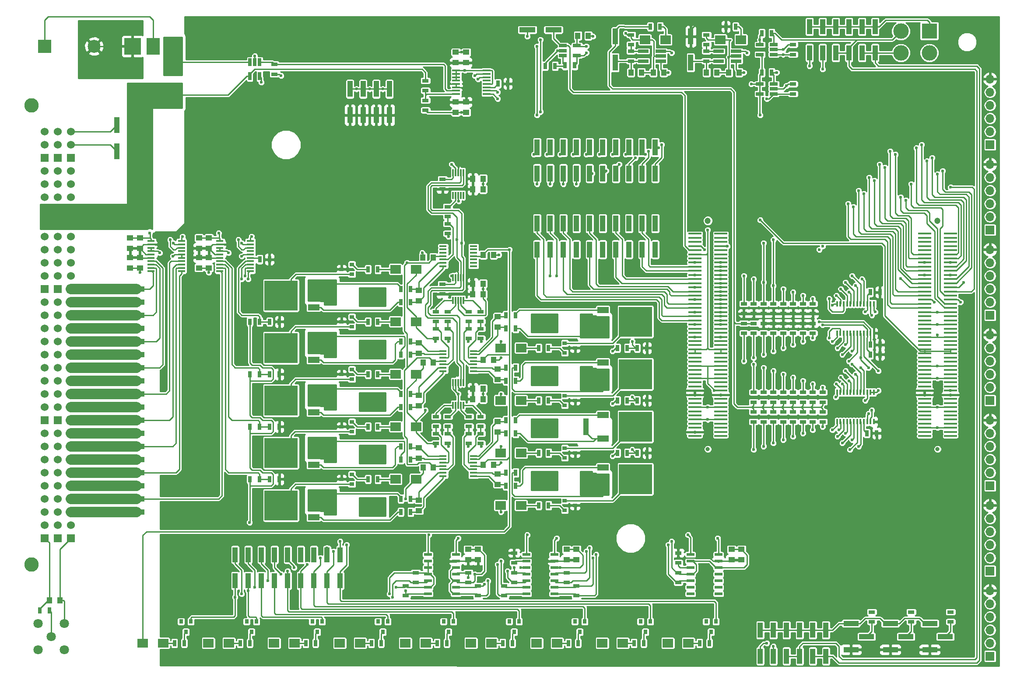
<source format=gbr>
G04 #@! TF.FileFunction,Copper,L1,Top,Signal*
%FSLAX46Y46*%
G04 Gerber Fmt 4.6, Leading zero omitted, Abs format (unit mm)*
G04 Created by KiCad (PCBNEW 4.0.6) date Fri Aug  3 14:49:23 2018*
%MOMM*%
%LPD*%
G01*
G04 APERTURE LIST*
%ADD10C,0.100000*%
%ADD11R,2.500000X0.300000*%
%ADD12C,0.800000*%
%ADD13C,1.200000*%
%ADD14R,1.000000X3.000000*%
%ADD15R,1.300000X0.700000*%
%ADD16R,1.560000X0.650000*%
%ADD17R,2.500000X2.500000*%
%ADD18C,2.500000*%
%ADD19R,1.450000X0.450000*%
%ADD20R,1.000000X1.250000*%
%ADD21R,1.250000X1.000000*%
%ADD22R,2.000000X1.700000*%
%ADD23R,1.000000X3.150000*%
%ADD24R,3.000000X3.000000*%
%ADD25C,3.000000*%
%ADD26R,1.700000X1.700000*%
%ADD27O,1.700000X1.700000*%
%ADD28R,3.150000X1.000000*%
%ADD29R,0.900000X0.800000*%
%ADD30R,2.200000X1.200000*%
%ADD31R,6.400000X5.800000*%
%ADD32R,3.050000X2.750000*%
%ADD33R,0.800000X0.900000*%
%ADD34R,0.700000X1.300000*%
%ADD35R,1.000000X3.200000*%
%ADD36R,1.500000X0.600000*%
%ADD37R,1.500000X0.450000*%
%ADD38R,0.650000X1.560000*%
%ADD39R,2.000000X0.650000*%
%ADD40R,0.400000X1.100000*%
%ADD41R,0.300000X1.400000*%
%ADD42C,2.800000*%
%ADD43R,1.524000X1.524000*%
%ADD44C,1.524000*%
%ADD45R,3.175000X3.175000*%
%ADD46R,2.590800X3.175000*%
%ADD47C,1.798320*%
%ADD48C,1.795780*%
%ADD49R,3.200000X1.000000*%
%ADD50R,3.000000X1.000000*%
%ADD51C,0.600000*%
%ADD52C,0.250000*%
%ADD53C,2.032000*%
%ADD54C,0.254000*%
G04 APERTURE END LIST*
D10*
D11*
X281906350Y-93430000D03*
D12*
X279406350Y-135130000D03*
D13*
X279406350Y-90930000D03*
D12*
X234956350Y-135130000D03*
D13*
X234956350Y-90930000D03*
D11*
X237456350Y-93430000D03*
X276906350Y-93430000D03*
X281906350Y-94230000D03*
X276906350Y-94230000D03*
X281906350Y-95030000D03*
X276906350Y-95030000D03*
X281906350Y-95830000D03*
X276906350Y-95830000D03*
X281906350Y-96630000D03*
X276906350Y-96630000D03*
X281906350Y-97430000D03*
X276906350Y-97430000D03*
X281906350Y-98230000D03*
X276906350Y-98230000D03*
X281906350Y-99030000D03*
X276906350Y-99030000D03*
X281906350Y-99830000D03*
X276906350Y-99830000D03*
X281906350Y-100630000D03*
X276906350Y-100630000D03*
X281906350Y-101430000D03*
X276906350Y-101430000D03*
X281906350Y-102230000D03*
X276906350Y-102230000D03*
X281906350Y-103030000D03*
X276906350Y-103030000D03*
X281906350Y-103830000D03*
X276906350Y-103830000D03*
X281906350Y-104630000D03*
X276906350Y-104630000D03*
X281906350Y-105430000D03*
X276906350Y-105430000D03*
X281906350Y-106230000D03*
X276906350Y-106230000D03*
X281906350Y-107030000D03*
X276906350Y-107030000D03*
X281906350Y-107830000D03*
X276906350Y-107830000D03*
X281906350Y-108630000D03*
X276906350Y-108630000D03*
X281906350Y-109430000D03*
X276906350Y-109430000D03*
X281906350Y-110230000D03*
X276906350Y-110230000D03*
X281906350Y-111030000D03*
X276906350Y-111030000D03*
X281906350Y-111830000D03*
X276906350Y-111830000D03*
X281906350Y-112630000D03*
X276906350Y-112630000D03*
X281906350Y-113430000D03*
X276906350Y-113430000D03*
X281906350Y-114230000D03*
X276906350Y-114230000D03*
X281906350Y-115030000D03*
X276906350Y-115030000D03*
X281906350Y-115830000D03*
X276906350Y-115830000D03*
X281906350Y-116630000D03*
X276906350Y-116630000D03*
X281906350Y-117430000D03*
X276906350Y-117430000D03*
X281906350Y-118230000D03*
X276906350Y-118230000D03*
X281906350Y-119030000D03*
X276906350Y-119030000D03*
X281906350Y-119830000D03*
X276906350Y-119830000D03*
X281906350Y-120630000D03*
X276906350Y-120630000D03*
X281906350Y-121430000D03*
X276906350Y-121430000D03*
X281906350Y-122230000D03*
X276906350Y-122230000D03*
X281906350Y-123030000D03*
X276906350Y-123030000D03*
X281906350Y-123830000D03*
X276906350Y-123830000D03*
X281906350Y-124630000D03*
X276906350Y-124630000D03*
X281906350Y-125430000D03*
X276906350Y-125430000D03*
X281906350Y-126230000D03*
X276906350Y-126230000D03*
X281906350Y-127030000D03*
X276906350Y-127030000D03*
X281906350Y-127830000D03*
X276906350Y-127830000D03*
X281906350Y-128630000D03*
X276906350Y-128630000D03*
X281906350Y-129430000D03*
X276906350Y-129430000D03*
X281906350Y-130230000D03*
X276906350Y-130230000D03*
X281906350Y-131030000D03*
X276906350Y-131030000D03*
X281906350Y-131830000D03*
X276906350Y-131830000D03*
X281906350Y-132630000D03*
X276906350Y-132630000D03*
X232456350Y-93430000D03*
X237456350Y-94230000D03*
X232456350Y-94230000D03*
X237456350Y-95030000D03*
X232456350Y-95030000D03*
X237456350Y-95830000D03*
X232456350Y-95830000D03*
X237456350Y-96630000D03*
X232456350Y-96630000D03*
X237456350Y-97430000D03*
X232456350Y-97430000D03*
X237456350Y-98230000D03*
X232456350Y-98230000D03*
X237456350Y-99030000D03*
X232456350Y-99030000D03*
X237456350Y-99830000D03*
X232456350Y-99830000D03*
X237456350Y-100630000D03*
X232456350Y-100630000D03*
X237456350Y-101430000D03*
X232456350Y-101430000D03*
X237456350Y-102230000D03*
X232456350Y-102230000D03*
X237456350Y-103030000D03*
X232456350Y-103030000D03*
X237456350Y-103830000D03*
X232456350Y-103830000D03*
X237456350Y-104630000D03*
X232456350Y-104630000D03*
X237456350Y-105430000D03*
X232456350Y-105430000D03*
X237456350Y-106230000D03*
X232456350Y-106230000D03*
X237456350Y-107030000D03*
X232456350Y-107030000D03*
X237456350Y-107830000D03*
X232456350Y-107830000D03*
X237456350Y-108630000D03*
X232456350Y-108630000D03*
X237456350Y-109430000D03*
X232456350Y-109430000D03*
X237456350Y-110230000D03*
X232456350Y-110230000D03*
X237456350Y-111030000D03*
X232456350Y-111030000D03*
X237456350Y-111830000D03*
X232456350Y-111830000D03*
X237456350Y-112630000D03*
X232456350Y-112630000D03*
X237456350Y-113430000D03*
X232456350Y-113430000D03*
X237456350Y-114230000D03*
X232456350Y-114230000D03*
X237456350Y-115030000D03*
X232456350Y-115030000D03*
X237456350Y-115830000D03*
X232456350Y-115830000D03*
X237456350Y-116630000D03*
X232456350Y-116630000D03*
X237456350Y-117430000D03*
X232456350Y-117430000D03*
X237456350Y-118230000D03*
X232456350Y-118230000D03*
X237456350Y-119030000D03*
X232456350Y-119030000D03*
X237456350Y-119830000D03*
X232456350Y-119830000D03*
X237456350Y-120630000D03*
X232456350Y-120630000D03*
X237456350Y-121430000D03*
X232456350Y-121430000D03*
X237456350Y-122230000D03*
X232456350Y-122230000D03*
X237456350Y-123030000D03*
X232456350Y-123030000D03*
X237456350Y-123830000D03*
X232456350Y-123830000D03*
X237456350Y-124630000D03*
X232456350Y-124630000D03*
X237456350Y-125430000D03*
X232456350Y-125430000D03*
X237456350Y-126230000D03*
X232456350Y-126230000D03*
X237456350Y-127030000D03*
X232456350Y-127030000D03*
X237456350Y-127830000D03*
X232456350Y-127830000D03*
X237456350Y-128630000D03*
X232456350Y-128630000D03*
X237456350Y-129430000D03*
X232456350Y-129430000D03*
X237456350Y-130230000D03*
X232456350Y-130230000D03*
X237456350Y-131030000D03*
X232456350Y-131030000D03*
X237456350Y-131830000D03*
X232456350Y-131830000D03*
X237456350Y-132630000D03*
X232456350Y-132630000D03*
D14*
X143510000Y-155595000D03*
X143510000Y-160635000D03*
X146050000Y-155595000D03*
X146050000Y-160635000D03*
X148590000Y-155595000D03*
X148590000Y-160635000D03*
X151130000Y-155595000D03*
X151130000Y-160635000D03*
X153670000Y-155595000D03*
X153670000Y-160635000D03*
X156210000Y-155595000D03*
X156210000Y-160635000D03*
X158750000Y-155595000D03*
X158750000Y-160635000D03*
X161290000Y-155595000D03*
X161290000Y-160635000D03*
X163830000Y-155595000D03*
X163830000Y-160635000D03*
D15*
X176530000Y-163510000D03*
X176530000Y-161610000D03*
D16*
X247730000Y-66355000D03*
X247730000Y-65405000D03*
X247730000Y-64455000D03*
X245030000Y-64455000D03*
X245030000Y-66355000D03*
D17*
X106680000Y-57150000D03*
D18*
X116200000Y-57150000D03*
D19*
X127225000Y-94865000D03*
X127225000Y-95515000D03*
X127225000Y-96165000D03*
X127225000Y-96815000D03*
X127225000Y-97465000D03*
X127225000Y-98115000D03*
X127225000Y-98765000D03*
X127225000Y-99415000D03*
X127225000Y-100065000D03*
X127225000Y-100715000D03*
X133125000Y-100715000D03*
X133125000Y-100065000D03*
X133125000Y-99415000D03*
X133125000Y-98765000D03*
X133125000Y-98115000D03*
X133125000Y-97465000D03*
X133125000Y-96815000D03*
X133125000Y-96165000D03*
X133125000Y-95515000D03*
X133125000Y-94865000D03*
D15*
X182372000Y-132146000D03*
X182372000Y-134046000D03*
D20*
X189500000Y-123444000D03*
X191500000Y-123444000D03*
D21*
X123190000Y-98060000D03*
X123190000Y-100060000D03*
X125095000Y-98060000D03*
X125095000Y-100060000D03*
D20*
X189500000Y-103124000D03*
X191500000Y-103124000D03*
D21*
X123190000Y-96250000D03*
X123190000Y-94250000D03*
X125095000Y-96250000D03*
X125095000Y-94250000D03*
X138430000Y-98060000D03*
X138430000Y-100060000D03*
D20*
X189500000Y-82804000D03*
X191500000Y-82804000D03*
D21*
X136525000Y-98060000D03*
X136525000Y-100060000D03*
X138430000Y-96250000D03*
X138430000Y-94250000D03*
X136525000Y-96250000D03*
X136525000Y-94250000D03*
D20*
X181864000Y-138684000D03*
X179864000Y-138684000D03*
X191516000Y-138176000D03*
X193516000Y-138176000D03*
D21*
X179070000Y-147050000D03*
X179070000Y-145050000D03*
X194310000Y-141970000D03*
X194310000Y-139970000D03*
X179070000Y-134890000D03*
X179070000Y-136890000D03*
X194310000Y-129810000D03*
X194310000Y-131810000D03*
D20*
X181864000Y-118364000D03*
X179864000Y-118364000D03*
X191516000Y-117856000D03*
X193516000Y-117856000D03*
D21*
X179070000Y-126730000D03*
X179070000Y-124730000D03*
X194310000Y-121650000D03*
X194310000Y-119650000D03*
X179070000Y-114570000D03*
X179070000Y-116570000D03*
X194310000Y-109490000D03*
X194310000Y-111490000D03*
D20*
X181848000Y-98044000D03*
X179848000Y-98044000D03*
X191532000Y-97536000D03*
X193532000Y-97536000D03*
D21*
X179070000Y-106410000D03*
X179070000Y-104410000D03*
X188595000Y-156575000D03*
X188595000Y-154575000D03*
X207645000Y-156575000D03*
X207645000Y-154575000D03*
X190500000Y-156575000D03*
X190500000Y-154575000D03*
X209550000Y-156575000D03*
X209550000Y-154575000D03*
X239555000Y-156575000D03*
X239555000Y-154575000D03*
X241460000Y-156575000D03*
X241460000Y-154575000D03*
X188214000Y-67961000D03*
X188214000Y-69961000D03*
X186182000Y-67961000D03*
X186182000Y-69961000D03*
X186182000Y-60309000D03*
X186182000Y-58309000D03*
X188214000Y-60309000D03*
X188214000Y-58309000D03*
D20*
X241030000Y-62230000D03*
X239030000Y-62230000D03*
X209820000Y-55118000D03*
X211820000Y-55118000D03*
X234712000Y-62230000D03*
X236712000Y-62230000D03*
X226425000Y-62230000D03*
X224425000Y-62230000D03*
X220107000Y-62230000D03*
X222107000Y-62230000D03*
D22*
X178530000Y-140970000D03*
X174530000Y-140970000D03*
X194850000Y-146050000D03*
X198850000Y-146050000D03*
X178530000Y-130810000D03*
X174530000Y-130810000D03*
X194850000Y-135890000D03*
X198850000Y-135890000D03*
X178530000Y-120650000D03*
X174530000Y-120650000D03*
X194850000Y-125730000D03*
X198850000Y-125730000D03*
X178530000Y-110490000D03*
X174530000Y-110490000D03*
X194850000Y-115570000D03*
X198850000Y-115570000D03*
X178530000Y-100330000D03*
X174530000Y-100330000D03*
X125635000Y-172720000D03*
X129635000Y-172720000D03*
X138335000Y-172720000D03*
X142335000Y-172720000D03*
X151035000Y-172720000D03*
X155035000Y-172720000D03*
X163735000Y-172720000D03*
X167735000Y-172720000D03*
X189135000Y-172720000D03*
X193135000Y-172720000D03*
X201835000Y-172720000D03*
X205835000Y-172720000D03*
X214535000Y-172720000D03*
X218535000Y-172720000D03*
X227235000Y-172720000D03*
X231235000Y-172720000D03*
X237395000Y-55880000D03*
X241395000Y-55880000D03*
X222790000Y-55880000D03*
X226790000Y-55880000D03*
D23*
X120650000Y-77455000D03*
X120650000Y-72405000D03*
X224790000Y-76723000D03*
X224790000Y-81773000D03*
X222250000Y-76723000D03*
X222250000Y-81773000D03*
X219710000Y-76723000D03*
X219710000Y-81773000D03*
X217170000Y-76723000D03*
X217170000Y-81773000D03*
X214630000Y-76723000D03*
X214630000Y-81773000D03*
X212090000Y-76723000D03*
X212090000Y-81773000D03*
X209550000Y-76723000D03*
X209550000Y-81773000D03*
X207010000Y-76723000D03*
X207010000Y-81773000D03*
X204470000Y-76723000D03*
X204470000Y-81773000D03*
X201930000Y-76723000D03*
X201930000Y-81773000D03*
X224790000Y-91455000D03*
X224790000Y-96505000D03*
X222250000Y-91455000D03*
X222250000Y-96505000D03*
X219710000Y-91455000D03*
X219710000Y-96505000D03*
X217170000Y-91455000D03*
X217170000Y-96505000D03*
X214630000Y-91455000D03*
X214630000Y-96505000D03*
X212090000Y-91455000D03*
X212090000Y-96505000D03*
X209550000Y-91455000D03*
X209550000Y-96505000D03*
X207010000Y-91455000D03*
X207010000Y-96505000D03*
X204470000Y-91455000D03*
X204470000Y-96505000D03*
X201930000Y-91455000D03*
X201930000Y-96505000D03*
D24*
X277815000Y-54220000D03*
D25*
X277815000Y-58420000D03*
X272315000Y-54220000D03*
X272315000Y-58420000D03*
D23*
X165735000Y-70470000D03*
X165735000Y-65420000D03*
X168275000Y-70470000D03*
X168275000Y-65420000D03*
X170815000Y-70470000D03*
X170815000Y-65420000D03*
X173355000Y-70470000D03*
X173355000Y-65420000D03*
D26*
X289560000Y-76200000D03*
D27*
X289560000Y-73660000D03*
X289560000Y-71120000D03*
X289560000Y-68580000D03*
X289560000Y-66040000D03*
X289560000Y-63500000D03*
D26*
X289560000Y-92710000D03*
D27*
X289560000Y-90170000D03*
X289560000Y-87630000D03*
X289560000Y-85090000D03*
X289560000Y-82550000D03*
X289560000Y-80010000D03*
D26*
X289560000Y-109220000D03*
D27*
X289560000Y-106680000D03*
X289560000Y-104140000D03*
X289560000Y-101600000D03*
X289560000Y-99060000D03*
X289560000Y-96520000D03*
D26*
X289560000Y-125730000D03*
D27*
X289560000Y-123190000D03*
X289560000Y-120650000D03*
X289560000Y-118110000D03*
X289560000Y-115570000D03*
X289560000Y-113030000D03*
D26*
X289560000Y-142240000D03*
D27*
X289560000Y-139700000D03*
X289560000Y-137160000D03*
X289560000Y-134620000D03*
X289560000Y-132080000D03*
X289560000Y-129540000D03*
D26*
X289560000Y-158750000D03*
D27*
X289560000Y-156210000D03*
X289560000Y-153670000D03*
X289560000Y-151130000D03*
X289560000Y-148590000D03*
X289560000Y-146050000D03*
D26*
X289560000Y-175260000D03*
D27*
X289560000Y-172720000D03*
X289560000Y-170180000D03*
X289560000Y-167640000D03*
X289560000Y-165100000D03*
X289560000Y-162560000D03*
D14*
X267335000Y-58400000D03*
X267335000Y-53360000D03*
X264795000Y-58400000D03*
X264795000Y-53360000D03*
X262255000Y-58400000D03*
X262255000Y-53360000D03*
X259715000Y-58400000D03*
X259715000Y-53360000D03*
X257175000Y-58400000D03*
X257175000Y-53360000D03*
X254635000Y-58400000D03*
X254635000Y-53360000D03*
X257810000Y-175240000D03*
X257810000Y-170200000D03*
X255270000Y-175240000D03*
X255270000Y-170200000D03*
X252730000Y-175240000D03*
X252730000Y-170200000D03*
X250190000Y-175240000D03*
X250190000Y-170200000D03*
X247650000Y-175240000D03*
X247650000Y-170200000D03*
X245110000Y-175240000D03*
X245110000Y-170200000D03*
D28*
X205090000Y-53975000D03*
X200040000Y-53975000D03*
D23*
X231648000Y-60310000D03*
X231648000Y-55260000D03*
X217043000Y-60310000D03*
X217043000Y-55260000D03*
D29*
X166100000Y-141920000D03*
X166100000Y-140020000D03*
X164100000Y-140970000D03*
X207280000Y-145100000D03*
X207280000Y-147000000D03*
X209280000Y-146050000D03*
D30*
X158700000Y-148330000D03*
X158700000Y-143770000D03*
D31*
X152400000Y-146050000D03*
D32*
X150725000Y-144525000D03*
X154075000Y-147575000D03*
X150725000Y-147575000D03*
X154075000Y-144525000D03*
D29*
X166100000Y-131760000D03*
X166100000Y-129860000D03*
X164100000Y-130810000D03*
X207280000Y-134940000D03*
X207280000Y-136840000D03*
X209280000Y-135890000D03*
D30*
X214680000Y-138690000D03*
X214680000Y-143250000D03*
D31*
X220980000Y-140970000D03*
D32*
X222655000Y-142495000D03*
X219305000Y-139445000D03*
X222655000Y-139445000D03*
X219305000Y-142495000D03*
D30*
X158700000Y-138170000D03*
X158700000Y-133610000D03*
D31*
X152400000Y-135890000D03*
D32*
X150725000Y-134365000D03*
X154075000Y-137415000D03*
X150725000Y-137415000D03*
X154075000Y-134365000D03*
D30*
X214680000Y-128530000D03*
X214680000Y-133090000D03*
D31*
X220980000Y-130810000D03*
D32*
X222655000Y-132335000D03*
X219305000Y-129285000D03*
X222655000Y-129285000D03*
X219305000Y-132335000D03*
D29*
X166100000Y-121600000D03*
X166100000Y-119700000D03*
X164100000Y-120650000D03*
X207280000Y-124780000D03*
X207280000Y-126680000D03*
X209280000Y-125730000D03*
D30*
X158700000Y-128010000D03*
X158700000Y-123450000D03*
D31*
X152400000Y-125730000D03*
D32*
X150725000Y-124205000D03*
X154075000Y-127255000D03*
X150725000Y-127255000D03*
X154075000Y-124205000D03*
D29*
X166100000Y-111440000D03*
X166100000Y-109540000D03*
X164100000Y-110490000D03*
X207280000Y-114620000D03*
X207280000Y-116520000D03*
X209280000Y-115570000D03*
D30*
X214680000Y-118370000D03*
X214680000Y-122930000D03*
D31*
X220980000Y-120650000D03*
D32*
X222655000Y-122175000D03*
X219305000Y-119125000D03*
X222655000Y-119125000D03*
X219305000Y-122175000D03*
D30*
X158700000Y-117850000D03*
X158700000Y-113290000D03*
D31*
X152400000Y-115570000D03*
D32*
X150725000Y-114045000D03*
X154075000Y-117095000D03*
X150725000Y-117095000D03*
X154075000Y-114045000D03*
D30*
X214680000Y-108210000D03*
X214680000Y-112770000D03*
D31*
X220980000Y-110490000D03*
D32*
X222655000Y-112015000D03*
X219305000Y-108965000D03*
X222655000Y-108965000D03*
X219305000Y-112015000D03*
D29*
X166100000Y-101280000D03*
X166100000Y-99380000D03*
X164100000Y-100330000D03*
D30*
X158700000Y-107690000D03*
X158700000Y-103130000D03*
D31*
X152400000Y-105410000D03*
D32*
X150725000Y-103885000D03*
X154075000Y-106935000D03*
X150725000Y-106935000D03*
X154075000Y-103885000D03*
D33*
X134935000Y-168545000D03*
X133035000Y-168545000D03*
X133985000Y-170545000D03*
X147635000Y-168545000D03*
X145735000Y-168545000D03*
X146685000Y-170545000D03*
X160335000Y-168545000D03*
X158435000Y-168545000D03*
X159385000Y-170545000D03*
X173035000Y-168545000D03*
X171135000Y-168545000D03*
X172085000Y-170545000D03*
X185735000Y-168545000D03*
X183835000Y-168545000D03*
X184785000Y-170545000D03*
X198435000Y-168545000D03*
X196535000Y-168545000D03*
X197485000Y-170545000D03*
X211135000Y-168545000D03*
X209235000Y-168545000D03*
X210185000Y-170545000D03*
X223835000Y-168545000D03*
X221935000Y-168545000D03*
X222885000Y-170545000D03*
X236535000Y-168545000D03*
X234635000Y-168545000D03*
X235585000Y-170545000D03*
D34*
X148270000Y-140970000D03*
X146370000Y-140970000D03*
X219390000Y-135890000D03*
X217490000Y-135890000D03*
X148270000Y-130810000D03*
X146370000Y-130810000D03*
X219390000Y-125730000D03*
X217490000Y-125730000D03*
X148270000Y-120650000D03*
X146370000Y-120650000D03*
X219390000Y-115570000D03*
X217490000Y-115570000D03*
X148270000Y-110490000D03*
X146370000Y-110490000D03*
D15*
X184658000Y-128844000D03*
X184658000Y-130744000D03*
X184658000Y-132146000D03*
X184658000Y-134046000D03*
D34*
X169230000Y-140970000D03*
X171130000Y-140970000D03*
X175580000Y-147320000D03*
X177480000Y-147320000D03*
X175580000Y-144780000D03*
X177480000Y-144780000D03*
X204150000Y-146050000D03*
X202250000Y-146050000D03*
D35*
X162000000Y-146050000D03*
X168200000Y-146050000D03*
D15*
X188722000Y-128844000D03*
X188722000Y-130744000D03*
X188722000Y-132146000D03*
X188722000Y-134046000D03*
D34*
X169230000Y-130810000D03*
X171130000Y-130810000D03*
X197800000Y-142240000D03*
X195900000Y-142240000D03*
X197800000Y-139700000D03*
X195900000Y-139700000D03*
X204150000Y-135890000D03*
X202250000Y-135890000D03*
D35*
X211380000Y-140970000D03*
X205180000Y-140970000D03*
D15*
X182372000Y-128844000D03*
X182372000Y-130744000D03*
D34*
X175580000Y-134620000D03*
X177480000Y-134620000D03*
X175580000Y-137160000D03*
X177480000Y-137160000D03*
D35*
X162000000Y-135890000D03*
X168200000Y-135890000D03*
D15*
X191008000Y-128844000D03*
X191008000Y-130744000D03*
D34*
X197800000Y-129540000D03*
X195900000Y-129540000D03*
X197800000Y-132080000D03*
X195900000Y-132080000D03*
D35*
X211380000Y-130810000D03*
X205180000Y-130810000D03*
D15*
X184658000Y-108524000D03*
X184658000Y-110424000D03*
X184658000Y-111826000D03*
X184658000Y-113726000D03*
D34*
X169230000Y-120650000D03*
X171130000Y-120650000D03*
X175580000Y-127000000D03*
X177480000Y-127000000D03*
X175580000Y-124460000D03*
X177480000Y-124460000D03*
X204150000Y-125730000D03*
X202250000Y-125730000D03*
D35*
X162000000Y-125730000D03*
X168200000Y-125730000D03*
D15*
X188722000Y-108524000D03*
X188722000Y-110424000D03*
X188722000Y-111826000D03*
X188722000Y-113726000D03*
D34*
X169230000Y-110490000D03*
X171130000Y-110490000D03*
X197800000Y-121920000D03*
X195900000Y-121920000D03*
X197800000Y-119380000D03*
X195900000Y-119380000D03*
X204150000Y-115570000D03*
X202250000Y-115570000D03*
D35*
X211380000Y-120650000D03*
X205180000Y-120650000D03*
D15*
X182372000Y-108524000D03*
X182372000Y-110424000D03*
X182372000Y-111826000D03*
X182372000Y-113726000D03*
D34*
X175580000Y-114300000D03*
X177480000Y-114300000D03*
X175580000Y-116840000D03*
X177480000Y-116840000D03*
D35*
X162000000Y-115570000D03*
X168200000Y-115570000D03*
D15*
X191008000Y-108524000D03*
X191008000Y-110424000D03*
X191008000Y-111826000D03*
X191008000Y-113726000D03*
D34*
X197800000Y-109220000D03*
X195900000Y-109220000D03*
X197800000Y-111760000D03*
X195900000Y-111760000D03*
D35*
X211380000Y-110490000D03*
X205180000Y-110490000D03*
D15*
X184658000Y-88204000D03*
X184658000Y-90104000D03*
X184658000Y-91506000D03*
X184658000Y-93406000D03*
D34*
X169230000Y-100330000D03*
X171130000Y-100330000D03*
X175580000Y-106680000D03*
X177480000Y-106680000D03*
X175580000Y-104140000D03*
X177480000Y-104140000D03*
D35*
X162000000Y-105410000D03*
X168200000Y-105410000D03*
D34*
X146365000Y-172720000D03*
X144465000Y-172720000D03*
X159065000Y-172720000D03*
X157165000Y-172720000D03*
D15*
X190500000Y-161610000D03*
X190500000Y-163510000D03*
X188595000Y-159070000D03*
X188595000Y-160970000D03*
X178435000Y-160970000D03*
X178435000Y-159070000D03*
X209550000Y-161610000D03*
X209550000Y-163510000D03*
X207645000Y-159070000D03*
X207645000Y-160970000D03*
X197485000Y-160970000D03*
X197485000Y-159070000D03*
X195580000Y-163510000D03*
X195580000Y-161610000D03*
D34*
X184465000Y-172720000D03*
X182565000Y-172720000D03*
D15*
X197485000Y-157160000D03*
X197485000Y-155260000D03*
D34*
X197165000Y-172720000D03*
X195265000Y-172720000D03*
X209865000Y-172720000D03*
X207965000Y-172720000D03*
D15*
X229235000Y-160970000D03*
X229235000Y-159070000D03*
X229235000Y-157160000D03*
X229235000Y-155260000D03*
D34*
X235265000Y-172720000D03*
X233365000Y-172720000D03*
X245430000Y-62230000D03*
X247330000Y-62230000D03*
X247330000Y-54610000D03*
X245430000Y-54610000D03*
X194376000Y-64389000D03*
X196276000Y-64389000D03*
D15*
X251460000Y-66355000D03*
X251460000Y-64455000D03*
X151130000Y-60645000D03*
X151130000Y-62545000D03*
X180340000Y-63820000D03*
X180340000Y-65720000D03*
X180340000Y-67630000D03*
X180340000Y-69530000D03*
X251460000Y-58735000D03*
X251460000Y-56835000D03*
D34*
X205420000Y-60960000D03*
X203520000Y-60960000D03*
X238445000Y-53340000D03*
X240345000Y-53340000D03*
X223840000Y-53340000D03*
X225740000Y-53340000D03*
X209230000Y-60833000D03*
X207330000Y-60833000D03*
D15*
X234696000Y-60005000D03*
X234696000Y-58105000D03*
X234696000Y-56830000D03*
X234696000Y-54930000D03*
X220091000Y-60005000D03*
X220091000Y-58105000D03*
X220091000Y-56830000D03*
X220091000Y-54930000D03*
D34*
X268285000Y-116840000D03*
X266385000Y-116840000D03*
D15*
X266700000Y-166690000D03*
X266700000Y-168590000D03*
X274320000Y-166690000D03*
X274320000Y-168590000D03*
D34*
X268285000Y-114935000D03*
X266385000Y-114935000D03*
D15*
X281940000Y-166690000D03*
X281940000Y-168590000D03*
D34*
X268285000Y-104775000D03*
X266385000Y-104775000D03*
D15*
X241935000Y-108900000D03*
X241935000Y-107000000D03*
X243840000Y-108900000D03*
X243840000Y-107000000D03*
X245745000Y-108900000D03*
X245745000Y-107000000D03*
X247650000Y-108900000D03*
X247650000Y-107000000D03*
X249555000Y-108900000D03*
X249555000Y-107000000D03*
X251460000Y-108900000D03*
X251460000Y-107000000D03*
X253365000Y-108900000D03*
X253365000Y-107000000D03*
X255270000Y-108900000D03*
X255270000Y-107000000D03*
X255270000Y-110810000D03*
X255270000Y-112710000D03*
X253365000Y-110810000D03*
X253365000Y-112710000D03*
X251460000Y-110810000D03*
X251460000Y-112710000D03*
X249555000Y-110810000D03*
X249555000Y-112710000D03*
X247650000Y-110810000D03*
X247650000Y-112710000D03*
X245745000Y-110810000D03*
X245745000Y-112710000D03*
X243840000Y-110810000D03*
X243840000Y-112710000D03*
X241935000Y-110810000D03*
X241935000Y-112710000D03*
D34*
X267650000Y-132080000D03*
X265750000Y-132080000D03*
D15*
X243840000Y-126045000D03*
X243840000Y-124145000D03*
X245745000Y-126045000D03*
X245745000Y-124145000D03*
X247650000Y-126045000D03*
X247650000Y-124145000D03*
X249555000Y-126045000D03*
X249555000Y-124145000D03*
X251460000Y-126045000D03*
X251460000Y-124145000D03*
X253365000Y-126045000D03*
X253365000Y-124145000D03*
X255270000Y-126045000D03*
X255270000Y-124145000D03*
X257175000Y-126045000D03*
X257175000Y-124145000D03*
X257175000Y-127955000D03*
X257175000Y-129855000D03*
X255270000Y-127955000D03*
X255270000Y-129855000D03*
X253365000Y-127955000D03*
X253365000Y-129855000D03*
X251460000Y-127955000D03*
X251460000Y-129855000D03*
X249555000Y-127955000D03*
X249555000Y-129855000D03*
X247650000Y-127955000D03*
X247650000Y-129855000D03*
X245745000Y-127955000D03*
X245745000Y-129855000D03*
X243840000Y-127955000D03*
X243840000Y-129855000D03*
D34*
X152080000Y-140970000D03*
X150180000Y-140970000D03*
X223200000Y-135890000D03*
X221300000Y-135890000D03*
X152080000Y-130810000D03*
X150180000Y-130810000D03*
X223200000Y-125730000D03*
X221300000Y-125730000D03*
X152080000Y-120650000D03*
X150180000Y-120650000D03*
X223200000Y-115570000D03*
X221300000Y-115570000D03*
X152080000Y-110490000D03*
X150180000Y-110490000D03*
D19*
X140560000Y-94865000D03*
X140560000Y-95515000D03*
X140560000Y-96165000D03*
X140560000Y-96815000D03*
X140560000Y-97465000D03*
X140560000Y-98115000D03*
X140560000Y-98765000D03*
X140560000Y-99415000D03*
X140560000Y-100065000D03*
X140560000Y-100715000D03*
X146460000Y-100715000D03*
X146460000Y-100065000D03*
X146460000Y-99415000D03*
X146460000Y-98765000D03*
X146460000Y-98115000D03*
X146460000Y-97465000D03*
X146460000Y-96815000D03*
X146460000Y-96165000D03*
X146460000Y-95515000D03*
X146460000Y-94865000D03*
X183740000Y-136480000D03*
X183740000Y-137130000D03*
X183740000Y-137780000D03*
X183740000Y-138430000D03*
X183740000Y-139080000D03*
X183740000Y-139730000D03*
X183740000Y-140380000D03*
X189640000Y-140380000D03*
X189640000Y-139730000D03*
X189640000Y-139080000D03*
X189640000Y-138430000D03*
X189640000Y-137780000D03*
X189640000Y-137130000D03*
X189640000Y-136480000D03*
X183740000Y-116160000D03*
X183740000Y-116810000D03*
X183740000Y-117460000D03*
X183740000Y-118110000D03*
X183740000Y-118760000D03*
X183740000Y-119410000D03*
X183740000Y-120060000D03*
X189640000Y-120060000D03*
X189640000Y-119410000D03*
X189640000Y-118760000D03*
X189640000Y-118110000D03*
X189640000Y-117460000D03*
X189640000Y-116810000D03*
X189640000Y-116160000D03*
X183740000Y-95840000D03*
X183740000Y-96490000D03*
X183740000Y-97140000D03*
X183740000Y-97790000D03*
X183740000Y-98440000D03*
X183740000Y-99090000D03*
X183740000Y-99740000D03*
X189640000Y-99740000D03*
X189640000Y-99090000D03*
X189640000Y-98440000D03*
X189640000Y-97790000D03*
X189640000Y-97140000D03*
X189640000Y-96490000D03*
X189640000Y-95840000D03*
D36*
X186215000Y-163195000D03*
X186215000Y-161925000D03*
X186215000Y-160655000D03*
X186215000Y-159385000D03*
X186215000Y-158115000D03*
X186215000Y-156845000D03*
X186215000Y-155575000D03*
X180815000Y-155575000D03*
X180815000Y-156845000D03*
X180815000Y-158115000D03*
X180815000Y-159385000D03*
X180815000Y-160655000D03*
X180815000Y-161925000D03*
X180815000Y-163195000D03*
X205265000Y-163195000D03*
X205265000Y-161925000D03*
X205265000Y-160655000D03*
X205265000Y-159385000D03*
X205265000Y-158115000D03*
X205265000Y-156845000D03*
X205265000Y-155575000D03*
X199865000Y-155575000D03*
X199865000Y-156845000D03*
X199865000Y-158115000D03*
X199865000Y-159385000D03*
X199865000Y-160655000D03*
X199865000Y-161925000D03*
X199865000Y-163195000D03*
X237015000Y-163195000D03*
X237015000Y-161925000D03*
X237015000Y-160655000D03*
X237015000Y-159385000D03*
X237015000Y-158115000D03*
X237015000Y-156845000D03*
X237015000Y-155575000D03*
X231615000Y-155575000D03*
X231615000Y-156845000D03*
X231615000Y-158115000D03*
X231615000Y-159385000D03*
X231615000Y-160655000D03*
X231615000Y-161925000D03*
X231615000Y-163195000D03*
D37*
X186280000Y-61860000D03*
X186280000Y-62510000D03*
X186280000Y-63160000D03*
X186280000Y-63810000D03*
X186280000Y-64460000D03*
X186280000Y-65110000D03*
X186280000Y-65760000D03*
X186280000Y-66410000D03*
X192180000Y-66410000D03*
X192180000Y-65760000D03*
X192180000Y-65110000D03*
X192180000Y-64460000D03*
X192180000Y-63810000D03*
X192180000Y-63160000D03*
X192180000Y-62510000D03*
X192180000Y-61860000D03*
D38*
X148270000Y-60245000D03*
X147320000Y-60245000D03*
X146370000Y-60245000D03*
X146370000Y-62945000D03*
X148270000Y-62945000D03*
D16*
X247730000Y-58735000D03*
X247730000Y-57785000D03*
X247730000Y-56835000D03*
X245030000Y-56835000D03*
X245030000Y-58735000D03*
D39*
X240470000Y-60005000D03*
X240470000Y-59055000D03*
X240470000Y-58105000D03*
X237050000Y-58105000D03*
X237050000Y-60005000D03*
X225865000Y-60005000D03*
X225865000Y-59055000D03*
X225865000Y-58105000D03*
X222445000Y-58105000D03*
X222445000Y-60005000D03*
D40*
X267100000Y-107005000D03*
X266450000Y-107005000D03*
X265800000Y-107005000D03*
X265150000Y-107005000D03*
X264500000Y-107005000D03*
X263850000Y-107005000D03*
X263200000Y-107005000D03*
X262550000Y-107005000D03*
X261900000Y-107005000D03*
X261250000Y-107005000D03*
X260600000Y-107005000D03*
X259950000Y-107005000D03*
X259950000Y-112705000D03*
X260600000Y-112705000D03*
X261250000Y-112705000D03*
X261900000Y-112705000D03*
X262550000Y-112705000D03*
X263200000Y-112705000D03*
X263850000Y-112705000D03*
X264500000Y-112705000D03*
X265150000Y-112705000D03*
X265800000Y-112705000D03*
X266450000Y-112705000D03*
X267100000Y-112705000D03*
X267100000Y-124150000D03*
X266450000Y-124150000D03*
X265800000Y-124150000D03*
X265150000Y-124150000D03*
X264500000Y-124150000D03*
X263850000Y-124150000D03*
X263200000Y-124150000D03*
X262550000Y-124150000D03*
X261900000Y-124150000D03*
X261250000Y-124150000D03*
X260600000Y-124150000D03*
X259950000Y-124150000D03*
X259950000Y-129850000D03*
X260600000Y-129850000D03*
X261250000Y-129850000D03*
X261900000Y-129850000D03*
X262550000Y-129850000D03*
X263200000Y-129850000D03*
X263850000Y-129850000D03*
X264500000Y-129850000D03*
X265150000Y-129850000D03*
X265800000Y-129850000D03*
X266450000Y-129850000D03*
X267100000Y-129850000D03*
D15*
X191008000Y-132146000D03*
X191008000Y-134046000D03*
D20*
X189500000Y-125476000D03*
X191500000Y-125476000D03*
X189500000Y-105156000D03*
X191500000Y-105156000D03*
X189500000Y-84836000D03*
X191500000Y-84836000D03*
D41*
X185690000Y-126660000D03*
X186190000Y-126660000D03*
X186690000Y-126660000D03*
X187190000Y-126660000D03*
X187690000Y-126660000D03*
X187690000Y-122260000D03*
X187190000Y-122260000D03*
X186690000Y-122260000D03*
X186190000Y-122260000D03*
X185690000Y-122260000D03*
X185690000Y-106340000D03*
X186190000Y-106340000D03*
X186690000Y-106340000D03*
X187190000Y-106340000D03*
X187690000Y-106340000D03*
X187690000Y-101940000D03*
X187190000Y-101940000D03*
X186690000Y-101940000D03*
X186190000Y-101940000D03*
X185690000Y-101940000D03*
X185690000Y-86020000D03*
X186190000Y-86020000D03*
X186690000Y-86020000D03*
X187190000Y-86020000D03*
X187690000Y-86020000D03*
X187690000Y-81620000D03*
X187190000Y-81620000D03*
X186690000Y-81620000D03*
X186190000Y-81620000D03*
X185690000Y-81620000D03*
D16*
X206930000Y-57023000D03*
X206930000Y-57973000D03*
X206930000Y-58923000D03*
X209630000Y-58923000D03*
X209630000Y-57023000D03*
D42*
X104140000Y-68580000D03*
X104140000Y-157480000D03*
D43*
X111760000Y-152400000D03*
D44*
X111760000Y-149860000D03*
X111760000Y-147320000D03*
X111760000Y-144780000D03*
X111760000Y-142240000D03*
X111760000Y-139700000D03*
X111760000Y-137160000D03*
X111760000Y-134620000D03*
X111760000Y-132080000D03*
D43*
X111760000Y-129540000D03*
D44*
X111760000Y-127000000D03*
X111760000Y-124460000D03*
X111760000Y-121920000D03*
X111760000Y-119380000D03*
X111760000Y-116840000D03*
X111760000Y-114300000D03*
X111760000Y-111760000D03*
X111760000Y-109220000D03*
X111760000Y-106680000D03*
D43*
X111760000Y-104140000D03*
D44*
X111760000Y-101600000D03*
X111760000Y-99060000D03*
X111760000Y-96520000D03*
X111760000Y-93980000D03*
X111760000Y-91440000D03*
X111760000Y-88900000D03*
X111760000Y-86360000D03*
X111760000Y-83820000D03*
X111760000Y-81280000D03*
D43*
X111760000Y-78740000D03*
D44*
X111760000Y-76200000D03*
X111760000Y-73660000D03*
D43*
X109220000Y-152400000D03*
D44*
X109220000Y-149860000D03*
X109220000Y-147320000D03*
X109220000Y-144780000D03*
X109220000Y-142240000D03*
X109220000Y-139700000D03*
X109220000Y-137160000D03*
X109220000Y-134620000D03*
X109220000Y-132080000D03*
D43*
X109220000Y-129540000D03*
D44*
X109220000Y-127000000D03*
X109220000Y-124460000D03*
X109220000Y-121920000D03*
X109220000Y-119380000D03*
X109220000Y-116840000D03*
X109220000Y-114300000D03*
X109220000Y-111760000D03*
X109220000Y-109220000D03*
X109220000Y-106680000D03*
D43*
X109220000Y-104140000D03*
D44*
X109220000Y-101600000D03*
X109220000Y-99060000D03*
X109220000Y-96520000D03*
X109220000Y-93980000D03*
X109220000Y-91440000D03*
X109220000Y-88900000D03*
X109220000Y-86360000D03*
X109220000Y-83820000D03*
X109220000Y-81280000D03*
D43*
X109220000Y-78740000D03*
D44*
X109220000Y-76200000D03*
X109220000Y-73660000D03*
D43*
X106680000Y-152400000D03*
D44*
X106680000Y-149860000D03*
X106680000Y-147320000D03*
X106680000Y-144780000D03*
X106680000Y-142240000D03*
X106680000Y-139700000D03*
X106680000Y-137160000D03*
X106680000Y-134620000D03*
X106680000Y-132080000D03*
D43*
X106680000Y-129540000D03*
D44*
X106680000Y-127000000D03*
X106680000Y-124460000D03*
X106680000Y-121920000D03*
X106680000Y-119380000D03*
X106680000Y-116840000D03*
X106680000Y-114300000D03*
X106680000Y-111760000D03*
X106680000Y-109220000D03*
X106680000Y-106680000D03*
D43*
X106680000Y-104140000D03*
D44*
X106680000Y-101600000D03*
X106680000Y-99060000D03*
X106680000Y-96520000D03*
X106680000Y-93980000D03*
X106680000Y-91440000D03*
X106680000Y-88900000D03*
X106680000Y-86360000D03*
X106680000Y-83820000D03*
X106680000Y-81280000D03*
D43*
X106680000Y-78740000D03*
D44*
X106680000Y-76200000D03*
X106680000Y-73660000D03*
D28*
X124460000Y-147320000D03*
X119410000Y-147320000D03*
X124460000Y-144780000D03*
X119410000Y-144780000D03*
X124460000Y-142240000D03*
X119410000Y-142240000D03*
X124460000Y-139700000D03*
X119410000Y-139700000D03*
X124460000Y-137160000D03*
X119410000Y-137160000D03*
X124460000Y-134620000D03*
X119410000Y-134620000D03*
X124460000Y-132080000D03*
X119410000Y-132080000D03*
X124460000Y-129540000D03*
X119410000Y-129540000D03*
X124460000Y-127000000D03*
X119410000Y-127000000D03*
X124460000Y-124460000D03*
X119410000Y-124460000D03*
X124460000Y-121920000D03*
X119410000Y-121920000D03*
X124460000Y-119380000D03*
X119410000Y-119380000D03*
X124460000Y-116840000D03*
X119410000Y-116840000D03*
X124460000Y-114300000D03*
X119410000Y-114300000D03*
X124460000Y-111760000D03*
X119410000Y-111760000D03*
X124460000Y-109220000D03*
X119410000Y-109220000D03*
X124460000Y-106680000D03*
X119410000Y-106680000D03*
X124460000Y-104140000D03*
X119410000Y-104140000D03*
D20*
X107585000Y-164465000D03*
X109585000Y-164465000D03*
D22*
X176435000Y-172720000D03*
X180435000Y-172720000D03*
D34*
X148275000Y-98425000D03*
X150175000Y-98425000D03*
D15*
X183642000Y-103190000D03*
X183642000Y-105090000D03*
X183642000Y-82870000D03*
X183642000Y-84770000D03*
D34*
X133665000Y-172720000D03*
X131765000Y-172720000D03*
X171765000Y-172720000D03*
X169865000Y-172720000D03*
X222565000Y-172720000D03*
X220665000Y-172720000D03*
X107630000Y-166370000D03*
X105730000Y-166370000D03*
D45*
X131610100Y-57150000D03*
D46*
X127635000Y-57150000D03*
D45*
X123659900Y-57150000D03*
D47*
X107950000Y-171450000D03*
D48*
X110490000Y-168910000D03*
X105410000Y-168910000D03*
X105410000Y-173990000D03*
X110490000Y-173990000D03*
D49*
X131445000Y-60400000D03*
X131445000Y-66600000D03*
D50*
X265660000Y-171450000D03*
X262660000Y-173990000D03*
X262660000Y-168910000D03*
X273280000Y-171450000D03*
X270280000Y-173990000D03*
X270280000Y-168910000D03*
X280900000Y-171450000D03*
X277900000Y-173990000D03*
X277900000Y-168910000D03*
D51*
X189230000Y-102235000D03*
X186055000Y-100330000D03*
X257810000Y-170200000D03*
X255270000Y-170200000D03*
X252730000Y-170200000D03*
X250190000Y-170200000D03*
X245110000Y-170200000D03*
X234635000Y-168545000D03*
X221935000Y-168545000D03*
X209235000Y-168545000D03*
X196535000Y-168545000D03*
X183835000Y-168545000D03*
X171135000Y-168545000D03*
X158435000Y-168545000D03*
X145735000Y-168545000D03*
X133035000Y-168545000D03*
X232456350Y-108630000D03*
X232456350Y-111030000D03*
X232456350Y-113430000D03*
X237456350Y-106230000D03*
X237456350Y-108630000D03*
X237456350Y-103830000D03*
X232456350Y-106230000D03*
X232456350Y-103830000D03*
X232456350Y-99030000D03*
X232456350Y-101430000D03*
X149860000Y-160655000D03*
X163830000Y-153035000D03*
X161290000Y-154305000D03*
X158750000Y-155575000D03*
X156210000Y-156845000D03*
X154940000Y-158115000D03*
X152400000Y-159385000D03*
X147320000Y-161925000D03*
X144780000Y-163195000D03*
X212090000Y-154305000D03*
X213360000Y-155575000D03*
X197485000Y-158115000D03*
X194945000Y-156845000D03*
X189865000Y-159385000D03*
X173355000Y-163195000D03*
X237456350Y-101430000D03*
X237456350Y-99030000D03*
X237456350Y-111030000D03*
X237456350Y-113430000D03*
X281906350Y-123830000D03*
X127000000Y-93345000D03*
X140335000Y-93345000D03*
X146304000Y-149352000D03*
X272288000Y-102108000D03*
X284480000Y-102870000D03*
X283845000Y-106680000D03*
X281906350Y-101430000D03*
X276906350Y-101430000D03*
X276906350Y-99030000D03*
X281906350Y-99030000D03*
X236220000Y-123825000D03*
X234950000Y-127030000D03*
X234950000Y-129430000D03*
X278765000Y-106680000D03*
X186690000Y-124460000D03*
X279400000Y-111030000D03*
X279400000Y-108630000D03*
X279400000Y-113030000D03*
X279400000Y-121430000D03*
X279400000Y-119030000D03*
X279400000Y-131030000D03*
X279400000Y-127030000D03*
X180340000Y-127635000D03*
X176530000Y-144780000D03*
X194945000Y-137795000D03*
X194945000Y-134620000D03*
X194945000Y-124460000D03*
X191500000Y-124460000D03*
X194945000Y-117475000D03*
X194945000Y-114300000D03*
X185420000Y-101600000D03*
X179705000Y-97155000D03*
X185420000Y-80010000D03*
X186788480Y-87152133D03*
X191516000Y-83820000D03*
X191500000Y-104140000D03*
X194564000Y-97536000D03*
X125095000Y-100965000D03*
X133350000Y-93980000D03*
X131445000Y-97790000D03*
X128905000Y-97155000D03*
X146685000Y-93980000D03*
X142240000Y-97155000D03*
X144780000Y-97790000D03*
X198755000Y-158115000D03*
X206375000Y-158115000D03*
X138430000Y-100965000D03*
X259715000Y-125095000D03*
X267970000Y-123825000D03*
X239030000Y-59245000D03*
X219075000Y-54610000D03*
X147320000Y-59055000D03*
X152400000Y-62865000D03*
X172085000Y-65420000D03*
X169545000Y-65420000D03*
X167005000Y-65420000D03*
X212725000Y-55245000D03*
X250180010Y-64770000D03*
X205900000Y-57973000D03*
X187325000Y-69961000D03*
X187960000Y-61860000D03*
X187325000Y-58309000D03*
X200025000Y-55245000D03*
X184785000Y-93980000D03*
X191135000Y-134620000D03*
X188595000Y-134620000D03*
X184785000Y-134620000D03*
X182245000Y-134620000D03*
X191135000Y-114300000D03*
X188595000Y-114300000D03*
X182245000Y-114300000D03*
X184785000Y-114300000D03*
X194945000Y-147320000D03*
X216535000Y-136525000D03*
X216535000Y-126365000D03*
X216535000Y-116205000D03*
X259080000Y-107315000D03*
X249555000Y-57785000D03*
X203708000Y-112268000D03*
X203708000Y-122428000D03*
X203708000Y-132588000D03*
X202565000Y-112268000D03*
X202565000Y-122428000D03*
X202565000Y-132588000D03*
X201422000Y-112268000D03*
X201422000Y-122428000D03*
X201422000Y-132588000D03*
X201422000Y-111252000D03*
X201422000Y-121412000D03*
X201422000Y-131572000D03*
X202565000Y-111252000D03*
X202565000Y-121412000D03*
X202565000Y-131572000D03*
X203708000Y-111252000D03*
X203708000Y-121412000D03*
X203708000Y-131572000D03*
X203708000Y-142748000D03*
X202565000Y-142748000D03*
X201422000Y-142748000D03*
X201422000Y-141732000D03*
X202565000Y-141732000D03*
X203708000Y-141732000D03*
X171958000Y-106172000D03*
X171958000Y-107188000D03*
X170815000Y-107188000D03*
X170815000Y-106172000D03*
X169672000Y-107188000D03*
X169672000Y-106172000D03*
X171958000Y-116332000D03*
X171958000Y-126492000D03*
X171958000Y-136652000D03*
X169672000Y-117348000D03*
X169672000Y-127508000D03*
X169672000Y-137668000D03*
X170815000Y-117348000D03*
X170815000Y-127508000D03*
X170815000Y-137668000D03*
X171958000Y-117348000D03*
X171958000Y-127508000D03*
X171958000Y-137668000D03*
X170815000Y-116332000D03*
X170815000Y-126492000D03*
X170815000Y-136652000D03*
X169672000Y-116332000D03*
X169672000Y-126492000D03*
X169672000Y-136652000D03*
X171958000Y-147828000D03*
X171958000Y-146812000D03*
X170815000Y-146812000D03*
X169672000Y-146812000D03*
X170815000Y-147828000D03*
X169672000Y-147828000D03*
X192405000Y-160655000D03*
X174625000Y-161925000D03*
X227965000Y-153035000D03*
X176784000Y-99060000D03*
X201930000Y-70485000D03*
X148590000Y-64135000D03*
X245110000Y-90805000D03*
X234950000Y-92710000D03*
X245110000Y-70485000D03*
X241935000Y-62230000D03*
X201930000Y-57150000D03*
X227330000Y-62230000D03*
X211455000Y-57150000D03*
X243384000Y-64455000D03*
X125635000Y-172720000D03*
X227235000Y-172720000D03*
X214535000Y-172720000D03*
X201835000Y-172720000D03*
X189135000Y-172720000D03*
X176435000Y-172720000D03*
X163735000Y-172720000D03*
X151035000Y-172720000D03*
X138335000Y-172720000D03*
X196596000Y-96520000D03*
X202565000Y-69850000D03*
X245030000Y-55880000D03*
X202565000Y-55880000D03*
X275336000Y-76835000D03*
X225425000Y-76835000D03*
X276352000Y-76200000D03*
X226060000Y-76200000D03*
X270256000Y-77470000D03*
X223520000Y-77470000D03*
X277368000Y-79375000D03*
X219075000Y-78105000D03*
X278384000Y-78740000D03*
X220980000Y-78740000D03*
X268224000Y-80010000D03*
X217805000Y-80010000D03*
X267208000Y-83185000D03*
X211455000Y-78105000D03*
X274320000Y-83820000D03*
X209550000Y-83820000D03*
X265176000Y-85725000D03*
X206375000Y-78105000D03*
X264160000Y-85090000D03*
X207010000Y-83820000D03*
X273304000Y-86995000D03*
X203835000Y-78105000D03*
X272288000Y-86360000D03*
X204470000Y-83820000D03*
X263144000Y-88265000D03*
X201295000Y-78105000D03*
X219710000Y-91455000D03*
X237456350Y-102230000D03*
X219710000Y-96505000D03*
X237456350Y-103030000D03*
X214630000Y-91455000D03*
X237456350Y-104630000D03*
X237456350Y-109430000D03*
X205678000Y-101600000D03*
X237456350Y-110230000D03*
X204470000Y-101600000D03*
X151130000Y-104775000D03*
X151130000Y-104140000D03*
X150495000Y-104775000D03*
X149860000Y-104775000D03*
X154940000Y-103505000D03*
X154940000Y-104775000D03*
X154305000Y-103505000D03*
X154305000Y-104775000D03*
X154305000Y-104140000D03*
X154940000Y-104140000D03*
X153670000Y-104775000D03*
X152400000Y-103505000D03*
X151765000Y-104140000D03*
X152400000Y-104140000D03*
X152400000Y-104775000D03*
X151765000Y-104775000D03*
X151765000Y-103505000D03*
X153670000Y-103505000D03*
X153670000Y-104140000D03*
X153035000Y-103505000D03*
X153035000Y-104140000D03*
X153035000Y-104775000D03*
X151130000Y-103505000D03*
X149860000Y-103505000D03*
X149860000Y-104140000D03*
X150495000Y-104140000D03*
X150495000Y-103505000D03*
X218440000Y-109855000D03*
X218440000Y-108585000D03*
X219075000Y-108585000D03*
X219075000Y-109220000D03*
X219075000Y-109855000D03*
X218440000Y-109220000D03*
X219710000Y-109855000D03*
X219710000Y-108585000D03*
X219710000Y-109220000D03*
X220345000Y-109855000D03*
X220345000Y-109220000D03*
X220345000Y-108585000D03*
X220980000Y-109855000D03*
X221615000Y-109855000D03*
X221615000Y-108585000D03*
X220980000Y-108585000D03*
X221615000Y-109220000D03*
X220980000Y-109220000D03*
X222250000Y-108585000D03*
X222250000Y-109855000D03*
X223520000Y-109855000D03*
X223520000Y-109220000D03*
X222885000Y-109220000D03*
X222250000Y-109220000D03*
X222885000Y-108585000D03*
X223520000Y-108585000D03*
X222885000Y-109855000D03*
X151130000Y-114935000D03*
X151130000Y-114300000D03*
X150495000Y-114935000D03*
X149860000Y-114935000D03*
X154940000Y-113665000D03*
X154940000Y-114935000D03*
X154305000Y-113665000D03*
X154305000Y-114935000D03*
X154305000Y-114300000D03*
X154940000Y-114300000D03*
X153670000Y-114935000D03*
X152400000Y-113665000D03*
X151765000Y-114300000D03*
X152400000Y-114300000D03*
X152400000Y-114935000D03*
X151765000Y-114935000D03*
X151765000Y-113665000D03*
X153670000Y-113665000D03*
X153670000Y-114300000D03*
X153035000Y-113665000D03*
X153035000Y-114300000D03*
X153035000Y-114935000D03*
X151130000Y-113665000D03*
X149860000Y-113665000D03*
X149860000Y-114300000D03*
X150495000Y-114300000D03*
X150495000Y-113665000D03*
X218440000Y-120015000D03*
X218440000Y-118745000D03*
X219075000Y-118745000D03*
X219075000Y-119380000D03*
X219075000Y-120015000D03*
X218440000Y-119380000D03*
X219710000Y-120015000D03*
X219710000Y-118745000D03*
X219710000Y-119380000D03*
X220345000Y-120015000D03*
X220345000Y-119380000D03*
X220345000Y-118745000D03*
X220980000Y-120015000D03*
X221615000Y-120015000D03*
X221615000Y-118745000D03*
X220980000Y-118745000D03*
X221615000Y-119380000D03*
X220980000Y-119380000D03*
X222250000Y-118745000D03*
X222250000Y-120015000D03*
X223520000Y-120015000D03*
X223520000Y-119380000D03*
X222885000Y-119380000D03*
X222250000Y-119380000D03*
X222885000Y-118745000D03*
X223520000Y-118745000D03*
X222885000Y-120015000D03*
X151130000Y-125095000D03*
X151130000Y-124460000D03*
X150495000Y-125095000D03*
X149860000Y-125095000D03*
X154940000Y-123825000D03*
X154940000Y-125095000D03*
X154305000Y-123825000D03*
X154305000Y-125095000D03*
X154305000Y-124460000D03*
X154940000Y-124460000D03*
X153670000Y-125095000D03*
X152400000Y-123825000D03*
X151765000Y-124460000D03*
X152400000Y-124460000D03*
X152400000Y-125095000D03*
X151765000Y-125095000D03*
X151765000Y-123825000D03*
X153670000Y-123825000D03*
X153670000Y-124460000D03*
X153035000Y-123825000D03*
X153035000Y-124460000D03*
X153035000Y-125095000D03*
X151130000Y-123825000D03*
X149860000Y-123825000D03*
X149860000Y-124460000D03*
X150495000Y-124460000D03*
X150495000Y-123825000D03*
X218440000Y-130175000D03*
X218440000Y-128905000D03*
X219075000Y-128905000D03*
X219075000Y-129540000D03*
X219075000Y-130175000D03*
X218440000Y-129540000D03*
X219710000Y-130175000D03*
X219710000Y-128905000D03*
X219710000Y-129540000D03*
X220345000Y-130175000D03*
X220345000Y-129540000D03*
X220345000Y-128905000D03*
X220980000Y-130175000D03*
X221615000Y-130175000D03*
X221615000Y-128905000D03*
X220980000Y-128905000D03*
X221615000Y-129540000D03*
X220980000Y-129540000D03*
X222250000Y-128905000D03*
X222250000Y-130175000D03*
X223520000Y-130175000D03*
X223520000Y-129540000D03*
X222885000Y-129540000D03*
X222250000Y-129540000D03*
X222885000Y-128905000D03*
X223520000Y-128905000D03*
X222885000Y-130175000D03*
X151130000Y-135255000D03*
X151130000Y-134620000D03*
X150495000Y-135255000D03*
X149860000Y-135255000D03*
X154940000Y-133985000D03*
X154940000Y-135255000D03*
X154305000Y-133985000D03*
X154305000Y-135255000D03*
X154305000Y-134620000D03*
X154940000Y-134620000D03*
X153670000Y-135255000D03*
X152400000Y-133985000D03*
X151765000Y-134620000D03*
X152400000Y-134620000D03*
X152400000Y-135255000D03*
X151765000Y-135255000D03*
X151765000Y-133985000D03*
X153670000Y-133985000D03*
X153670000Y-134620000D03*
X153035000Y-133985000D03*
X153035000Y-134620000D03*
X153035000Y-135255000D03*
X151130000Y-133985000D03*
X149860000Y-133985000D03*
X149860000Y-134620000D03*
X150495000Y-134620000D03*
X150495000Y-133985000D03*
X223520000Y-139065000D03*
X222885000Y-139065000D03*
X222250000Y-139065000D03*
X221615000Y-139065000D03*
X220980000Y-139065000D03*
X220980000Y-139700000D03*
X221615000Y-139700000D03*
X222250000Y-139700000D03*
X222885000Y-139700000D03*
X223520000Y-139700000D03*
X223520000Y-140335000D03*
X222885000Y-140335000D03*
X222250000Y-140335000D03*
X221615000Y-140335000D03*
X220980000Y-140335000D03*
X220345000Y-140335000D03*
X220345000Y-139700000D03*
X220345000Y-139065000D03*
X219710000Y-139065000D03*
X219710000Y-139700000D03*
X219710000Y-140335000D03*
X219075000Y-140335000D03*
X219075000Y-139700000D03*
X219075000Y-139065000D03*
X218440000Y-139065000D03*
X218440000Y-139700000D03*
X218440000Y-140335000D03*
X149860000Y-145415000D03*
X150495000Y-145415000D03*
X151130000Y-145415000D03*
X151765000Y-145415000D03*
X152400000Y-145415000D03*
X153035000Y-145415000D03*
X153670000Y-145415000D03*
X154305000Y-145415000D03*
X154940000Y-145415000D03*
X154940000Y-144780000D03*
X154305000Y-144780000D03*
X153670000Y-144780000D03*
X153035000Y-144780000D03*
X152400000Y-144780000D03*
X151765000Y-144780000D03*
X151130000Y-144780000D03*
X150495000Y-144780000D03*
X149860000Y-144780000D03*
X149860000Y-144145000D03*
X150495000Y-144145000D03*
X151130000Y-144145000D03*
X151765000Y-144145000D03*
X152400000Y-144145000D03*
X153035000Y-144145000D03*
X153670000Y-144145000D03*
X154305000Y-144145000D03*
X154940000Y-144145000D03*
X262890000Y-118745000D03*
X243840000Y-118745000D03*
X264550990Y-119380000D03*
X245745000Y-119380000D03*
X247650000Y-120015000D03*
X261620000Y-120015000D03*
X249555000Y-120650000D03*
X263525000Y-120650000D03*
X251460000Y-121285000D03*
X260694998Y-121285000D03*
X253365000Y-121920000D03*
X262255000Y-121920000D03*
X255270000Y-122555000D03*
X259850000Y-122555000D03*
X257175000Y-123190000D03*
X260985000Y-122555000D03*
X257175000Y-130810000D03*
X260350000Y-131445000D03*
X259080000Y-131445000D03*
X255270000Y-131445000D03*
X253365000Y-132080000D03*
X261620000Y-132080000D03*
X251460000Y-132715000D03*
X260044998Y-132715000D03*
X249555000Y-133350000D03*
X262890000Y-133350000D03*
X247650000Y-133985000D03*
X260970000Y-133985000D03*
X245745000Y-134620000D03*
X264160000Y-134620000D03*
X262465736Y-135255000D03*
X243840000Y-135255000D03*
X187325000Y-95250000D03*
X131572000Y-95250000D03*
X245745000Y-95250000D03*
X144780000Y-95250000D03*
X261620000Y-102870000D03*
X245745000Y-102870000D03*
X186436000Y-94615000D03*
X130937000Y-94615000D03*
X247650000Y-94615000D03*
X144145000Y-94615000D03*
X263525000Y-103505000D03*
X247650000Y-103505000D03*
X189865000Y-62865000D03*
X200025000Y-151765000D03*
X180975000Y-151765000D03*
X231140000Y-151765000D03*
X260694998Y-104140000D03*
X249555000Y-104140000D03*
X190500000Y-63500000D03*
X205740000Y-152400000D03*
X186690000Y-152400000D03*
X236855000Y-152400000D03*
X262255000Y-104775000D03*
X251460000Y-104775000D03*
X259850000Y-105410000D03*
X253365000Y-105410000D03*
X258445000Y-106045000D03*
X255270000Y-106045000D03*
X258445000Y-113665000D03*
X255270000Y-113665000D03*
X259080000Y-114300000D03*
X253365000Y-114300000D03*
X261620000Y-114935000D03*
X251460000Y-114935000D03*
X260044998Y-115570000D03*
X249555000Y-115570000D03*
X262890000Y-116205000D03*
X247650000Y-116205000D03*
X260970000Y-116840000D03*
X245745000Y-116840000D03*
X264545000Y-117475000D03*
X266065000Y-119380000D03*
X266065000Y-128270000D03*
X243840000Y-117475000D03*
X266700000Y-127635000D03*
X262255000Y-118110000D03*
X241935000Y-118110000D03*
X257175000Y-111125000D03*
X257175000Y-95885000D03*
X238760000Y-95885000D03*
X247650000Y-173355000D03*
X257175000Y-61595000D03*
X256540000Y-110490000D03*
X246380000Y-172720000D03*
X256540000Y-96520000D03*
X234315000Y-96520000D03*
X254635000Y-60960000D03*
X144780000Y-102235000D03*
X220345000Y-135255000D03*
X220345000Y-125095000D03*
X145415000Y-101600000D03*
X146050000Y-102235000D03*
X220345000Y-114300000D03*
X246380000Y-67310000D03*
X194310000Y-67310000D03*
X249555000Y-58735000D03*
X194310000Y-66040000D03*
X242570000Y-58420000D03*
X227965000Y-58420000D03*
X211455000Y-58420000D03*
X265430000Y-125730000D03*
X265430000Y-108585000D03*
X262890000Y-101600000D03*
X241935000Y-101600000D03*
X264795000Y-102235000D03*
X243840000Y-102235000D03*
X266700000Y-166690000D03*
X267970000Y-119994540D03*
X274320000Y-166690000D03*
X266715227Y-109219393D03*
X281940000Y-166690000D03*
X267335000Y-108585000D03*
X271272000Y-78105000D03*
X222885000Y-78105000D03*
X269240000Y-80645000D03*
X216535000Y-78105000D03*
X279400000Y-81915000D03*
X213995000Y-78105000D03*
X215265000Y-81280000D03*
X280416000Y-81280000D03*
X266192000Y-82550000D03*
X212583000Y-81773000D03*
X281940000Y-84455000D03*
X208915000Y-78105000D03*
X262128000Y-87630000D03*
X201930000Y-83820000D03*
X224790000Y-91455000D03*
X237456350Y-99830000D03*
X224790000Y-96505000D03*
X237456350Y-100630000D03*
X214630000Y-96505000D03*
X237456350Y-105430000D03*
X209550000Y-91455000D03*
X237456350Y-107030000D03*
X209550000Y-96505000D03*
X237456350Y-107830000D03*
X143510000Y-163830000D03*
X173990000Y-163830000D03*
X146050000Y-162560000D03*
X176530000Y-162560000D03*
X148590000Y-161290000D03*
X191770000Y-161290000D03*
X151130000Y-160020000D03*
X188595000Y-160020000D03*
X153670000Y-158750000D03*
X196225010Y-158750000D03*
X157480000Y-157480000D03*
X194310000Y-157480000D03*
X160020000Y-156210000D03*
X212725000Y-156210000D03*
X162560000Y-154940000D03*
X211455000Y-154940000D03*
X248285000Y-62230000D03*
X165100000Y-153670000D03*
X227330000Y-153670000D03*
D52*
X186690000Y-81620000D02*
X186690000Y-80645000D01*
X189230000Y-82534000D02*
X189500000Y-82804000D01*
X189230000Y-102235000D02*
X189230000Y-102854000D01*
X189230000Y-102854000D02*
X189500000Y-103124000D01*
X186690000Y-101940000D02*
X186690000Y-100965000D01*
X186690000Y-100965000D02*
X186055000Y-100330000D01*
X189500000Y-125476000D02*
X189500000Y-123444000D01*
X223200000Y-125730000D02*
X223266000Y-125730000D01*
X250825000Y-109855000D02*
X250190000Y-109855000D01*
X250190000Y-109855000D02*
X248920000Y-109855000D01*
X251460000Y-110810000D02*
X251460000Y-110210000D01*
X251460000Y-110210000D02*
X251105000Y-109855000D01*
X251105000Y-109855000D02*
X250190000Y-109855000D01*
X248920000Y-109855000D02*
X248285000Y-109855000D01*
X248285000Y-109855000D02*
X247015000Y-109855000D01*
X249555000Y-110810000D02*
X249555000Y-110210000D01*
X249555000Y-110210000D02*
X249200000Y-109855000D01*
X249200000Y-109855000D02*
X248285000Y-109855000D01*
X247015000Y-109855000D02*
X246380000Y-109855000D01*
X246380000Y-109855000D02*
X245110000Y-109855000D01*
X247650000Y-110810000D02*
X247650000Y-110210000D01*
X247650000Y-110210000D02*
X247295000Y-109855000D01*
X247295000Y-109855000D02*
X246380000Y-109855000D01*
X245110000Y-109855000D02*
X243840000Y-109855000D01*
X243840000Y-109855000D02*
X243205000Y-109855000D01*
X245745000Y-110810000D02*
X245745000Y-110210000D01*
X245745000Y-110210000D02*
X245390000Y-109855000D01*
X245390000Y-109855000D02*
X243840000Y-109855000D01*
X241935000Y-108900000D02*
X241935000Y-109500000D01*
X241935000Y-109500000D02*
X241580000Y-109855000D01*
X241580000Y-109855000D02*
X241300000Y-109855000D01*
X243205000Y-109855000D02*
X241300000Y-109855000D01*
X243840000Y-108900000D02*
X243840000Y-109500000D01*
X243840000Y-109500000D02*
X243485000Y-109855000D01*
X243485000Y-109855000D02*
X243205000Y-109855000D01*
X245745000Y-108900000D02*
X245745000Y-109500000D01*
X245745000Y-109500000D02*
X245390000Y-109855000D01*
X245390000Y-109855000D02*
X245110000Y-109855000D01*
X247650000Y-108900000D02*
X247650000Y-109500000D01*
X247650000Y-109500000D02*
X247295000Y-109855000D01*
X247295000Y-109855000D02*
X247015000Y-109855000D01*
X249555000Y-108900000D02*
X249555000Y-109500000D01*
X249555000Y-109500000D02*
X249200000Y-109855000D01*
X249200000Y-109855000D02*
X248920000Y-109855000D01*
X252730000Y-109855000D02*
X250825000Y-109855000D01*
X251460000Y-108900000D02*
X251460000Y-109500000D01*
X251460000Y-109500000D02*
X251105000Y-109855000D01*
X251105000Y-109855000D02*
X250825000Y-109855000D01*
X253365000Y-108900000D02*
X253365000Y-109500000D01*
X253365000Y-109500000D02*
X253010000Y-109855000D01*
X254915000Y-109855000D02*
X252730000Y-109855000D01*
X253365000Y-110810000D02*
X253365000Y-110210000D01*
X253365000Y-110210000D02*
X253010000Y-109855000D01*
X253010000Y-109855000D02*
X252730000Y-109855000D01*
X255270000Y-110810000D02*
X255270000Y-110210000D01*
X255270000Y-110210000D02*
X254915000Y-109855000D01*
X241300000Y-109855000D02*
X240665000Y-109220000D01*
X240030000Y-64770000D02*
X231140000Y-64770000D01*
X240665000Y-109220000D02*
X240665000Y-65405000D01*
X240665000Y-65405000D02*
X240030000Y-64770000D01*
X231140000Y-64770000D02*
X230505000Y-64135000D01*
X230505000Y-64135000D02*
X230505000Y-58420000D01*
X230505000Y-58420000D02*
X231648000Y-57277000D01*
X231648000Y-57277000D02*
X231648000Y-55260000D01*
X255270000Y-108900000D02*
X255270000Y-109500000D01*
X255270000Y-109500000D02*
X254915000Y-109855000D01*
X196215000Y-60960000D02*
X195564000Y-60309000D01*
X195564000Y-60309000D02*
X188214000Y-60309000D01*
X196215000Y-64028000D02*
X196215000Y-60960000D01*
X196276000Y-64389000D02*
X196276000Y-64089000D01*
X196276000Y-64089000D02*
X196215000Y-64028000D01*
X189434000Y-84770000D02*
X189500000Y-84836000D01*
X183642000Y-84770000D02*
X189434000Y-84770000D01*
X183642000Y-105090000D02*
X189434000Y-105090000D01*
X189434000Y-105090000D02*
X189500000Y-105156000D01*
X189500000Y-103124000D02*
X189500000Y-102999000D01*
X138430000Y-96250000D02*
X136525000Y-96250000D01*
X140560000Y-95515000D02*
X139165000Y-95515000D01*
X139165000Y-95515000D02*
X138430000Y-96250000D01*
X140560000Y-97465000D02*
X139585000Y-97465000D01*
X139585000Y-97465000D02*
X138430000Y-96310000D01*
X138430000Y-96310000D02*
X138430000Y-96250000D01*
X136525000Y-98060000D02*
X138430000Y-98060000D01*
X140560000Y-98115000D02*
X138485000Y-98115000D01*
X138485000Y-98115000D02*
X138430000Y-98060000D01*
X127225000Y-95515000D02*
X125830000Y-95515000D01*
X125830000Y-95515000D02*
X125095000Y-96250000D01*
X125095000Y-96250000D02*
X123190000Y-96250000D01*
X127225000Y-97465000D02*
X126250000Y-97465000D01*
X126250000Y-97465000D02*
X125095000Y-96310000D01*
X125095000Y-96310000D02*
X125095000Y-96250000D01*
X125095000Y-98060000D02*
X123190000Y-98060000D01*
X127225000Y-98115000D02*
X125150000Y-98115000D01*
X125150000Y-98115000D02*
X125095000Y-98060000D01*
X197485000Y-155260000D02*
X197485000Y-155860000D01*
X197485000Y-155860000D02*
X197835000Y-156210000D01*
X197835000Y-156210000D02*
X203630000Y-156210000D01*
X203630000Y-156210000D02*
X204265000Y-156845000D01*
X204265000Y-156845000D02*
X205265000Y-156845000D01*
X229585000Y-156210000D02*
X235380000Y-156210000D01*
X235380000Y-156210000D02*
X236015000Y-156845000D01*
X236015000Y-156845000D02*
X237015000Y-156845000D01*
X229235000Y-155260000D02*
X229235000Y-155860000D01*
X229235000Y-155860000D02*
X229585000Y-156210000D01*
X209550000Y-156575000D02*
X207645000Y-156575000D01*
X205265000Y-156845000D02*
X207375000Y-156845000D01*
X207375000Y-156845000D02*
X207645000Y-156575000D01*
X190500000Y-156575000D02*
X188595000Y-156575000D01*
X186215000Y-156845000D02*
X188325000Y-156845000D01*
X188325000Y-156845000D02*
X188595000Y-156575000D01*
X241460000Y-156575000D02*
X239555000Y-156575000D01*
X237175000Y-156845000D02*
X239285000Y-156845000D01*
X239285000Y-156845000D02*
X239555000Y-156575000D01*
X186280000Y-65110000D02*
X186280000Y-64460000D01*
X186280000Y-65110000D02*
X187280000Y-65110000D01*
X187280000Y-65110000D02*
X188214000Y-66044000D01*
X188214000Y-66044000D02*
X188214000Y-67961000D01*
X186182000Y-67961000D02*
X188214000Y-67961000D01*
X184658000Y-60958000D02*
X184658000Y-63838000D01*
X184658000Y-63838000D02*
X185280000Y-64460000D01*
X185280000Y-64460000D02*
X186280000Y-64460000D01*
X186182000Y-60309000D02*
X185307000Y-60309000D01*
X185307000Y-60309000D02*
X184658000Y-60958000D01*
X186182000Y-60309000D02*
X188214000Y-60309000D01*
X189500000Y-84836000D02*
X189500000Y-82804000D01*
X186690000Y-122260000D02*
X186690000Y-123210000D01*
X186690000Y-123210000D02*
X186924000Y-123444000D01*
X186924000Y-123444000D02*
X189500000Y-123444000D01*
X233441000Y-53213000D02*
X233409000Y-53181000D01*
X231648000Y-53931000D02*
X231648000Y-55006000D01*
X232398000Y-53181000D02*
X231648000Y-53931000D01*
X233409000Y-53181000D02*
X232398000Y-53181000D01*
X238445000Y-53213000D02*
X233441000Y-53213000D01*
X269375000Y-52070000D02*
X274955000Y-52070000D01*
X277415000Y-52070000D02*
X274955000Y-52070000D01*
X277815000Y-54220000D02*
X277815000Y-52470000D01*
X277815000Y-52470000D02*
X277415000Y-52070000D01*
X245110000Y-170200000D02*
X247650000Y-170200000D01*
X262660000Y-168910000D02*
X260350000Y-168910000D01*
X260350000Y-168910000D02*
X259060000Y-170200000D01*
X259060000Y-170200000D02*
X257810000Y-170200000D01*
X270280000Y-168910000D02*
X269280000Y-168910000D01*
X269280000Y-168910000D02*
X268284999Y-167914999D01*
X268284999Y-167914999D02*
X265405001Y-167914999D01*
X265405001Y-167914999D02*
X264410000Y-168910000D01*
X264410000Y-168910000D02*
X262660000Y-168910000D01*
X277900000Y-168910000D02*
X276900000Y-168910000D01*
X276900000Y-168910000D02*
X275904999Y-167914999D01*
X273025001Y-167914999D02*
X272030000Y-168910000D01*
X275904999Y-167914999D02*
X273025001Y-167914999D01*
X272030000Y-168910000D02*
X270280000Y-168910000D01*
X267335000Y-53360000D02*
X268085000Y-53360000D01*
X268085000Y-53360000D02*
X269375000Y-52070000D01*
X149860000Y-158615000D02*
X149860000Y-160655000D01*
X163830000Y-155595000D02*
X163830000Y-153035000D01*
X161290000Y-155595000D02*
X161290000Y-154305000D01*
X161290000Y-155595000D02*
X161290000Y-154940000D01*
X158750000Y-155595000D02*
X158750000Y-155585000D01*
X156210000Y-156845000D02*
X156210000Y-155595000D01*
X156210000Y-155595000D02*
X156210000Y-156210000D01*
X153670000Y-155595000D02*
X153670000Y-156595000D01*
X153670000Y-156595000D02*
X154940000Y-157865000D01*
X154940000Y-157865000D02*
X154940000Y-158115000D01*
X151130000Y-155595000D02*
X151130000Y-158115000D01*
X151130000Y-158115000D02*
X152400000Y-159385000D01*
X148590000Y-155595000D02*
X148590000Y-157345000D01*
X148590000Y-157345000D02*
X149860000Y-158615000D01*
X146050000Y-155595000D02*
X146050000Y-157345000D01*
X146050000Y-157345000D02*
X147320000Y-158615000D01*
X147320000Y-158615000D02*
X147320000Y-161925000D01*
X143510000Y-155595000D02*
X143510000Y-157345000D01*
X143510000Y-157345000D02*
X144780000Y-158615000D01*
X144780000Y-158615000D02*
X144780000Y-163195000D01*
X231615000Y-159385000D02*
X232065000Y-159385000D01*
X232690001Y-158759999D02*
X232690001Y-157470001D01*
X232065000Y-159385000D02*
X232690001Y-158759999D01*
X232690001Y-157470001D02*
X232065000Y-156845000D01*
X232065000Y-156845000D02*
X231615000Y-156845000D01*
X186215000Y-163195000D02*
X185765000Y-163195000D01*
X185765000Y-163195000D02*
X185139999Y-162569999D01*
X185139999Y-161280001D02*
X185765000Y-160655000D01*
X185139999Y-162569999D02*
X185139999Y-161280001D01*
X185765000Y-160655000D02*
X186215000Y-160655000D01*
X185765000Y-160655000D02*
X185139999Y-160029999D01*
X185139999Y-160029999D02*
X185139999Y-158740001D01*
X185139999Y-158740001D02*
X185765000Y-158115000D01*
X185765000Y-158115000D02*
X186215000Y-158115000D01*
X180815000Y-159385000D02*
X181265000Y-159385000D01*
X181890001Y-161299999D02*
X181265000Y-161925000D01*
X181265000Y-159385000D02*
X181890001Y-160010001D01*
X181890001Y-160010001D02*
X181890001Y-161299999D01*
X181265000Y-161925000D02*
X180815000Y-161925000D01*
X180815000Y-158115000D02*
X180815000Y-159385000D01*
X212090000Y-160020000D02*
X212090000Y-154305000D01*
X211455000Y-160655000D02*
X212090000Y-160020000D01*
X208860000Y-160655000D02*
X211455000Y-160655000D01*
X213045000Y-163510000D02*
X213360000Y-163195000D01*
X213360000Y-163195000D02*
X213360000Y-155575000D01*
X209550000Y-163510000D02*
X213045000Y-163510000D01*
X227965000Y-158100000D02*
X227965000Y-153035000D01*
X229235000Y-159070000D02*
X228935000Y-159070000D01*
X228935000Y-159070000D02*
X227965000Y-158100000D01*
X197485000Y-159070000D02*
X197485000Y-158115000D01*
X194945000Y-161290000D02*
X194945000Y-156845000D01*
X195265000Y-161610000D02*
X194945000Y-161290000D01*
X195580000Y-161610000D02*
X195265000Y-161610000D01*
X189865000Y-159385000D02*
X191135000Y-159385000D01*
X191135000Y-159385000D02*
X191770000Y-158750000D01*
X189865000Y-160655000D02*
X189550000Y-160970000D01*
X189550000Y-160970000D02*
X188595000Y-160970000D01*
X189865000Y-159385000D02*
X189865000Y-160655000D01*
X190500000Y-163510000D02*
X190185000Y-163195000D01*
X192405000Y-163195000D02*
X192090000Y-163510000D01*
X192090000Y-163510000D02*
X190500000Y-163510000D01*
X192405000Y-160655000D02*
X192405000Y-163195000D01*
X173355000Y-160020000D02*
X173355000Y-163195000D01*
X174625000Y-161925000D02*
X176215000Y-161925000D01*
X176215000Y-161925000D02*
X176530000Y-161610000D01*
X178530000Y-109390000D02*
X178530000Y-110490000D01*
X178530000Y-100330000D02*
X178530000Y-101430000D01*
X178530000Y-101430000D02*
X176784000Y-103176000D01*
X176784000Y-103176000D02*
X176784000Y-107696000D01*
X178478000Y-109390000D02*
X176784000Y-107696000D01*
X178530000Y-109390000D02*
X178478000Y-109390000D01*
X178530000Y-129710000D02*
X178478000Y-129710000D01*
X178478000Y-129710000D02*
X176784000Y-128016000D01*
X176784000Y-123496000D02*
X176784000Y-128016000D01*
X178530000Y-129710000D02*
X178530000Y-130810000D01*
X178530000Y-120650000D02*
X178530000Y-121750000D01*
X178530000Y-121750000D02*
X176784000Y-123496000D01*
X133125000Y-98115000D02*
X133125000Y-97465000D01*
X257175000Y-53360000D02*
X254635000Y-53360000D01*
X259715000Y-53360000D02*
X257175000Y-53360000D01*
X262255000Y-53360000D02*
X259715000Y-53360000D01*
X264795000Y-53360000D02*
X262255000Y-53360000D01*
X267335000Y-53360000D02*
X264795000Y-53360000D01*
X127085000Y-93430000D02*
X127000000Y-93345000D01*
X127085000Y-94250000D02*
X127085000Y-93430000D01*
X140420000Y-94250000D02*
X140420000Y-93430000D01*
X140420000Y-93430000D02*
X140335000Y-93345000D01*
X146370000Y-142240000D02*
X150495000Y-142240000D01*
X150495000Y-142240000D02*
X150876000Y-141859000D01*
X150876000Y-141859000D02*
X150876000Y-140080998D01*
X150876000Y-140080998D02*
X150495002Y-139700000D01*
X148336000Y-139192000D02*
X146812000Y-139192000D01*
X150495002Y-139700000D02*
X148844000Y-139700000D01*
X148844000Y-139700000D02*
X148336000Y-139192000D01*
X146812000Y-139192000D02*
X146370000Y-138750000D01*
X146370000Y-138750000D02*
X146370000Y-132080000D01*
X146370000Y-121920000D02*
X150495000Y-121920000D01*
X150495000Y-121920000D02*
X150876000Y-121539000D01*
X150876000Y-121539000D02*
X150876000Y-119760998D01*
X146812000Y-118872000D02*
X146370000Y-118430000D01*
X150876000Y-119760998D02*
X150495002Y-119380000D01*
X150495002Y-119380000D02*
X148844000Y-119380000D01*
X146370000Y-118430000D02*
X146370000Y-110490000D01*
X148844000Y-119380000D02*
X148336000Y-118872000D01*
X148336000Y-118872000D02*
X146812000Y-118872000D01*
X146370000Y-132080000D02*
X150495000Y-132080000D01*
X150495000Y-132080000D02*
X150876000Y-131699000D01*
X150876000Y-131699000D02*
X150876000Y-129920998D01*
X146370000Y-128590000D02*
X146370000Y-121920000D01*
X150876000Y-129920998D02*
X150495002Y-129540000D01*
X150495002Y-129540000D02*
X148844000Y-129540000D01*
X148844000Y-129540000D02*
X148336000Y-129032000D01*
X146812000Y-129032000D02*
X146370000Y-128590000D01*
X148336000Y-129032000D02*
X146812000Y-129032000D01*
X146370000Y-140970000D02*
X146370000Y-142240000D01*
X146370000Y-142240000D02*
X146370000Y-149286000D01*
X146370000Y-149286000D02*
X146304000Y-149352000D01*
X146370000Y-130810000D02*
X146370000Y-132080000D01*
X146370000Y-120650000D02*
X146370000Y-121920000D01*
X191770000Y-158750000D02*
X191770000Y-155720000D01*
X180815000Y-158115000D02*
X181265000Y-158115000D01*
X180815000Y-156845000D02*
X180815000Y-158115000D01*
X276906350Y-103830000D02*
X274010000Y-103830000D01*
X274010000Y-103830000D02*
X272288000Y-102108000D01*
X281906350Y-103830000D02*
X283520000Y-103830000D01*
X283520000Y-103830000D02*
X284480000Y-102870000D01*
X281906350Y-106230000D02*
X283395000Y-106230000D01*
X283395000Y-106230000D02*
X283845000Y-106680000D01*
X237456350Y-123830000D02*
X236225000Y-123830000D01*
X236225000Y-123830000D02*
X236220000Y-123825000D01*
X234950000Y-127030000D02*
X237456350Y-127030000D01*
X232456350Y-127030000D02*
X234950000Y-127030000D01*
X234950000Y-129430000D02*
X237456350Y-129430000D01*
X232456350Y-129430000D02*
X234950000Y-129430000D01*
X232456350Y-119030000D02*
X234950000Y-119030000D01*
X234950000Y-119030000D02*
X237456350Y-119030000D01*
X234950000Y-121430000D02*
X234950000Y-119030000D01*
X232456350Y-121430000D02*
X234950000Y-121430000D01*
X234950000Y-121430000D02*
X237456350Y-121430000D01*
X237456350Y-123830000D02*
X236356350Y-123830000D01*
X236356350Y-123830000D02*
X234950000Y-122423650D01*
X234950000Y-122423650D02*
X234950000Y-121430000D01*
X276906350Y-106230000D02*
X278315000Y-106230000D01*
X278315000Y-106230000D02*
X278765000Y-106680000D01*
D53*
X119410000Y-147320000D02*
X124460000Y-147320000D01*
X111760000Y-147320000D02*
X119410000Y-147320000D01*
X119410000Y-142240000D02*
X124460000Y-142240000D01*
X111760000Y-142240000D02*
X119410000Y-142240000D01*
X119410000Y-106680000D02*
X124460000Y-106680000D01*
X111760000Y-106680000D02*
X119410000Y-106680000D01*
X119410000Y-111760000D02*
X124460000Y-111760000D01*
X111760000Y-111760000D02*
X119410000Y-111760000D01*
X119410000Y-116840000D02*
X124460000Y-116840000D01*
X111760000Y-116840000D02*
X119410000Y-116840000D01*
X119410000Y-121920000D02*
X124460000Y-121920000D01*
X111760000Y-121920000D02*
X119410000Y-121920000D01*
X119410000Y-127000000D02*
X124460000Y-127000000D01*
X111760000Y-127000000D02*
X119410000Y-127000000D01*
X119410000Y-132080000D02*
X124460000Y-132080000D01*
X111760000Y-132080000D02*
X119410000Y-132080000D01*
X119410000Y-137160000D02*
X124460000Y-137160000D01*
X111760000Y-137160000D02*
X119410000Y-137160000D01*
D52*
X170815000Y-65420000D02*
X172085000Y-65420000D01*
X169545000Y-65420000D02*
X170815000Y-65420000D01*
X168275000Y-65420000D02*
X169545000Y-65420000D01*
X167005000Y-65420000D02*
X168275000Y-65420000D01*
X185690000Y-122260000D02*
X185690000Y-123460000D01*
X185690000Y-123460000D02*
X186190000Y-123960000D01*
X186690000Y-124460000D02*
X186190000Y-123960000D01*
X186190000Y-123960000D02*
X186190000Y-122260000D01*
X186690000Y-126660000D02*
X186690000Y-124460000D01*
X279400000Y-111030000D02*
X281906350Y-111030000D01*
X276906350Y-111030000D02*
X279400000Y-111030000D01*
X279400000Y-108630000D02*
X281906350Y-108630000D01*
X276906350Y-108630000D02*
X279400000Y-108630000D01*
X279400000Y-113430000D02*
X281906350Y-113430000D01*
X276906350Y-113430000D02*
X279400000Y-113430000D01*
X279400000Y-113430000D02*
X279400000Y-113030000D01*
X279400000Y-121430000D02*
X281906350Y-121430000D01*
X276906350Y-121430000D02*
X279400000Y-121430000D01*
X279400000Y-119030000D02*
X281906350Y-119030000D01*
X276906350Y-119030000D02*
X279400000Y-119030000D01*
X279400000Y-131030000D02*
X281906350Y-131030000D01*
X276906350Y-131030000D02*
X279400000Y-131030000D01*
X279400000Y-127030000D02*
X281906350Y-127030000D01*
X276906350Y-127030000D02*
X279400000Y-127030000D01*
X178530000Y-140970000D02*
X178380000Y-140970000D01*
X178380000Y-140970000D02*
X176530000Y-142820000D01*
X176530000Y-142820000D02*
X176530000Y-144780000D01*
X179864000Y-138684000D02*
X179864000Y-139786000D01*
X179864000Y-139786000D02*
X178680000Y-140970000D01*
X178680000Y-140970000D02*
X178530000Y-140970000D01*
X179864000Y-118364000D02*
X179864000Y-119466000D01*
X179864000Y-119466000D02*
X178680000Y-120650000D01*
X178680000Y-120650000D02*
X178530000Y-120650000D01*
X179864000Y-138809000D02*
X179864000Y-138684000D01*
X178530000Y-129710000D02*
X180340000Y-127900000D01*
X180340000Y-127900000D02*
X180340000Y-127635000D01*
X194564000Y-138176000D02*
X194945000Y-137795000D01*
X193516000Y-138176000D02*
X194564000Y-138176000D01*
X194850000Y-134715000D02*
X194945000Y-134620000D01*
X194850000Y-135890000D02*
X194850000Y-134715000D01*
X194850000Y-124555000D02*
X194945000Y-124460000D01*
X194850000Y-125730000D02*
X194850000Y-124555000D01*
X191500000Y-124460000D02*
X191500000Y-125476000D01*
X191500000Y-123444000D02*
X191500000Y-124460000D01*
X193516000Y-117856000D02*
X194564000Y-117856000D01*
X194564000Y-117856000D02*
X194945000Y-117475000D01*
X194850000Y-115570000D02*
X194850000Y-114395000D01*
X194850000Y-114395000D02*
X194945000Y-114300000D01*
X187832998Y-109220000D02*
X191897002Y-109220000D01*
X191897002Y-109220000D02*
X191983001Y-109134001D01*
X191983001Y-109134001D02*
X191983001Y-106514001D01*
X191983001Y-106514001D02*
X191500000Y-106031000D01*
X191500000Y-106031000D02*
X191500000Y-105156000D01*
X186690000Y-106340000D02*
X186690000Y-108077002D01*
X186690000Y-108077002D02*
X187832998Y-109220000D01*
X185690000Y-101940000D02*
X185690000Y-101870000D01*
X185690000Y-101870000D02*
X185420000Y-101600000D01*
X179848000Y-98044000D02*
X179848000Y-97298000D01*
X179848000Y-97298000D02*
X179705000Y-97155000D01*
X186190000Y-81620000D02*
X186190000Y-80780000D01*
X186190000Y-80780000D02*
X185420000Y-80010000D01*
X186690000Y-86020000D02*
X186690000Y-87053653D01*
X186690000Y-87053653D02*
X186788480Y-87152133D01*
X191500000Y-83820000D02*
X191500000Y-82804000D01*
X191500000Y-84836000D02*
X191500000Y-83820000D01*
X191500000Y-83820000D02*
X191516000Y-83820000D01*
X191500000Y-104140000D02*
X191500000Y-105156000D01*
X191500000Y-103124000D02*
X191500000Y-104140000D01*
X193532000Y-97536000D02*
X194564000Y-97536000D01*
X127225000Y-96815000D02*
X127225000Y-96165000D01*
X140560000Y-96815000D02*
X140560000Y-96165000D01*
X125095000Y-100060000D02*
X125095000Y-100965000D01*
X123190000Y-100060000D02*
X125095000Y-100060000D01*
X123190000Y-94250000D02*
X125095000Y-94250000D01*
X125095000Y-94250000D02*
X127085000Y-94250000D01*
X127225000Y-94390000D02*
X127085000Y-94250000D01*
X127225000Y-94865000D02*
X127225000Y-94390000D01*
X133125000Y-94205000D02*
X133350000Y-93980000D01*
X133125000Y-94865000D02*
X133125000Y-94205000D01*
X131770000Y-97465000D02*
X131445000Y-97790000D01*
X133125000Y-97465000D02*
X131770000Y-97465000D01*
X128565000Y-96815000D02*
X128905000Y-97155000D01*
X127225000Y-96815000D02*
X128565000Y-96815000D01*
X146460000Y-94865000D02*
X146460000Y-94205000D01*
X146460000Y-94205000D02*
X146685000Y-93980000D01*
X140560000Y-96815000D02*
X141900000Y-96815000D01*
X141900000Y-96815000D02*
X142240000Y-97155000D01*
X146460000Y-97465000D02*
X145105000Y-97465000D01*
X145105000Y-97465000D02*
X144780000Y-97790000D01*
X180666000Y-134046000D02*
X182372000Y-134046000D01*
X178530000Y-131910000D02*
X180666000Y-134046000D01*
X178530000Y-130810000D02*
X178530000Y-131910000D01*
X178530000Y-110490000D02*
X178530000Y-111590000D01*
X178530000Y-111590000D02*
X180666000Y-113726000D01*
X180666000Y-113726000D02*
X182372000Y-113726000D01*
X199865000Y-158115000D02*
X198755000Y-158115000D01*
X206375000Y-158115000D02*
X210185000Y-158115000D01*
X205265000Y-158115000D02*
X206375000Y-158115000D01*
X255270000Y-170200000D02*
X257810000Y-170200000D01*
X252730000Y-170200000D02*
X255270000Y-170200000D01*
X250190000Y-170200000D02*
X252730000Y-170200000D01*
X247650000Y-170200000D02*
X250190000Y-170200000D01*
X138430000Y-100060000D02*
X138430000Y-100965000D01*
X136525000Y-100060000D02*
X138430000Y-100060000D01*
X140560000Y-94865000D02*
X140560000Y-94390000D01*
X140560000Y-94390000D02*
X140420000Y-94250000D01*
X138430000Y-94250000D02*
X140420000Y-94250000D01*
X136525000Y-94250000D02*
X138430000Y-94250000D01*
X259950000Y-124150000D02*
X259950000Y-124860000D01*
X259950000Y-124860000D02*
X259715000Y-125095000D01*
X267100000Y-124150000D02*
X267645000Y-124150000D01*
X267645000Y-124150000D02*
X267970000Y-123825000D01*
X266450000Y-124150000D02*
X267100000Y-124150000D01*
X240470000Y-59055000D02*
X239220000Y-59055000D01*
X239220000Y-59055000D02*
X239030000Y-59245000D01*
X220091000Y-54930000D02*
X219395000Y-54930000D01*
X219395000Y-54930000D02*
X219075000Y-54610000D01*
X147320000Y-60245000D02*
X147320000Y-59055000D01*
X151130000Y-62545000D02*
X152080000Y-62545000D01*
X152080000Y-62545000D02*
X152400000Y-62865000D01*
X172085000Y-65420000D02*
X173355000Y-65420000D01*
X165735000Y-65420000D02*
X167005000Y-65420000D01*
X211820000Y-55118000D02*
X212598000Y-55118000D01*
X212598000Y-55118000D02*
X212725000Y-55245000D01*
X239030000Y-62230000D02*
X236712000Y-62230000D01*
X224490001Y-56179999D02*
X224190002Y-55880000D01*
X224190002Y-55880000D02*
X222790000Y-55880000D01*
X249545010Y-65405000D02*
X250180010Y-64770000D01*
X247730000Y-65405000D02*
X249545010Y-65405000D01*
X250495010Y-64455000D02*
X250180010Y-64770000D01*
X251460000Y-64455000D02*
X250495010Y-64455000D01*
X203520000Y-60960000D02*
X203520000Y-60353000D01*
X203520000Y-60353000D02*
X205900000Y-57973000D01*
X205900000Y-57973000D02*
X206930000Y-57973000D01*
X187325000Y-69961000D02*
X186182000Y-69961000D01*
X188214000Y-69961000D02*
X187325000Y-69961000D01*
X186182000Y-69961000D02*
X180771000Y-69961000D01*
X180771000Y-69961000D02*
X180340000Y-69530000D01*
X187960000Y-61860000D02*
X186280000Y-61860000D01*
X192180000Y-61860000D02*
X187960000Y-61860000D01*
X192180000Y-64460000D02*
X193180000Y-64460000D01*
X193255001Y-61935001D02*
X193180000Y-61860000D01*
X193180000Y-64460000D02*
X193255001Y-64384999D01*
X193255001Y-64384999D02*
X193255001Y-61935001D01*
X193180000Y-61860000D02*
X192180000Y-61860000D01*
X186280000Y-62510000D02*
X186280000Y-61860000D01*
X186280000Y-63160000D02*
X186280000Y-62510000D01*
X186280000Y-63810000D02*
X186280000Y-63160000D01*
X186182000Y-58309000D02*
X187325000Y-58309000D01*
X188214000Y-58309000D02*
X187325000Y-58309000D01*
X200040000Y-53975000D02*
X200040000Y-55230000D01*
X200040000Y-55230000D02*
X200025000Y-55245000D01*
X224490001Y-56179999D02*
X224490001Y-58930001D01*
X224490001Y-58930001D02*
X224615000Y-59055000D01*
X184658000Y-93406000D02*
X184658000Y-93853000D01*
X184658000Y-93853000D02*
X184785000Y-93980000D01*
X191008000Y-134046000D02*
X191008000Y-134493000D01*
X191008000Y-134493000D02*
X191135000Y-134620000D01*
X188722000Y-134046000D02*
X188722000Y-134493000D01*
X188722000Y-134493000D02*
X188595000Y-134620000D01*
X184658000Y-134046000D02*
X184658000Y-134493000D01*
X184658000Y-134493000D02*
X184785000Y-134620000D01*
X182372000Y-134046000D02*
X182372000Y-134493000D01*
X182372000Y-134493000D02*
X182245000Y-134620000D01*
X191008000Y-113726000D02*
X191008000Y-114173000D01*
X191008000Y-114173000D02*
X191135000Y-114300000D01*
X188722000Y-113726000D02*
X188722000Y-114173000D01*
X188722000Y-114173000D02*
X188595000Y-114300000D01*
X182372000Y-113726000D02*
X182372000Y-114173000D01*
X182372000Y-114173000D02*
X182245000Y-114300000D01*
X184658000Y-113726000D02*
X184658000Y-114173000D01*
X184658000Y-114173000D02*
X184785000Y-114300000D01*
X194850000Y-146050000D02*
X194850000Y-147225000D01*
X194850000Y-147225000D02*
X194945000Y-147320000D01*
X191500000Y-125601000D02*
X191500000Y-125476000D01*
X217170000Y-135890000D02*
X216535000Y-136525000D01*
X217490000Y-135890000D02*
X217170000Y-135890000D01*
X217170000Y-125730000D02*
X216535000Y-126365000D01*
X217490000Y-125730000D02*
X217170000Y-125730000D01*
X217490000Y-115570000D02*
X217170000Y-115570000D01*
X217170000Y-115570000D02*
X216535000Y-116205000D01*
X237015000Y-158115000D02*
X236565000Y-158115000D01*
X236565000Y-158115000D02*
X235295000Y-156845000D01*
X235295000Y-156845000D02*
X231615000Y-156845000D01*
X190500000Y-154575000D02*
X188595000Y-154575000D01*
X191770000Y-155720000D02*
X190625000Y-154575000D01*
X241300000Y-154575000D02*
X239395000Y-154575000D01*
X242570000Y-155720000D02*
X241425000Y-154575000D01*
X242570000Y-157480000D02*
X242570000Y-155720000D01*
X241935000Y-158115000D02*
X242570000Y-157480000D01*
X237015000Y-158115000D02*
X241935000Y-158115000D01*
X209550000Y-154575000D02*
X207645000Y-154575000D01*
X210820000Y-157480000D02*
X210820000Y-155720000D01*
X210820000Y-155720000D02*
X209675000Y-154575000D01*
X209675000Y-154575000D02*
X209550000Y-154575000D01*
X210185000Y-158115000D02*
X210820000Y-157480000D01*
X259950000Y-107005000D02*
X259390000Y-107005000D01*
X259390000Y-107005000D02*
X259080000Y-107315000D01*
X239095001Y-56179999D02*
X239095001Y-58930001D01*
X239395000Y-55880000D02*
X239095001Y-56179999D01*
X239095001Y-58930001D02*
X239220000Y-59055000D01*
X237395000Y-55880000D02*
X239395000Y-55880000D01*
X251460000Y-56835000D02*
X250505000Y-56835000D01*
X249555000Y-57785000D02*
X247730000Y-57785000D01*
X250505000Y-56835000D02*
X249555000Y-57785000D01*
X234696000Y-54930000D02*
X234696000Y-55530000D01*
X234696000Y-55530000D02*
X235046000Y-55880000D01*
X235046000Y-55880000D02*
X237395000Y-55880000D01*
X224425000Y-62230000D02*
X224425000Y-59245000D01*
X224425000Y-59245000D02*
X224615000Y-59055000D01*
X224615000Y-59055000D02*
X225865000Y-59055000D01*
X127635000Y-57150000D02*
X127635000Y-52070000D01*
X106680000Y-52070000D02*
X106680000Y-57150000D01*
X127635000Y-52070000D02*
X127000000Y-51435000D01*
X127000000Y-51435000D02*
X107315000Y-51435000D01*
X107315000Y-51435000D02*
X106680000Y-52070000D01*
X239030000Y-59245000D02*
X239030000Y-61976000D01*
X222107000Y-62230000D02*
X224425000Y-62230000D01*
X222790000Y-55880000D02*
X220441000Y-55880000D01*
X220441000Y-55880000D02*
X220091000Y-55530000D01*
X220091000Y-55530000D02*
X220091000Y-54930000D01*
X202565000Y-112268000D02*
X202565000Y-111252000D01*
X202565000Y-122428000D02*
X202565000Y-121412000D01*
X202565000Y-132588000D02*
X202565000Y-131572000D01*
X203708000Y-111252000D02*
X203708000Y-112268000D01*
X203708000Y-121412000D02*
X203708000Y-122428000D01*
X203708000Y-131572000D02*
X203708000Y-132588000D01*
X202565000Y-112268000D02*
X203708000Y-112268000D01*
X202565000Y-122428000D02*
X203708000Y-122428000D01*
X202565000Y-132588000D02*
X203708000Y-132588000D01*
X202565000Y-112268000D02*
X201422000Y-112268000D01*
X202565000Y-122428000D02*
X201422000Y-122428000D01*
X202565000Y-132588000D02*
X201422000Y-132588000D01*
X201422000Y-111252000D02*
X201422000Y-112268000D01*
X201422000Y-121412000D02*
X201422000Y-122428000D01*
X201422000Y-131572000D02*
X201422000Y-132588000D01*
X201422000Y-111252000D02*
X202565000Y-111252000D01*
X201422000Y-121412000D02*
X202565000Y-121412000D01*
X201422000Y-131572000D02*
X202565000Y-131572000D01*
X202565000Y-111252000D02*
X203708000Y-111252000D01*
X202565000Y-121412000D02*
X203708000Y-121412000D01*
X202565000Y-131572000D02*
X203708000Y-131572000D01*
X205180000Y-110490000D02*
X204470000Y-110490000D01*
X205180000Y-120650000D02*
X204470000Y-120650000D01*
X205180000Y-130810000D02*
X204470000Y-130810000D01*
X203708000Y-111252000D02*
X204470000Y-110490000D01*
X203708000Y-121412000D02*
X204470000Y-120650000D01*
X203708000Y-131572000D02*
X204470000Y-130810000D01*
X203708000Y-141732000D02*
X204470000Y-140970000D01*
X202565000Y-142748000D02*
X203708000Y-142748000D01*
X202565000Y-142748000D02*
X201422000Y-142748000D01*
X201422000Y-141732000D02*
X201422000Y-142748000D01*
X202565000Y-142748000D02*
X202565000Y-141732000D01*
X202565000Y-141732000D02*
X203708000Y-141732000D01*
X201422000Y-141732000D02*
X202565000Y-141732000D01*
X203708000Y-141732000D02*
X203708000Y-142748000D01*
X205180000Y-140970000D02*
X204470000Y-140970000D01*
X168200000Y-105410000D02*
X168910000Y-105410000D01*
X168910000Y-105410000D02*
X169672000Y-106172000D01*
X170815000Y-106172000D02*
X170815000Y-107188000D01*
X171958000Y-107188000D02*
X171958000Y-106172000D01*
X170815000Y-106172000D02*
X171958000Y-106172000D01*
X171958000Y-107188000D02*
X170815000Y-107188000D01*
X170815000Y-107188000D02*
X169672000Y-107188000D01*
X169672000Y-107188000D02*
X169672000Y-106172000D01*
X170815000Y-106172000D02*
X169672000Y-106172000D01*
X169672000Y-117348000D02*
X169672000Y-116332000D01*
X169672000Y-127508000D02*
X169672000Y-126492000D01*
X169672000Y-137668000D02*
X169672000Y-136652000D01*
X170815000Y-117348000D02*
X169672000Y-117348000D01*
X170815000Y-127508000D02*
X169672000Y-127508000D01*
X170815000Y-137668000D02*
X169672000Y-137668000D01*
X170815000Y-116332000D02*
X170815000Y-117348000D01*
X170815000Y-126492000D02*
X170815000Y-127508000D01*
X170815000Y-136652000D02*
X170815000Y-137668000D01*
X171958000Y-117348000D02*
X170815000Y-117348000D01*
X171958000Y-127508000D02*
X170815000Y-127508000D01*
X171958000Y-137668000D02*
X170815000Y-137668000D01*
X171958000Y-117348000D02*
X171958000Y-116332000D01*
X171958000Y-127508000D02*
X171958000Y-126492000D01*
X171958000Y-137668000D02*
X171958000Y-136652000D01*
X170815000Y-116332000D02*
X171958000Y-116332000D01*
X170815000Y-126492000D02*
X171958000Y-126492000D01*
X170815000Y-136652000D02*
X171958000Y-136652000D01*
X170815000Y-116332000D02*
X169672000Y-116332000D01*
X170815000Y-126492000D02*
X169672000Y-126492000D01*
X170815000Y-136652000D02*
X169672000Y-136652000D01*
X168910000Y-115570000D02*
X169672000Y-116332000D01*
X168910000Y-125730000D02*
X169672000Y-126492000D01*
X168910000Y-135890000D02*
X169672000Y-136652000D01*
X168200000Y-115570000D02*
X168910000Y-115570000D01*
X168200000Y-125730000D02*
X168910000Y-125730000D01*
X168200000Y-135890000D02*
X168910000Y-135890000D01*
X171958000Y-147828000D02*
X171958000Y-146812000D01*
X171958000Y-147828000D02*
X170815000Y-147828000D01*
X170815000Y-146812000D02*
X171958000Y-146812000D01*
X170815000Y-146812000D02*
X170815000Y-147828000D01*
X169672000Y-147828000D02*
X169672000Y-146812000D01*
X170815000Y-147828000D02*
X169672000Y-147828000D01*
X170815000Y-146812000D02*
X169672000Y-146812000D01*
X168200000Y-146050000D02*
X168910000Y-146050000D01*
X168910000Y-146050000D02*
X169672000Y-146812000D01*
X168200000Y-146050000D02*
X168275000Y-146050000D01*
X180500000Y-159070000D02*
X180815000Y-159385000D01*
X186215000Y-163195000D02*
X190185000Y-163195000D01*
X186530000Y-160970000D02*
X186215000Y-160655000D01*
X199550000Y-159070000D02*
X199865000Y-159385000D01*
X205265000Y-163195000D02*
X209235000Y-163195000D01*
X205580000Y-160970000D02*
X205265000Y-160655000D01*
X174305000Y-159070000D02*
X173355000Y-160020000D01*
X178435000Y-159070000D02*
X174305000Y-159070000D01*
X178435000Y-159070000D02*
X180500000Y-159070000D01*
X180815000Y-161925000D02*
X176845000Y-161925000D01*
X176845000Y-161925000D02*
X176530000Y-161610000D01*
X188595000Y-160970000D02*
X186530000Y-160970000D01*
X197485000Y-159070000D02*
X197185000Y-159070000D01*
X197485000Y-159070000D02*
X199550000Y-159070000D01*
X199865000Y-161925000D02*
X195895000Y-161925000D01*
X195895000Y-161925000D02*
X195580000Y-161610000D01*
X209550000Y-163510000D02*
X209850000Y-163510000D01*
X209235000Y-163195000D02*
X209550000Y-163510000D01*
X208860000Y-160655000D02*
X208545000Y-160970000D01*
X208545000Y-160970000D02*
X207645000Y-160970000D01*
X207645000Y-160970000D02*
X207945000Y-160970000D01*
X207645000Y-160970000D02*
X205580000Y-160970000D01*
X231615000Y-159385000D02*
X229550000Y-159385000D01*
X229550000Y-159385000D02*
X229235000Y-159070000D01*
X176784000Y-112776000D02*
X176784000Y-119380000D01*
X176276000Y-112268000D02*
X176784000Y-112776000D01*
X176276000Y-99568000D02*
X176276000Y-112268000D01*
X176784000Y-99060000D02*
X176276000Y-99568000D01*
X176784000Y-138049002D02*
X176784000Y-133096000D01*
X176276000Y-132588000D02*
X176784000Y-133096000D01*
X176276000Y-119888000D02*
X176276000Y-132588000D01*
X176784000Y-119380000D02*
X176276000Y-119888000D01*
X180973000Y-99060000D02*
X176784000Y-99060000D01*
X181038999Y-137733999D02*
X179070000Y-137733999D01*
X176784000Y-138049002D02*
X176869999Y-138135001D01*
X176869999Y-138135001D02*
X178668998Y-138135001D01*
X178668998Y-138135001D02*
X179070000Y-137733999D01*
X181864000Y-138559000D02*
X181038999Y-137733999D01*
X181864000Y-118364000D02*
X181864000Y-118239000D01*
X181864000Y-118239000D02*
X181038999Y-117413999D01*
X181038999Y-117413999D02*
X178750001Y-117413999D01*
X178750001Y-117413999D02*
X176784000Y-119380000D01*
X201930000Y-57150000D02*
X201930000Y-70485000D01*
X148590000Y-64135000D02*
X148590000Y-63265000D01*
X148590000Y-63265000D02*
X148270000Y-62945000D01*
X211455000Y-57150000D02*
X209757000Y-57150000D01*
X209757000Y-57150000D02*
X209630000Y-57023000D01*
X181864000Y-98169000D02*
X180973000Y-99060000D01*
X209630000Y-57023000D02*
X209630000Y-55308000D01*
X209630000Y-55308000D02*
X209820000Y-55118000D01*
X245110000Y-90805000D02*
X249555000Y-95250000D01*
X245030000Y-66355000D02*
X245030000Y-70405000D01*
X245030000Y-70405000D02*
X245110000Y-70485000D01*
X241935000Y-62230000D02*
X241030000Y-62230000D01*
X240470000Y-60005000D02*
X240470000Y-61670000D01*
X240470000Y-61670000D02*
X241030000Y-62230000D01*
X227330000Y-62230000D02*
X226425000Y-62230000D01*
X245030000Y-64455000D02*
X243384000Y-64455000D01*
X181864000Y-138684000D02*
X181864000Y-138809000D01*
X245485000Y-58735000D02*
X245030000Y-58735000D01*
X268605000Y-95250000D02*
X249555000Y-95250000D01*
X269240000Y-95885000D02*
X268605000Y-95250000D01*
X269240000Y-109348652D02*
X269240000Y-95885000D01*
X276906350Y-116205000D02*
X276096348Y-116205000D01*
X276096348Y-116205000D02*
X269240000Y-109348652D01*
X281906350Y-116205000D02*
X281906350Y-115830000D01*
X281906350Y-116630000D02*
X281906350Y-116205000D01*
X276906350Y-116630000D02*
X276906350Y-116205000D01*
X276906350Y-116205000D02*
X276906350Y-115830000D01*
X281906350Y-116205000D02*
X276906350Y-116205000D01*
X234950000Y-115570000D02*
X234950000Y-97155000D01*
X234950000Y-97155000D02*
X234950000Y-92710000D01*
X234675000Y-97430000D02*
X234950000Y-97155000D01*
X232456350Y-97430000D02*
X234675000Y-97430000D01*
X234690000Y-115830000D02*
X234950000Y-115570000D01*
X232456350Y-115830000D02*
X234690000Y-115830000D01*
X235210000Y-115830000D02*
X234950000Y-115570000D01*
X235210000Y-115830000D02*
X237456350Y-115830000D01*
X237456350Y-116630000D02*
X237456350Y-115830000D01*
X232456350Y-116630000D02*
X232456350Y-115830000D01*
X181864000Y-138684000D02*
X182118000Y-138430000D01*
X182118000Y-138430000D02*
X183740000Y-138430000D01*
X182118000Y-118110000D02*
X183740000Y-118110000D01*
X181864000Y-118364000D02*
X182118000Y-118110000D01*
X181864000Y-98044000D02*
X182118000Y-97790000D01*
X182118000Y-97790000D02*
X183740000Y-97790000D01*
X182102000Y-97790000D02*
X181848000Y-98044000D01*
X183740000Y-97790000D02*
X182102000Y-97790000D01*
X244475000Y-64455000D02*
X243384000Y-64455000D01*
X245430000Y-62230000D02*
X245430000Y-59135000D01*
X245430000Y-59135000D02*
X245030000Y-58735000D01*
X245030000Y-66355000D02*
X245030000Y-64455000D01*
X226425000Y-62230000D02*
X226425000Y-62355000D01*
X225865000Y-60132000D02*
X225865000Y-61670000D01*
X225865000Y-61670000D02*
X226425000Y-62230000D01*
X245030000Y-64455000D02*
X245030000Y-62630000D01*
X245030000Y-62630000D02*
X245430000Y-62230000D01*
X125635000Y-172720000D02*
X125635000Y-151860000D01*
X196596000Y-148844000D02*
X196596000Y-136652000D01*
X125635000Y-151860000D02*
X126365000Y-151130000D01*
X126365000Y-151130000D02*
X195580000Y-151130000D01*
X195580000Y-151130000D02*
X196596000Y-150114000D01*
X196596000Y-150114000D02*
X196596000Y-148844000D01*
X196596000Y-136652000D02*
X196596000Y-116840000D01*
X196596000Y-116840000D02*
X196596000Y-96520000D01*
X191516000Y-117856000D02*
X191516000Y-117731000D01*
X191516000Y-117731000D02*
X192407000Y-116840000D01*
X192407000Y-116840000D02*
X196596000Y-116840000D01*
X189640000Y-118110000D02*
X191262000Y-118110000D01*
X191262000Y-118110000D02*
X191516000Y-117856000D01*
X192407000Y-137160000D02*
X191516000Y-138051000D01*
X191516000Y-138051000D02*
X191516000Y-138176000D01*
X196596000Y-96520000D02*
X192407000Y-96520000D01*
X192407000Y-137160000D02*
X196088000Y-137160000D01*
X196088000Y-137160000D02*
X196596000Y-136652000D01*
X202565000Y-55880000D02*
X202565000Y-69850000D01*
X245030000Y-56835000D02*
X245030000Y-55880000D01*
X245030000Y-55880000D02*
X245030000Y-55010000D01*
X191516000Y-97411000D02*
X192407000Y-96520000D01*
X191516000Y-97536000D02*
X191516000Y-97411000D01*
X244575000Y-56835000D02*
X245030000Y-56835000D01*
X189640000Y-97790000D02*
X191278000Y-97790000D01*
X191278000Y-97790000D02*
X191532000Y-97536000D01*
X245030000Y-55010000D02*
X245430000Y-54610000D01*
X189640000Y-138430000D02*
X191262000Y-138430000D01*
X191262000Y-138430000D02*
X191516000Y-138176000D01*
X177480000Y-147320000D02*
X178800000Y-147320000D01*
X178800000Y-147320000D02*
X179070000Y-147050000D01*
X183740000Y-140855000D02*
X183740000Y-140380000D01*
X180020001Y-144574999D02*
X183740000Y-140855000D01*
X180020001Y-146224999D02*
X180020001Y-144574999D01*
X179195000Y-147050000D02*
X180020001Y-146224999D01*
X179070000Y-145050000D02*
X179070000Y-143425000D01*
X179070000Y-143425000D02*
X182765000Y-139730000D01*
X182765000Y-139730000D02*
X183740000Y-139730000D01*
X177480000Y-144780000D02*
X178800000Y-144780000D01*
X178800000Y-144780000D02*
X179070000Y-145050000D01*
X189640000Y-140380000D02*
X192595000Y-140380000D01*
X192595000Y-140380000D02*
X194185000Y-141970000D01*
X194185000Y-141970000D02*
X194310000Y-141970000D01*
X194310000Y-141970000D02*
X195630000Y-141970000D01*
X195630000Y-141970000D02*
X195900000Y-142240000D01*
X194310000Y-139970000D02*
X193435000Y-139970000D01*
X193435000Y-139970000D02*
X193195000Y-139730000D01*
X193195000Y-139730000D02*
X189640000Y-139730000D01*
X194310000Y-139970000D02*
X195630000Y-139970000D01*
X195630000Y-139970000D02*
X195900000Y-139700000D01*
X180785000Y-136480000D02*
X179195000Y-134890000D01*
X179195000Y-134890000D02*
X179070000Y-134890000D01*
X179070000Y-134890000D02*
X177750000Y-134890000D01*
X177750000Y-134890000D02*
X177480000Y-134620000D01*
X183740000Y-136480000D02*
X180785000Y-136480000D01*
X180185000Y-137130000D02*
X183740000Y-137130000D01*
X179070000Y-136890000D02*
X179945000Y-136890000D01*
X179945000Y-136890000D02*
X180185000Y-137130000D01*
X179070000Y-136890000D02*
X177750000Y-136890000D01*
X177750000Y-136890000D02*
X177480000Y-137160000D01*
X189640000Y-136480000D02*
X190615000Y-136480000D01*
X190615000Y-136480000D02*
X193294000Y-133801000D01*
X193294000Y-133801000D02*
X193294000Y-130701000D01*
X193294000Y-130701000D02*
X194185000Y-129810000D01*
X194185000Y-129810000D02*
X194310000Y-129810000D01*
X194310000Y-129810000D02*
X195630000Y-129810000D01*
X195630000Y-129810000D02*
X195900000Y-129540000D01*
X195630000Y-131810000D02*
X195900000Y-132080000D01*
X194310000Y-131810000D02*
X194310000Y-133435000D01*
X194310000Y-131810000D02*
X194185000Y-131810000D01*
X194310000Y-131810000D02*
X195630000Y-131810000D01*
X194310000Y-133435000D02*
X190615000Y-137130000D01*
X190615000Y-137130000D02*
X189640000Y-137130000D01*
X178800000Y-127000000D02*
X179070000Y-126730000D01*
X177480000Y-127000000D02*
X178800000Y-127000000D01*
X183740000Y-120535000D02*
X183740000Y-120060000D01*
X180020001Y-124254999D02*
X183740000Y-120535000D01*
X180020001Y-125904999D02*
X180020001Y-124254999D01*
X179195000Y-126730000D02*
X180020001Y-125904999D01*
X179070000Y-124730000D02*
X179070000Y-123105000D01*
X179070000Y-123105000D02*
X182765000Y-119410000D01*
X182765000Y-119410000D02*
X183740000Y-119410000D01*
X178800000Y-124460000D02*
X179070000Y-124730000D01*
X177480000Y-124460000D02*
X178800000Y-124460000D01*
X189640000Y-120060000D02*
X192595000Y-120060000D01*
X194185000Y-121650000D02*
X194310000Y-121650000D01*
X195630000Y-121650000D02*
X195900000Y-121920000D01*
X194310000Y-121650000D02*
X195630000Y-121650000D01*
X192595000Y-120060000D02*
X194185000Y-121650000D01*
X194310000Y-119650000D02*
X193435000Y-119650000D01*
X194310000Y-119650000D02*
X195630000Y-119650000D01*
X195630000Y-119650000D02*
X195900000Y-119380000D01*
X193195000Y-119410000D02*
X189640000Y-119410000D01*
X193435000Y-119650000D02*
X193195000Y-119410000D01*
X180785000Y-116160000D02*
X179195000Y-114570000D01*
X183740000Y-116160000D02*
X180785000Y-116160000D01*
X177750000Y-114570000D02*
X177480000Y-114300000D01*
X179070000Y-114570000D02*
X177750000Y-114570000D01*
X179070000Y-116570000D02*
X179945000Y-116570000D01*
X179945000Y-116570000D02*
X180185000Y-116810000D01*
X180185000Y-116810000D02*
X183740000Y-116810000D01*
X179070000Y-116570000D02*
X177750000Y-116570000D01*
X177750000Y-116570000D02*
X177480000Y-116840000D01*
X189640000Y-116160000D02*
X190615000Y-116160000D01*
X190615000Y-116160000D02*
X193294000Y-113481000D01*
X193294000Y-113481000D02*
X193294000Y-110381000D01*
X195630000Y-109490000D02*
X195900000Y-109220000D01*
X194310000Y-109490000D02*
X195630000Y-109490000D01*
X193294000Y-110381000D02*
X194185000Y-109490000D01*
X190615000Y-116810000D02*
X189640000Y-116810000D01*
X194310000Y-113115000D02*
X190615000Y-116810000D01*
X194310000Y-111490000D02*
X195630000Y-111490000D01*
X195630000Y-111490000D02*
X195900000Y-111760000D01*
X194310000Y-111490000D02*
X194310000Y-113115000D01*
X179070000Y-106410000D02*
X179195000Y-106410000D01*
X179195000Y-106410000D02*
X180020001Y-105584999D01*
X180020001Y-105584999D02*
X180020001Y-103934999D01*
X180020001Y-103934999D02*
X183740000Y-100215000D01*
X183740000Y-100215000D02*
X183740000Y-99740000D01*
X178800000Y-106680000D02*
X179070000Y-106410000D01*
X177480000Y-106680000D02*
X178800000Y-106680000D01*
X179070000Y-104410000D02*
X179070000Y-102785000D01*
X179070000Y-102785000D02*
X182765000Y-99090000D01*
X182765000Y-99090000D02*
X183740000Y-99090000D01*
X178800000Y-104140000D02*
X179070000Y-104410000D01*
X177480000Y-104140000D02*
X178800000Y-104140000D01*
X107585000Y-164465000D02*
X107585000Y-153305000D01*
X107585000Y-153305000D02*
X106680000Y-152400000D01*
X105730000Y-166370000D02*
X105730000Y-166070000D01*
X105730000Y-166070000D02*
X107335000Y-164465000D01*
X107335000Y-164465000D02*
X107585000Y-164465000D01*
X109585000Y-164465000D02*
X109585000Y-154575000D01*
X109585000Y-154575000D02*
X111760000Y-152400000D01*
X109585000Y-164465000D02*
X109585000Y-164340000D01*
X110490000Y-168910000D02*
X110490000Y-164620000D01*
X110490000Y-164620000D02*
X110335000Y-164465000D01*
X110335000Y-164465000D02*
X109585000Y-164465000D01*
X131610100Y-57150000D02*
X131610100Y-60234900D01*
X131610100Y-60234900D02*
X131445000Y-60400000D01*
X146370000Y-60245000D02*
X132870000Y-60245000D01*
X132870000Y-60245000D02*
X132715000Y-60400000D01*
X146370000Y-60700000D02*
X146370000Y-60245000D01*
X132715000Y-58254900D02*
X131610100Y-57150000D01*
X215900000Y-58228000D02*
X217043000Y-57085000D01*
X215900000Y-64770000D02*
X215900000Y-58228000D01*
X239395000Y-65405000D02*
X216535000Y-65405000D01*
X216535000Y-65405000D02*
X215900000Y-64770000D01*
X240030000Y-66040000D02*
X239395000Y-65405000D01*
X240030000Y-110490000D02*
X240030000Y-66040000D01*
X240030000Y-110490000D02*
X240030000Y-126365000D01*
X241935000Y-110810000D02*
X240350000Y-110810000D01*
X240350000Y-110810000D02*
X240030000Y-110490000D01*
X240665000Y-127000000D02*
X242570000Y-127000000D01*
X240030000Y-126365000D02*
X240665000Y-127000000D01*
X250825000Y-127000000D02*
X252095000Y-127000000D01*
X252095000Y-127000000D02*
X252730000Y-127000000D01*
X253010000Y-127000000D02*
X252095000Y-127000000D01*
X253365000Y-127955000D02*
X253365000Y-127355000D01*
X253365000Y-127355000D02*
X253010000Y-127000000D01*
X255270000Y-127955000D02*
X255270000Y-127355000D01*
X254915000Y-127000000D02*
X254000000Y-127000000D01*
X255270000Y-127355000D02*
X254915000Y-127000000D01*
X255270000Y-127000000D02*
X256820000Y-127000000D01*
X257175000Y-127955000D02*
X257175000Y-127355000D01*
X257175000Y-127355000D02*
X256820000Y-127000000D01*
X254000000Y-127000000D02*
X255270000Y-127000000D01*
X257175000Y-126045000D02*
X257175000Y-126645000D01*
X257175000Y-126645000D02*
X256820000Y-127000000D01*
X256820000Y-127000000D02*
X255270000Y-127000000D01*
X252730000Y-127000000D02*
X254000000Y-127000000D01*
X255270000Y-126045000D02*
X255270000Y-126645000D01*
X255270000Y-126645000D02*
X254915000Y-127000000D01*
X253365000Y-126045000D02*
X253365000Y-126645000D01*
X253365000Y-126645000D02*
X253010000Y-127000000D01*
X253010000Y-127000000D02*
X252730000Y-127000000D01*
X251460000Y-126045000D02*
X251460000Y-126645000D01*
X251460000Y-126645000D02*
X251105000Y-127000000D01*
X251105000Y-127000000D02*
X250825000Y-127000000D01*
X248920000Y-127000000D02*
X250825000Y-127000000D01*
X251460000Y-127955000D02*
X251460000Y-127355000D01*
X251460000Y-127355000D02*
X251105000Y-127000000D01*
X249555000Y-126045000D02*
X249555000Y-126645000D01*
X249555000Y-126645000D02*
X249200000Y-127000000D01*
X249200000Y-127000000D02*
X248920000Y-127000000D01*
X247015000Y-127000000D02*
X248920000Y-127000000D01*
X249555000Y-127955000D02*
X249555000Y-127355000D01*
X249555000Y-127355000D02*
X249200000Y-127000000D01*
X247650000Y-126045000D02*
X247650000Y-126645000D01*
X247650000Y-126645000D02*
X247295000Y-127000000D01*
X245110000Y-127000000D02*
X247015000Y-127000000D01*
X247650000Y-127955000D02*
X247650000Y-127355000D01*
X247650000Y-127355000D02*
X247295000Y-127000000D01*
X247295000Y-127000000D02*
X247015000Y-127000000D01*
X245745000Y-127955000D02*
X245745000Y-127355000D01*
X245745000Y-127355000D02*
X245390000Y-127000000D01*
X243205000Y-127000000D02*
X245110000Y-127000000D01*
X245745000Y-126045000D02*
X245745000Y-126645000D01*
X245745000Y-126645000D02*
X245390000Y-127000000D01*
X245390000Y-127000000D02*
X245110000Y-127000000D01*
X242570000Y-127000000D02*
X243205000Y-127000000D01*
X243840000Y-126045000D02*
X243840000Y-126645000D01*
X243485000Y-127000000D02*
X243205000Y-127000000D01*
X243840000Y-126645000D02*
X243485000Y-127000000D01*
X243840000Y-127955000D02*
X243840000Y-127355000D01*
X243840000Y-127355000D02*
X243485000Y-127000000D01*
X243485000Y-127000000D02*
X242570000Y-127000000D01*
X217043000Y-57085000D02*
X217043000Y-55260000D01*
X243840000Y-110810000D02*
X241935000Y-110810000D01*
X223840000Y-53340000D02*
X218836000Y-53340000D01*
X218836000Y-53340000D02*
X218804000Y-53308000D01*
X218804000Y-53308000D02*
X217793000Y-53308000D01*
X217793000Y-53308000D02*
X217043000Y-54058000D01*
X217043000Y-54058000D02*
X217043000Y-55133000D01*
X223570000Y-53070000D02*
X223840000Y-53340000D01*
X171130000Y-140970000D02*
X174530000Y-140970000D01*
X202250000Y-146050000D02*
X198850000Y-146050000D01*
X171130000Y-130810000D02*
X174530000Y-130810000D01*
X202250000Y-135890000D02*
X198850000Y-135890000D01*
X171130000Y-120650000D02*
X174530000Y-120650000D01*
X202250000Y-125730000D02*
X198850000Y-125730000D01*
X171130000Y-110490000D02*
X174530000Y-110490000D01*
X202250000Y-115570000D02*
X198850000Y-115570000D01*
X171130000Y-100330000D02*
X174530000Y-100330000D01*
X129635000Y-172720000D02*
X131765000Y-172720000D01*
X142335000Y-172720000D02*
X144465000Y-172720000D01*
X155035000Y-172720000D02*
X157165000Y-172720000D01*
X167735000Y-172720000D02*
X169865000Y-172720000D01*
X180435000Y-172720000D02*
X182565000Y-172720000D01*
X193135000Y-172720000D02*
X195265000Y-172720000D01*
X205835000Y-172720000D02*
X207965000Y-172720000D01*
X218535000Y-172720000D02*
X220665000Y-172720000D01*
X231235000Y-172720000D02*
X233365000Y-172720000D01*
X241395000Y-55880000D02*
X241395000Y-53790000D01*
X241395000Y-53790000D02*
X240945000Y-53340000D01*
X240945000Y-53340000D02*
X240345000Y-53340000D01*
X225740000Y-53340000D02*
X226340000Y-53340000D01*
X226340000Y-53340000D02*
X226790000Y-53790000D01*
X226790000Y-53790000D02*
X226790000Y-55880000D01*
X119395000Y-76200000D02*
X111760000Y-76200000D01*
X119395000Y-76200000D02*
X120650000Y-77455000D01*
X111760000Y-73660000D02*
X119395000Y-73660000D01*
X119395000Y-73660000D02*
X120650000Y-72405000D01*
X275844000Y-87884000D02*
X275336000Y-87376000D01*
X281906350Y-97430000D02*
X283091352Y-97430000D01*
X283091352Y-97430000D02*
X283481351Y-97040001D01*
X283481351Y-97040001D02*
X283481351Y-88409351D01*
X283481351Y-88409351D02*
X282956000Y-87884000D01*
X282956000Y-87884000D02*
X275844000Y-87884000D01*
X275336000Y-87376000D02*
X275336000Y-76835000D01*
X224790000Y-76723000D02*
X225313000Y-76723000D01*
X225313000Y-76723000D02*
X225425000Y-76835000D01*
X226060000Y-78678000D02*
X226060000Y-76200000D01*
X224790000Y-81773000D02*
X224790000Y-79948000D01*
X224790000Y-79948000D02*
X226060000Y-78678000D01*
X276860000Y-87376000D02*
X276352000Y-86868000D01*
X283972000Y-87884000D02*
X283464000Y-87376000D01*
X281906350Y-98230000D02*
X283406350Y-98230000D01*
X283406350Y-98230000D02*
X283972000Y-97664350D01*
X283972000Y-97664350D02*
X283972000Y-87884000D01*
X283464000Y-87376000D02*
X276860000Y-87376000D01*
X276352000Y-86868000D02*
X276352000Y-76200000D01*
X273998000Y-98230000D02*
X273812000Y-98044000D01*
X273812000Y-90932000D02*
X273812000Y-98044000D01*
X273998000Y-98230000D02*
X276906350Y-98230000D01*
X273304000Y-90424000D02*
X270764000Y-90424000D01*
X273304000Y-90424000D02*
X273812000Y-90932000D01*
X270764000Y-90424000D02*
X270256000Y-89916000D01*
X270256000Y-89916000D02*
X270256000Y-77470000D01*
X222250000Y-81773000D02*
X222250000Y-79948000D01*
X222250000Y-79948000D02*
X223520000Y-78678000D01*
X223520000Y-78678000D02*
X223520000Y-77470000D01*
X283006350Y-99830000D02*
X284480000Y-98356350D01*
X281906350Y-99830000D02*
X283006350Y-99830000D01*
X284480000Y-98356350D02*
X284480000Y-87376000D01*
X284480000Y-87376000D02*
X283972000Y-86868000D01*
X283972000Y-86868000D02*
X277876000Y-86868000D01*
X277876000Y-86868000D02*
X277368000Y-86360000D01*
X277368000Y-86360000D02*
X277368000Y-79375000D01*
X219710000Y-76723000D02*
X219710000Y-77470000D01*
X219710000Y-77470000D02*
X219075000Y-78105000D01*
X219710000Y-81773000D02*
X219710000Y-79948000D01*
X219710000Y-79948000D02*
X220918000Y-78740000D01*
X220918000Y-78740000D02*
X220980000Y-78740000D01*
X281906350Y-100630000D02*
X283006350Y-100630000D01*
X283006350Y-100630000D02*
X284988000Y-98648350D01*
X284988000Y-98648350D02*
X284988000Y-86868000D01*
X284988000Y-86868000D02*
X284480000Y-86360000D01*
X284480000Y-86360000D02*
X278892000Y-86360000D01*
X278892000Y-86360000D02*
X278384000Y-85852000D01*
X278384000Y-85852000D02*
X278384000Y-78740000D01*
X272796000Y-91948000D02*
X272796000Y-92327590D01*
X272796000Y-92327590D02*
X272802215Y-92333805D01*
X272802215Y-92333805D02*
X272802215Y-100082215D01*
X276906350Y-100630000D02*
X273350000Y-100630000D01*
X272288000Y-91440000D02*
X272796000Y-91948000D01*
X272802215Y-100082215D02*
X273350000Y-100630000D01*
X272288000Y-91440000D02*
X268732000Y-91440000D01*
X268732000Y-91440000D02*
X268224000Y-90932000D01*
X268224000Y-90932000D02*
X268224000Y-80010000D01*
X217170000Y-81773000D02*
X217170000Y-80645000D01*
X217170000Y-80645000D02*
X217805000Y-80010000D01*
X274313590Y-102230000D02*
X272288000Y-100204410D01*
X272288000Y-92456000D02*
X272288000Y-100204410D01*
X267208000Y-83185000D02*
X267208000Y-91440000D01*
X267208000Y-91440000D02*
X267716000Y-91948000D01*
X267716000Y-91948000D02*
X271780000Y-91948000D01*
X271780000Y-91948000D02*
X272288000Y-92456000D01*
X276906350Y-102230000D02*
X274313590Y-102230000D01*
X212090000Y-76723000D02*
X212090000Y-77470000D01*
X212090000Y-77470000D02*
X211455000Y-78105000D01*
X281906350Y-105430000D02*
X280806350Y-105430000D01*
X280806350Y-105430000D02*
X279908000Y-104531650D01*
X279908000Y-104531650D02*
X279908000Y-92456000D01*
X279908000Y-92456000D02*
X280416000Y-91948000D01*
X280416000Y-91948000D02*
X280416000Y-88773000D01*
X280416000Y-88773000D02*
X280035000Y-88392000D01*
X280035000Y-88392000D02*
X274828000Y-88392000D01*
X274828000Y-88392000D02*
X274320000Y-87884000D01*
X274320000Y-87884000D02*
X274320000Y-83820000D01*
X209550000Y-81773000D02*
X209550000Y-83820000D01*
X276906350Y-104630000D02*
X271762000Y-104630000D01*
X271762000Y-104630000D02*
X271272000Y-104140000D01*
X271272000Y-104140000D02*
X271272000Y-93472000D01*
X271272000Y-93472000D02*
X270764000Y-92964000D01*
X270764000Y-92964000D02*
X265684000Y-92964000D01*
X265684000Y-92964000D02*
X265176000Y-92456000D01*
X265176000Y-92456000D02*
X265176000Y-85725000D01*
X207010000Y-76723000D02*
X207010000Y-77470000D01*
X207010000Y-77470000D02*
X206375000Y-78105000D01*
X276906350Y-105430000D02*
X271038000Y-105430000D01*
X271038000Y-105430000D02*
X270764000Y-105156000D01*
X270764000Y-105156000D02*
X270764000Y-93980000D01*
X270764000Y-93980000D02*
X270256000Y-93472000D01*
X264668000Y-93472000D02*
X270256000Y-93472000D01*
X264160000Y-85090000D02*
X264160000Y-92964000D01*
X264160000Y-92964000D02*
X264668000Y-93472000D01*
X207010000Y-81773000D02*
X207010000Y-83820000D01*
X273304000Y-88392000D02*
X273304000Y-86995000D01*
X273812000Y-88900000D02*
X273304000Y-88392000D01*
X277368000Y-88900000D02*
X273812000Y-88900000D01*
X277876000Y-90932000D02*
X277876000Y-89408000D01*
X277876000Y-89408000D02*
X277368000Y-88900000D01*
X204470000Y-76723000D02*
X204470000Y-77470000D01*
X204470000Y-77470000D02*
X203835000Y-78105000D01*
X279400000Y-92456000D02*
X277876000Y-90932000D01*
X279400000Y-105623650D02*
X279400000Y-92456000D01*
X281906350Y-107030000D02*
X280806350Y-107030000D01*
X280806350Y-107030000D02*
X279400000Y-105623650D01*
X272288000Y-88900000D02*
X272288000Y-86360000D01*
X272796000Y-89408000D02*
X272288000Y-88900000D01*
X276860000Y-89408000D02*
X272796000Y-89408000D01*
X277368000Y-89916000D02*
X276860000Y-89408000D01*
X277368000Y-91440000D02*
X277368000Y-89916000D01*
X280806350Y-107830000D02*
X278892000Y-105915650D01*
X278892000Y-92964000D02*
X277368000Y-91440000D01*
X281906350Y-107830000D02*
X280806350Y-107830000D01*
X278892000Y-105915650D02*
X278892000Y-92964000D01*
X204470000Y-81773000D02*
X204470000Y-83820000D01*
X270606000Y-107030000D02*
X276906350Y-107030000D01*
X270606000Y-107030000D02*
X270256000Y-106680000D01*
X270256000Y-94488000D02*
X270256000Y-106680000D01*
X263652000Y-93980000D02*
X269748000Y-93980000D01*
X269748000Y-93980000D02*
X270256000Y-94488000D01*
X263144000Y-88265000D02*
X263144000Y-93472000D01*
X263144000Y-93472000D02*
X263652000Y-93980000D01*
X201930000Y-76723000D02*
X201930000Y-77470000D01*
X201930000Y-77470000D02*
X201295000Y-78105000D01*
X223458000Y-94488000D02*
X223458000Y-99506000D01*
X232456350Y-99830000D02*
X223782000Y-99830000D01*
X223458000Y-99506000D02*
X223782000Y-99830000D01*
X222250000Y-91455000D02*
X222250000Y-93280000D01*
X222250000Y-93280000D02*
X223458000Y-94488000D01*
X217170000Y-96505000D02*
X217170000Y-101854000D01*
X218346000Y-103030000D02*
X217170000Y-101854000D01*
X232456350Y-103030000D02*
X218346000Y-103030000D01*
X207010000Y-104394000D02*
X207010000Y-96505000D01*
X207772000Y-105156000D02*
X226060000Y-105156000D01*
X207010000Y-104394000D02*
X207772000Y-105156000D01*
X226060000Y-105156000D02*
X226568000Y-105664000D01*
X226568000Y-105664000D02*
X226568000Y-107322000D01*
X226568000Y-107322000D02*
X227076000Y-107830000D01*
X227076000Y-107830000D02*
X232456350Y-107830000D01*
X205678000Y-94488000D02*
X205678000Y-101600000D01*
X204470000Y-91455000D02*
X204470000Y-93280000D01*
X204470000Y-93280000D02*
X205678000Y-94488000D01*
X204470000Y-101600000D02*
X204470000Y-96505000D01*
X203138000Y-105094000D02*
X203138000Y-94488000D01*
X225552000Y-105664000D02*
X203708000Y-105664000D01*
X203138000Y-105094000D02*
X203708000Y-105664000D01*
X201930000Y-91455000D02*
X201930000Y-93280000D01*
X201930000Y-93280000D02*
X203138000Y-94488000D01*
X226060000Y-106172000D02*
X225552000Y-105664000D01*
X226060000Y-109220000D02*
X226060000Y-106172000D01*
X226270000Y-109430000D02*
X226060000Y-109220000D01*
X232456350Y-109430000D02*
X226270000Y-109430000D01*
X201930000Y-105410000D02*
X201930000Y-96505000D01*
X225044000Y-106172000D02*
X202692000Y-106172000D01*
X201930000Y-105410000D02*
X202692000Y-106172000D01*
X225552000Y-106680000D02*
X225044000Y-106172000D01*
X225552000Y-109728000D02*
X225552000Y-106680000D01*
X226054000Y-110230000D02*
X225552000Y-109728000D01*
X232456350Y-110230000D02*
X226054000Y-110230000D01*
X124460000Y-88900000D02*
X113030000Y-88900000D01*
X125095000Y-67310000D02*
X125095000Y-88265000D01*
X125095000Y-88265000D02*
X124460000Y-88900000D01*
X125805000Y-66600000D02*
X125095000Y-67310000D01*
X131445000Y-66600000D02*
X125805000Y-66600000D01*
X107950000Y-91440000D02*
X108204000Y-91440000D01*
X108204000Y-91440000D02*
X113030000Y-91440000D01*
X106680000Y-91440000D02*
X108204000Y-91440000D01*
X113030000Y-88900000D02*
X106680000Y-88900000D01*
X142140000Y-66600000D02*
X138430000Y-66600000D01*
X138430000Y-66600000D02*
X132715000Y-66600000D01*
X131445000Y-66600000D02*
X138430000Y-66600000D01*
X146370000Y-62945000D02*
X145795000Y-62945000D01*
X145795000Y-62945000D02*
X142140000Y-66600000D01*
X113030000Y-91440000D02*
X113030000Y-88900000D01*
X179705000Y-61595000D02*
X147265000Y-61595000D01*
X180340000Y-62230000D02*
X180340000Y-63820000D01*
X146370000Y-62945000D02*
X146370000Y-62490000D01*
X146370000Y-62490000D02*
X147265000Y-61595000D01*
X179705000Y-61595000D02*
X180340000Y-62230000D01*
D53*
X119410000Y-104140000D02*
X124460000Y-104140000D01*
X111760000Y-104140000D02*
X119410000Y-104140000D01*
D52*
X154305000Y-102235000D02*
X155260000Y-101280000D01*
X154305000Y-103505000D02*
X154305000Y-102235000D01*
X155260000Y-101280000D02*
X166100000Y-101280000D01*
X127000000Y-104140000D02*
X124460000Y-104140000D01*
X127635000Y-103505000D02*
X127635000Y-100965000D01*
X127000000Y-104140000D02*
X127635000Y-103505000D01*
X127225000Y-100715000D02*
X127385000Y-100715000D01*
X127385000Y-100715000D02*
X127635000Y-100965000D01*
X154225000Y-103885000D02*
X154075000Y-103885000D01*
X154305000Y-104140000D02*
X154940000Y-104140000D01*
X154940000Y-104775000D02*
X154305000Y-104775000D01*
X154940000Y-103505000D02*
X154305000Y-103505000D01*
X153670000Y-103505000D02*
X153035000Y-103505000D01*
X153670000Y-104775000D02*
X153035000Y-104775000D01*
X153035000Y-104140000D02*
X153670000Y-104140000D01*
X152400000Y-104775000D02*
X151765000Y-104775000D01*
X152400000Y-103505000D02*
X151765000Y-103505000D01*
X151130000Y-103505000D02*
X150495000Y-103505000D01*
X150495000Y-104140000D02*
X151130000Y-104140000D01*
X151130000Y-104775000D02*
X150495000Y-104775000D01*
X149860000Y-103505000D02*
X149860000Y-104140000D01*
X151765000Y-104140000D02*
X152400000Y-104140000D01*
D53*
X119410000Y-109220000D02*
X124460000Y-109220000D01*
X111760000Y-109220000D02*
X119410000Y-109220000D01*
D52*
X216550000Y-114620000D02*
X207280000Y-114620000D01*
X219305000Y-112015000D02*
X219155000Y-112015000D01*
X219155000Y-112015000D02*
X216550000Y-114620000D01*
X127635000Y-109220000D02*
X128275001Y-108579999D01*
X128200000Y-100065000D02*
X127225000Y-100065000D01*
X128275001Y-108579999D02*
X128275001Y-100140001D01*
X128275001Y-100140001D02*
X128200000Y-100065000D01*
X124460000Y-109220000D02*
X127635000Y-109220000D01*
X219075000Y-108585000D02*
X219075000Y-109855000D01*
X219710000Y-108585000D02*
X219075000Y-108585000D01*
X219710000Y-109220000D02*
X219075000Y-109220000D01*
X219075000Y-109855000D02*
X219710000Y-109855000D01*
X222250000Y-108585000D02*
X221615000Y-108585000D01*
X221615000Y-109220000D02*
X220980000Y-109220000D01*
X220980000Y-109855000D02*
X221615000Y-109855000D01*
X221615000Y-108585000D02*
X220980000Y-108585000D01*
X221615000Y-109855000D02*
X222250000Y-109855000D01*
X222250000Y-109220000D02*
X221615000Y-109220000D01*
X221615000Y-108585000D02*
X221615000Y-109855000D01*
X222250000Y-108585000D02*
X222250000Y-109855000D01*
X223520000Y-108585000D02*
X222885000Y-108585000D01*
X222885000Y-108585000D02*
X222885000Y-109855000D01*
X222250000Y-109855000D02*
X222885000Y-109855000D01*
X222885000Y-108585000D02*
X222250000Y-108585000D01*
X223520000Y-108585000D02*
X223520000Y-109220000D01*
X223520000Y-109220000D02*
X223520000Y-109855000D01*
X222885000Y-109220000D02*
X222250000Y-109220000D01*
X219710000Y-109855000D02*
X219710000Y-108585000D01*
X220345000Y-108585000D02*
X219710000Y-108585000D01*
X219710000Y-109855000D02*
X220345000Y-109855000D01*
X220345000Y-108585000D02*
X220345000Y-109855000D01*
X220345000Y-109220000D02*
X219710000Y-109220000D01*
X220980000Y-108585000D02*
X220980000Y-109855000D01*
X220980000Y-108585000D02*
X220345000Y-108585000D01*
X220980000Y-109220000D02*
X220345000Y-109220000D01*
X220345000Y-109855000D02*
X220980000Y-109855000D01*
X218440000Y-109220000D02*
X218440000Y-109855000D01*
X218440000Y-108585000D02*
X218440000Y-109220000D01*
X218440000Y-109855000D02*
X219075000Y-109855000D01*
X219075000Y-108585000D02*
X218440000Y-108585000D01*
X219075000Y-109220000D02*
X218440000Y-109220000D01*
D53*
X119410000Y-114300000D02*
X124460000Y-114300000D01*
X111760000Y-114300000D02*
X119410000Y-114300000D01*
D52*
X155194000Y-111440000D02*
X166100000Y-111440000D01*
X154305000Y-113665000D02*
X154305000Y-112329000D01*
X154305000Y-112329000D02*
X155194000Y-111440000D01*
X128905000Y-113665000D02*
X128905000Y-100120000D01*
X124460000Y-114300000D02*
X128270000Y-114300000D01*
X128270000Y-114300000D02*
X128905000Y-113665000D01*
X128905000Y-100120000D02*
X128200000Y-99415000D01*
X128200000Y-99415000D02*
X127225000Y-99415000D01*
X154225000Y-114045000D02*
X154075000Y-114045000D01*
X154940000Y-114935000D02*
X154305000Y-114935000D01*
X154940000Y-113665000D02*
X154305000Y-113665000D01*
X153670000Y-113665000D02*
X153035000Y-113665000D01*
X153670000Y-114935000D02*
X153035000Y-114935000D01*
X152400000Y-114935000D02*
X151765000Y-114935000D01*
X152400000Y-113665000D02*
X151765000Y-113665000D01*
X151130000Y-113665000D02*
X150495000Y-113665000D01*
X151130000Y-114935000D02*
X150495000Y-114935000D01*
X149860000Y-113665000D02*
X149860000Y-114300000D01*
D53*
X119410000Y-119380000D02*
X124460000Y-119380000D01*
X111760000Y-119380000D02*
X119410000Y-119380000D01*
D52*
X216550000Y-124780000D02*
X207280000Y-124780000D01*
X219155000Y-122175000D02*
X216550000Y-124780000D01*
X124460000Y-119380000D02*
X128905000Y-119380000D01*
X129540000Y-100105000D02*
X129540000Y-118745000D01*
X129540000Y-118745000D02*
X128905000Y-119380000D01*
X129540000Y-100105000D02*
X128200000Y-98765000D01*
X128200000Y-98765000D02*
X127225000Y-98765000D01*
X219075000Y-118745000D02*
X219075000Y-120015000D01*
X219710000Y-118745000D02*
X219075000Y-118745000D01*
X219710000Y-119380000D02*
X219075000Y-119380000D01*
X219075000Y-120015000D02*
X219710000Y-120015000D01*
X222250000Y-118745000D02*
X221615000Y-118745000D01*
X221615000Y-119380000D02*
X220980000Y-119380000D01*
X220980000Y-120015000D02*
X221615000Y-120015000D01*
X221615000Y-118745000D02*
X220980000Y-118745000D01*
X221615000Y-120015000D02*
X222250000Y-120015000D01*
X222250000Y-119380000D02*
X221615000Y-119380000D01*
X221615000Y-118745000D02*
X221615000Y-120015000D01*
X222250000Y-118745000D02*
X222250000Y-120015000D01*
X223520000Y-118745000D02*
X222885000Y-118745000D01*
X222885000Y-118745000D02*
X222885000Y-120015000D01*
X222250000Y-120015000D02*
X222885000Y-120015000D01*
X222885000Y-118745000D02*
X222250000Y-118745000D01*
X223520000Y-118745000D02*
X223520000Y-119380000D01*
X223520000Y-119380000D02*
X223520000Y-120015000D01*
X222885000Y-119380000D02*
X222250000Y-119380000D01*
X219710000Y-120015000D02*
X219710000Y-118745000D01*
X220345000Y-118745000D02*
X219710000Y-118745000D01*
X219710000Y-120015000D02*
X220345000Y-120015000D01*
X220345000Y-118745000D02*
X220345000Y-120015000D01*
X220345000Y-119380000D02*
X219710000Y-119380000D01*
X220980000Y-118745000D02*
X220980000Y-120015000D01*
X220980000Y-118745000D02*
X220345000Y-118745000D01*
X220980000Y-119380000D02*
X220345000Y-119380000D01*
X220345000Y-120015000D02*
X220980000Y-120015000D01*
X218440000Y-119380000D02*
X218440000Y-120015000D01*
X218440000Y-118745000D02*
X218440000Y-119380000D01*
X218440000Y-120015000D02*
X219075000Y-120015000D01*
X219075000Y-118745000D02*
X218440000Y-118745000D01*
X219075000Y-119380000D02*
X218440000Y-119380000D01*
D53*
X119410000Y-124460000D02*
X124460000Y-124460000D01*
X111760000Y-124460000D02*
X119410000Y-124460000D01*
D52*
X155194000Y-121600000D02*
X166100000Y-121600000D01*
X154305000Y-123825000D02*
X154305000Y-122489000D01*
X154305000Y-122489000D02*
X155194000Y-121600000D01*
X124460000Y-124460000D02*
X130175000Y-124460000D01*
X130810000Y-99060000D02*
X130810000Y-123825000D01*
X130810000Y-123825000D02*
X130175000Y-124460000D01*
X131105000Y-98765000D02*
X130810000Y-99060000D01*
X133125000Y-98765000D02*
X131105000Y-98765000D01*
X154225000Y-124205000D02*
X154075000Y-124205000D01*
X154305000Y-124460000D02*
X154940000Y-124460000D01*
X154940000Y-125095000D02*
X154305000Y-125095000D01*
X154940000Y-123825000D02*
X154305000Y-123825000D01*
X153670000Y-123825000D02*
X153035000Y-123825000D01*
X153670000Y-125095000D02*
X153035000Y-125095000D01*
X153035000Y-124460000D02*
X153670000Y-124460000D01*
X152400000Y-125095000D02*
X151765000Y-125095000D01*
X152400000Y-123825000D02*
X151765000Y-123825000D01*
X151130000Y-123825000D02*
X150495000Y-123825000D01*
X150495000Y-124460000D02*
X151130000Y-124460000D01*
X151130000Y-125095000D02*
X150495000Y-125095000D01*
X149860000Y-123825000D02*
X149860000Y-124460000D01*
X151765000Y-124460000D02*
X152400000Y-124460000D01*
D53*
X119410000Y-129540000D02*
X124460000Y-129540000D01*
X111760000Y-129540000D02*
X119410000Y-129540000D01*
D52*
X207280000Y-134940000D02*
X216550000Y-134940000D01*
X219155000Y-132335000D02*
X216550000Y-134940000D01*
X124460000Y-129540000D02*
X130810000Y-129540000D01*
X131445000Y-100120000D02*
X131445000Y-128905000D01*
X131445000Y-128905000D02*
X130810000Y-129540000D01*
X131445000Y-100120000D02*
X132150000Y-99415000D01*
X132150000Y-99415000D02*
X133125000Y-99415000D01*
X219075000Y-128905000D02*
X219075000Y-130175000D01*
X219710000Y-128905000D02*
X219075000Y-128905000D01*
X219710000Y-129540000D02*
X219075000Y-129540000D01*
X219075000Y-130175000D02*
X219710000Y-130175000D01*
X222250000Y-128905000D02*
X221615000Y-128905000D01*
X221615000Y-129540000D02*
X220980000Y-129540000D01*
X220980000Y-130175000D02*
X221615000Y-130175000D01*
X221615000Y-128905000D02*
X220980000Y-128905000D01*
X221615000Y-130175000D02*
X222250000Y-130175000D01*
X222250000Y-129540000D02*
X221615000Y-129540000D01*
X221615000Y-128905000D02*
X221615000Y-130175000D01*
X222250000Y-128905000D02*
X222250000Y-130175000D01*
X223520000Y-128905000D02*
X222885000Y-128905000D01*
X222885000Y-128905000D02*
X222885000Y-130175000D01*
X222250000Y-130175000D02*
X222885000Y-130175000D01*
X222885000Y-128905000D02*
X222250000Y-128905000D01*
X223520000Y-128905000D02*
X223520000Y-129540000D01*
X223520000Y-129540000D02*
X223520000Y-130175000D01*
X222885000Y-129540000D02*
X222250000Y-129540000D01*
X219710000Y-130175000D02*
X219710000Y-128905000D01*
X220345000Y-128905000D02*
X219710000Y-128905000D01*
X219710000Y-130175000D02*
X220345000Y-130175000D01*
X220345000Y-128905000D02*
X220345000Y-130175000D01*
X220345000Y-129540000D02*
X219710000Y-129540000D01*
X220980000Y-128905000D02*
X220980000Y-130175000D01*
X220980000Y-128905000D02*
X220345000Y-128905000D01*
X220980000Y-129540000D02*
X220345000Y-129540000D01*
X220345000Y-130175000D02*
X220980000Y-130175000D01*
X218440000Y-129540000D02*
X218440000Y-130175000D01*
X218440000Y-128905000D02*
X218440000Y-129540000D01*
X218440000Y-130175000D02*
X219075000Y-130175000D01*
X219075000Y-128905000D02*
X218440000Y-128905000D01*
X219075000Y-129540000D02*
X218440000Y-129540000D01*
D53*
X119410000Y-134620000D02*
X124460000Y-134620000D01*
X111760000Y-134620000D02*
X119410000Y-134620000D01*
D52*
X154305000Y-133985000D02*
X154305000Y-132510000D01*
X154305000Y-132510000D02*
X155055000Y-131760000D01*
X166100000Y-131760000D02*
X155055000Y-131760000D01*
X124460000Y-134620000D02*
X131445000Y-134620000D01*
X132074999Y-100140001D02*
X132074999Y-133990001D01*
X132074999Y-133990001D02*
X131445000Y-134620000D01*
X132150000Y-100065000D02*
X132074999Y-100140001D01*
X133125000Y-100065000D02*
X132150000Y-100065000D01*
X154225000Y-134365000D02*
X154075000Y-134365000D01*
X154305000Y-134620000D02*
X154940000Y-134620000D01*
X154940000Y-135255000D02*
X154305000Y-135255000D01*
X154940000Y-133985000D02*
X154305000Y-133985000D01*
X153670000Y-133985000D02*
X153035000Y-133985000D01*
X153670000Y-135255000D02*
X153035000Y-135255000D01*
X153035000Y-134620000D02*
X153670000Y-134620000D01*
X152400000Y-135255000D02*
X151765000Y-135255000D01*
X152400000Y-133985000D02*
X151765000Y-133985000D01*
X151130000Y-133985000D02*
X150495000Y-133985000D01*
X150495000Y-134620000D02*
X151130000Y-134620000D01*
X151130000Y-135255000D02*
X150495000Y-135255000D01*
X149860000Y-133985000D02*
X149860000Y-134620000D01*
X151765000Y-134620000D02*
X152400000Y-134620000D01*
X207280000Y-145100000D02*
X216550000Y-145100000D01*
X216550000Y-145100000D02*
X219155000Y-142495000D01*
D53*
X119410000Y-139700000D02*
X124460000Y-139700000D01*
X111760000Y-139700000D02*
X119410000Y-139700000D01*
D52*
X132715000Y-139065000D02*
X132715000Y-101600000D01*
X124460000Y-139700000D02*
X132080000Y-139700000D01*
X132080000Y-139700000D02*
X132715000Y-139065000D01*
X133125000Y-101190000D02*
X132715000Y-101600000D01*
X133125000Y-100715000D02*
X133125000Y-101190000D01*
X223520000Y-139700000D02*
X223520000Y-140335000D01*
X223520000Y-139065000D02*
X223520000Y-139700000D01*
X222885000Y-139065000D02*
X222250000Y-139065000D01*
X223520000Y-139065000D02*
X222885000Y-139065000D01*
X222250000Y-140335000D02*
X222885000Y-140335000D01*
X222885000Y-139065000D02*
X222885000Y-140335000D01*
X222250000Y-139065000D02*
X221615000Y-139065000D01*
X221615000Y-140335000D02*
X222250000Y-140335000D01*
X222250000Y-139065000D02*
X222250000Y-140335000D01*
X221615000Y-139065000D02*
X220980000Y-139065000D01*
X220980000Y-140335000D02*
X221615000Y-140335000D01*
X221615000Y-139065000D02*
X221615000Y-140335000D01*
X220980000Y-139065000D02*
X220345000Y-139065000D01*
X220345000Y-140335000D02*
X220980000Y-140335000D01*
X220980000Y-139065000D02*
X220980000Y-140335000D01*
X220345000Y-139065000D02*
X219710000Y-139065000D01*
X220345000Y-139065000D02*
X220345000Y-140335000D01*
X219710000Y-140335000D02*
X220345000Y-140335000D01*
X219075000Y-140335000D02*
X219710000Y-140335000D01*
X219710000Y-139065000D02*
X219075000Y-139065000D01*
X219710000Y-140335000D02*
X219710000Y-139065000D01*
X219075000Y-139065000D02*
X218440000Y-139065000D01*
X218440000Y-140335000D02*
X219075000Y-140335000D01*
X219075000Y-139065000D02*
X219075000Y-140335000D01*
X218440000Y-139065000D02*
X218440000Y-139700000D01*
X218440000Y-139700000D02*
X218440000Y-140335000D01*
D53*
X119410000Y-144780000D02*
X124460000Y-144780000D01*
X111760000Y-144780000D02*
X119410000Y-144780000D01*
D52*
X155194000Y-141920000D02*
X166100000Y-141920000D01*
X154305000Y-142809000D02*
X155194000Y-141920000D01*
X154305000Y-144145000D02*
X154305000Y-142809000D01*
X140335000Y-144780000D02*
X124460000Y-144780000D01*
X140970000Y-100965000D02*
X140970000Y-144145000D01*
X140970000Y-144145000D02*
X140335000Y-144780000D01*
X140560000Y-100715000D02*
X140720000Y-100715000D01*
X140720000Y-100715000D02*
X140970000Y-100965000D01*
X151130000Y-145415000D02*
X150495000Y-145415000D01*
X152400000Y-145415000D02*
X151765000Y-145415000D01*
X153670000Y-145415000D02*
X153035000Y-145415000D01*
X154940000Y-145415000D02*
X154305000Y-145415000D01*
X154305000Y-144780000D02*
X154940000Y-144780000D01*
X153035000Y-144780000D02*
X153670000Y-144780000D01*
X151765000Y-144780000D02*
X152400000Y-144780000D01*
X150495000Y-144780000D02*
X151130000Y-144780000D01*
X149860000Y-144145000D02*
X149860000Y-144780000D01*
X151130000Y-144145000D02*
X150495000Y-144145000D01*
X152400000Y-144145000D02*
X151765000Y-144145000D01*
X153670000Y-144145000D02*
X153035000Y-144145000D01*
X154940000Y-144145000D02*
X154305000Y-144145000D01*
X154225000Y-144525000D02*
X154075000Y-144525000D01*
X264545000Y-120400000D02*
X262890000Y-118745000D01*
X264545000Y-124150000D02*
X264545000Y-120400000D01*
X243840000Y-124145000D02*
X243840000Y-118745000D01*
X265195000Y-120024010D02*
X264550990Y-119380000D01*
X265195000Y-124150000D02*
X265195000Y-120024010D01*
X245745000Y-124145000D02*
X245745000Y-119380000D01*
X247650000Y-124145000D02*
X247650000Y-120015000D01*
X261620000Y-120015000D02*
X263245000Y-121640000D01*
X263245000Y-121640000D02*
X263245000Y-124150000D01*
X249555000Y-124145000D02*
X249555000Y-120650000D01*
X263525000Y-120650000D02*
X263895000Y-121020000D01*
X263895000Y-121020000D02*
X263895000Y-124150000D01*
X251460000Y-124145000D02*
X251460000Y-121285000D01*
X261945000Y-122535002D02*
X261945000Y-124150000D01*
X260694998Y-121285000D02*
X261945000Y-122535002D01*
X253365000Y-124145000D02*
X253365000Y-121920000D01*
X262255000Y-121920000D02*
X262595000Y-122260000D01*
X262595000Y-122260000D02*
X262595000Y-124150000D01*
X255270000Y-124145000D02*
X255270000Y-122555000D01*
X260645000Y-124150000D02*
X260645000Y-123350000D01*
X260645000Y-123350000D02*
X259850000Y-122555000D01*
X257175000Y-124145000D02*
X257175000Y-123190000D01*
X261295000Y-122865000D02*
X260985000Y-122555000D01*
X261295000Y-124150000D02*
X261295000Y-122865000D01*
X257175000Y-129855000D02*
X257175000Y-130810000D01*
X260645000Y-131150000D02*
X260350000Y-131445000D01*
X260645000Y-129850000D02*
X260645000Y-131150000D01*
X259950000Y-129850000D02*
X259950000Y-130575000D01*
X259950000Y-130575000D02*
X259080000Y-131445000D01*
X255270000Y-129855000D02*
X255270000Y-131445000D01*
X253365000Y-129855000D02*
X253365000Y-132080000D01*
X261945000Y-129850000D02*
X261945000Y-131755000D01*
X261945000Y-131755000D02*
X261620000Y-132080000D01*
X251460000Y-129855000D02*
X251460000Y-132715000D01*
X261295000Y-131464998D02*
X260044998Y-132715000D01*
X261295000Y-129850000D02*
X261295000Y-131464998D01*
X249555000Y-129855000D02*
X249555000Y-133350000D01*
X263245000Y-132995000D02*
X262890000Y-133350000D01*
X263245000Y-129850000D02*
X263245000Y-132995000D01*
X247650000Y-129855000D02*
X247650000Y-133985000D01*
X262595000Y-129850000D02*
X262595000Y-132360000D01*
X260970000Y-133985000D02*
X262595000Y-132360000D01*
X245745000Y-129855000D02*
X245745000Y-134620000D01*
X264545000Y-129850000D02*
X264545000Y-134235000D01*
X264545000Y-134235000D02*
X264160000Y-134620000D01*
X263850000Y-133870736D02*
X262465736Y-135255000D01*
X263850000Y-129850000D02*
X263850000Y-133870736D01*
X243840000Y-129855000D02*
X243840000Y-135255000D01*
X187690000Y-101940000D02*
X187690000Y-98155000D01*
X245745000Y-107000000D02*
X245745000Y-102870000D01*
X245745000Y-102870000D02*
X245745000Y-95250000D01*
X181610000Y-88900000D02*
X186690000Y-88900000D01*
X187325000Y-89535000D02*
X186690000Y-88900000D01*
X187325000Y-95250000D02*
X187325000Y-89535000D01*
X187325000Y-97790000D02*
X187325000Y-95250000D01*
X187690000Y-98155000D02*
X187325000Y-97790000D01*
X131572000Y-95250000D02*
X131837000Y-95515000D01*
X131837000Y-95515000D02*
X133252000Y-95515000D01*
X187452000Y-84074000D02*
X181610000Y-84074000D01*
X181610000Y-84074000D02*
X181356000Y-84328000D01*
X181356000Y-84328000D02*
X181356000Y-88646000D01*
X181356000Y-88646000D02*
X181610000Y-88900000D01*
X187452000Y-84074000D02*
X187690000Y-83836000D01*
X187690000Y-83836000D02*
X187690000Y-81620000D01*
X186436000Y-109220000D02*
X181356000Y-109220000D01*
X181356000Y-104648000D02*
X181610000Y-104394000D01*
X180848000Y-108712000D02*
X180848000Y-107696000D01*
X187690000Y-122260000D02*
X187690000Y-118602000D01*
X187690000Y-118602000D02*
X186944000Y-117856000D01*
X186944000Y-117856000D02*
X186944000Y-109728000D01*
X186944000Y-109728000D02*
X186436000Y-109220000D01*
X181356000Y-109220000D02*
X180848000Y-108712000D01*
X180848000Y-107696000D02*
X181356000Y-107188000D01*
X181356000Y-107188000D02*
X181356000Y-104648000D01*
X181610000Y-104394000D02*
X187452000Y-104394000D01*
X187452000Y-104394000D02*
X187690000Y-104156000D01*
X187690000Y-104156000D02*
X187690000Y-101940000D01*
X144780000Y-95250000D02*
X145045000Y-95515000D01*
X145045000Y-95515000D02*
X146460000Y-95515000D01*
X263245000Y-104495000D02*
X263245000Y-107005000D01*
X261620000Y-102870000D02*
X263245000Y-104495000D01*
X186436000Y-90296998D02*
X185547002Y-89408000D01*
X185547002Y-89408000D02*
X181481590Y-89408000D01*
X181481590Y-89408000D02*
X180848000Y-88774410D01*
X180848000Y-88774410D02*
X180848000Y-84199589D01*
X180848000Y-84199589D02*
X181481589Y-83566000D01*
X181481589Y-83566000D02*
X186944000Y-83566000D01*
X186944000Y-83566000D02*
X187190000Y-83320000D01*
X187190000Y-83320000D02*
X187190000Y-81620000D01*
X186436000Y-94615000D02*
X186436000Y-90296998D01*
X186436000Y-98044000D02*
X186436000Y-94615000D01*
X133252000Y-96165000D02*
X132277000Y-96165000D01*
X132277000Y-96165000D02*
X131922000Y-96520000D01*
X131922000Y-96520000D02*
X131572000Y-96520000D01*
X131572000Y-96520000D02*
X130937000Y-95885000D01*
X130937000Y-95885000D02*
X130937000Y-94615000D01*
X144145000Y-95885000D02*
X144145000Y-94615000D01*
X145130000Y-96520000D02*
X144780000Y-96520000D01*
X145485000Y-96165000D02*
X145130000Y-96520000D01*
X146460000Y-96165000D02*
X145485000Y-96165000D01*
X144780000Y-96520000D02*
X144145000Y-95885000D01*
X180848000Y-104519589D02*
X181481589Y-103886000D01*
X187190000Y-122260000D02*
X187190000Y-119118000D01*
X187190000Y-119118000D02*
X186436000Y-118364000D01*
X186436000Y-118364000D02*
X186436000Y-110616998D01*
X186436000Y-110616998D02*
X185547002Y-109728000D01*
X185547002Y-109728000D02*
X180848000Y-109728000D01*
X180848000Y-109728000D02*
X180340000Y-109220000D01*
X180340000Y-109220000D02*
X180340000Y-107188000D01*
X180340000Y-107188000D02*
X180848000Y-106680000D01*
X180848000Y-106680000D02*
X180848000Y-104519589D01*
X181481589Y-103886000D02*
X186944000Y-103886000D01*
X186944000Y-103886000D02*
X187190000Y-103640000D01*
X187190000Y-103640000D02*
X187190000Y-101940000D01*
X247650000Y-103505000D02*
X247650000Y-94615000D01*
X187190000Y-101940000D02*
X187190000Y-98798000D01*
X187190000Y-98798000D02*
X186436000Y-98044000D01*
X186436000Y-98044000D02*
X186436000Y-90296998D01*
X247650000Y-107000000D02*
X247650000Y-103505000D01*
X263895000Y-103875000D02*
X263895000Y-107005000D01*
X263525000Y-103505000D02*
X263895000Y-103875000D01*
X189865000Y-62865000D02*
X190220000Y-62510000D01*
X190220000Y-62510000D02*
X192180000Y-62510000D01*
X199865000Y-155575000D02*
X199865000Y-151925000D01*
X199865000Y-151925000D02*
X200025000Y-151765000D01*
X180815000Y-155575000D02*
X180815000Y-151925000D01*
X180815000Y-151925000D02*
X180975000Y-151765000D01*
X231615000Y-155575000D02*
X231615000Y-152240000D01*
X231615000Y-152240000D02*
X231140000Y-151765000D01*
X249555000Y-107000000D02*
X249555000Y-104140000D01*
X261945000Y-105390002D02*
X261945000Y-107005000D01*
X260694998Y-104140000D02*
X261945000Y-105390002D01*
X190500000Y-63500000D02*
X190840000Y-63160000D01*
X190840000Y-63160000D02*
X192180000Y-63160000D01*
X205265000Y-155575000D02*
X205265000Y-152875000D01*
X205265000Y-152875000D02*
X205740000Y-152400000D01*
X186215000Y-155575000D02*
X186215000Y-152875000D01*
X186215000Y-152875000D02*
X186690000Y-152400000D01*
X237015000Y-155575000D02*
X237015000Y-152560000D01*
X237015000Y-152560000D02*
X236855000Y-152400000D01*
X251460000Y-107000000D02*
X251460000Y-104775000D01*
X262595000Y-105115000D02*
X262595000Y-107005000D01*
X262255000Y-104775000D02*
X262595000Y-105115000D01*
X260645000Y-106205000D02*
X259850000Y-105410000D01*
X260645000Y-107005000D02*
X260645000Y-106205000D01*
X253365000Y-107000000D02*
X253365000Y-105410000D01*
X261250000Y-107005000D02*
X261250000Y-108320000D01*
X261250000Y-108320000D02*
X260985000Y-108585000D01*
X260985000Y-108585000D02*
X259080000Y-108585000D01*
X259080000Y-108585000D02*
X258445000Y-107950000D01*
X258445000Y-107950000D02*
X258445000Y-106045000D01*
X255270000Y-107000000D02*
X255270000Y-106045000D01*
X258445000Y-112395000D02*
X258445000Y-113665000D01*
X260455000Y-111760000D02*
X259080000Y-111760000D01*
X259080000Y-111760000D02*
X258445000Y-112395000D01*
X260600000Y-112705000D02*
X260600000Y-111905000D01*
X260600000Y-111905000D02*
X260455000Y-111760000D01*
X255270000Y-112710000D02*
X255270000Y-113665000D01*
X259950000Y-112705000D02*
X259950000Y-113430000D01*
X259950000Y-113430000D02*
X259080000Y-114300000D01*
X253365000Y-112710000D02*
X253365000Y-114300000D01*
X251460000Y-112710000D02*
X251460000Y-114935000D01*
X261945000Y-114610000D02*
X261620000Y-114935000D01*
X261945000Y-112705000D02*
X261945000Y-114610000D01*
X249555000Y-112710000D02*
X249555000Y-115570000D01*
X261295000Y-112705000D02*
X261295000Y-114319998D01*
X261295000Y-114319998D02*
X260044998Y-115570000D01*
X247650000Y-112710000D02*
X247650000Y-116205000D01*
X263245000Y-115850000D02*
X262890000Y-116205000D01*
X263245000Y-112705000D02*
X263245000Y-115850000D01*
X245745000Y-112710000D02*
X245745000Y-116840000D01*
X260970000Y-116840000D02*
X262595000Y-115215000D01*
X262595000Y-112705000D02*
X262595000Y-115215000D01*
X264545000Y-117348000D02*
X264545000Y-117860000D01*
X264545000Y-112705000D02*
X264545000Y-117348000D01*
X264545000Y-117348000D02*
X264545000Y-117475000D01*
X264545000Y-117860000D02*
X266065000Y-119380000D01*
X265800000Y-129850000D02*
X265800000Y-128535000D01*
X265800000Y-128535000D02*
X266065000Y-128270000D01*
X243840000Y-112710000D02*
X243840000Y-117475000D01*
X263895000Y-112705000D02*
X263895000Y-116470000D01*
X263895000Y-116470000D02*
X262255000Y-118110000D01*
X266700000Y-127635000D02*
X266700000Y-128914998D01*
X266700000Y-128914998D02*
X266450000Y-129164998D01*
X266450000Y-129164998D02*
X266450000Y-129850000D01*
X241935000Y-112710000D02*
X241935000Y-118110000D01*
X265800000Y-112705000D02*
X265800000Y-111905000D01*
X265800000Y-111905000D02*
X265020000Y-111125000D01*
X265020000Y-111125000D02*
X257175000Y-111125000D01*
X237456350Y-95830000D02*
X238705000Y-95830000D01*
X238705000Y-95830000D02*
X238760000Y-95885000D01*
X247650000Y-175240000D02*
X247650000Y-173355000D01*
X257175000Y-61595000D02*
X257175000Y-58400000D01*
X265800000Y-112705000D02*
X265800000Y-113505000D01*
X265800000Y-113505000D02*
X265709999Y-113595001D01*
X265709999Y-113595001D02*
X265709999Y-115864999D01*
X265709999Y-115864999D02*
X266385000Y-116540000D01*
X266385000Y-116540000D02*
X266385000Y-116840000D01*
X265035000Y-110490000D02*
X256540000Y-110490000D01*
X266450000Y-112705000D02*
X266450000Y-111905000D01*
X266450000Y-111905000D02*
X265035000Y-110490000D01*
X245745000Y-172720000D02*
X246380000Y-172720000D01*
X232456350Y-95830000D02*
X233625000Y-95830000D01*
X233625000Y-95830000D02*
X234315000Y-96520000D01*
X245110000Y-173355000D02*
X245745000Y-172720000D01*
X245110000Y-175240000D02*
X245110000Y-173355000D01*
X254635000Y-60960000D02*
X254635000Y-58400000D01*
X266450000Y-112705000D02*
X266450000Y-114870000D01*
X266450000Y-114870000D02*
X266385000Y-114935000D01*
X232456350Y-96630000D02*
X231356350Y-96630000D01*
X231356350Y-96630000D02*
X230505000Y-95778650D01*
X207960000Y-57023000D02*
X206930000Y-57023000D01*
X230505000Y-95778650D02*
X230505000Y-66675000D01*
X230505000Y-66675000D02*
X229870000Y-66040000D01*
X229870000Y-66040000D02*
X208915000Y-66040000D01*
X208915000Y-66040000D02*
X208280000Y-65405000D01*
X208280000Y-65405000D02*
X208280000Y-57343000D01*
X208280000Y-57343000D02*
X207960000Y-57023000D01*
X205090000Y-53975000D02*
X205090000Y-55638000D01*
X205090000Y-55638000D02*
X206475000Y-57023000D01*
X206475000Y-57023000D02*
X206930000Y-57023000D01*
X167100000Y-140970000D02*
X169230000Y-140970000D01*
X166150000Y-140020000D02*
X167100000Y-140970000D01*
X206280000Y-146050000D02*
X204150000Y-146050000D01*
X207280000Y-147000000D02*
X207230000Y-147000000D01*
X207230000Y-147000000D02*
X206280000Y-146050000D01*
X173456000Y-148844000D02*
X160564000Y-148844000D01*
X160564000Y-148844000D02*
X160050000Y-148330000D01*
X160050000Y-148330000D02*
X158700000Y-148330000D01*
X175580000Y-147320000D02*
X174980000Y-147320000D01*
X174980000Y-147320000D02*
X173456000Y-148844000D01*
X158700000Y-143770000D02*
X158700000Y-144620000D01*
X160130000Y-146050000D02*
X162000000Y-146050000D01*
X158700000Y-144620000D02*
X160130000Y-146050000D01*
X175580000Y-144780000D02*
X175580000Y-144480000D01*
X175580000Y-144480000D02*
X174870000Y-143770000D01*
X174870000Y-143770000D02*
X158700000Y-143770000D01*
X167100000Y-130810000D02*
X169230000Y-130810000D01*
X166150000Y-129860000D02*
X167100000Y-130810000D01*
X206280000Y-135890000D02*
X204150000Y-135890000D01*
X207230000Y-136840000D02*
X206280000Y-135890000D01*
X197800000Y-142240000D02*
X198628000Y-142240000D01*
X198628000Y-142240000D02*
X199136000Y-141732000D01*
X199136000Y-141732000D02*
X199136000Y-139192000D01*
X199136000Y-139192000D02*
X199638000Y-138690000D01*
X199638000Y-138690000D02*
X214680000Y-138690000D01*
X197200000Y-139700000D02*
X197800000Y-139700000D01*
X214680000Y-143250000D02*
X214680000Y-144100000D01*
X214680000Y-144100000D02*
X214508000Y-144272000D01*
X214508000Y-144272000D02*
X197612000Y-144272000D01*
X197612000Y-144272000D02*
X197104000Y-143764000D01*
X197104000Y-143764000D02*
X197104000Y-139796000D01*
X197104000Y-139796000D02*
X197200000Y-139700000D01*
X175580000Y-134620000D02*
X174980000Y-134620000D01*
X174498000Y-135102000D02*
X174498000Y-138176000D01*
X174980000Y-134620000D02*
X174498000Y-135102000D01*
X174498000Y-138176000D02*
X173990000Y-138684000D01*
X173990000Y-138684000D02*
X160564000Y-138684000D01*
X160564000Y-138684000D02*
X160050000Y-138170000D01*
X160050000Y-138170000D02*
X158700000Y-138170000D01*
X175580000Y-137160000D02*
X175580000Y-136260000D01*
X176155002Y-133610000D02*
X160050000Y-133610000D01*
X175580000Y-136260000D02*
X176276000Y-135564000D01*
X176276000Y-135564000D02*
X176276000Y-133730998D01*
X176276000Y-133730998D02*
X176155002Y-133610000D01*
X160050000Y-133610000D02*
X158700000Y-133610000D01*
X160050000Y-133610000D02*
X158700000Y-133610000D01*
X158700000Y-133610000D02*
X158700000Y-134460000D01*
X158700000Y-134460000D02*
X160130000Y-135890000D01*
X160130000Y-135890000D02*
X162000000Y-135890000D01*
X197800000Y-129540000D02*
X197800000Y-129240000D01*
X198522000Y-128530000D02*
X214680000Y-128530000D01*
X197800000Y-129240000D02*
X198516000Y-128524000D01*
X213330000Y-133090000D02*
X212560000Y-133090000D01*
X213330000Y-133090000D02*
X214680000Y-133090000D01*
X212560000Y-133090000D02*
X211380000Y-131910000D01*
X211380000Y-131910000D02*
X211380000Y-130810000D01*
X212816000Y-133604000D02*
X213330000Y-133090000D01*
X200152000Y-133604000D02*
X212816000Y-133604000D01*
X198628000Y-132080000D02*
X200152000Y-133604000D01*
X197800000Y-132080000D02*
X198628000Y-132080000D01*
X167100000Y-120650000D02*
X169230000Y-120650000D01*
X166150000Y-119700000D02*
X167100000Y-120650000D01*
X207230000Y-126680000D02*
X206280000Y-125730000D01*
X206280000Y-125730000D02*
X204150000Y-125730000D01*
X160050000Y-128010000D02*
X158700000Y-128010000D01*
X160564000Y-128524000D02*
X160050000Y-128010000D01*
X173456000Y-128524000D02*
X160564000Y-128524000D01*
X174980000Y-127000000D02*
X173456000Y-128524000D01*
X175580000Y-127000000D02*
X174980000Y-127000000D01*
X175580000Y-124460000D02*
X175580000Y-124160000D01*
X175580000Y-124160000D02*
X174870000Y-123450000D01*
X174870000Y-123450000D02*
X158700000Y-123450000D01*
X158700000Y-123450000D02*
X158700000Y-124300000D01*
X158700000Y-124300000D02*
X160130000Y-125730000D01*
X160130000Y-125730000D02*
X162000000Y-125730000D01*
X167100000Y-110490000D02*
X169230000Y-110490000D01*
X166150000Y-109540000D02*
X167100000Y-110490000D01*
X207230000Y-116520000D02*
X206280000Y-115570000D01*
X206280000Y-115570000D02*
X204150000Y-115570000D01*
X199136000Y-118872000D02*
X199638000Y-118370000D01*
X199638000Y-118370000D02*
X214680000Y-118370000D01*
X199136000Y-121412000D02*
X199136000Y-118872000D01*
X198628000Y-121920000D02*
X199136000Y-121412000D01*
X197800000Y-121920000D02*
X198628000Y-121920000D01*
X214680000Y-122930000D02*
X214680000Y-123780000D01*
X197104000Y-123444000D02*
X197104000Y-119476000D01*
X214680000Y-123780000D02*
X214508000Y-123952000D01*
X214508000Y-123952000D02*
X197612000Y-123952000D01*
X197612000Y-123952000D02*
X197104000Y-123444000D01*
X197104000Y-119476000D02*
X197200000Y-119380000D01*
X197200000Y-119380000D02*
X197800000Y-119380000D01*
X211380000Y-121750000D02*
X211380000Y-120650000D01*
X175580000Y-114300000D02*
X174980000Y-114300000D01*
X174980000Y-114300000D02*
X174498000Y-114782000D01*
X174498000Y-114782000D02*
X174498000Y-117856000D01*
X174498000Y-117856000D02*
X173990000Y-118364000D01*
X173990000Y-118364000D02*
X160564000Y-118364000D01*
X160564000Y-118364000D02*
X160050000Y-117850000D01*
X160050000Y-117850000D02*
X158700000Y-117850000D01*
X176155002Y-113290000D02*
X158700000Y-113290000D01*
X176333989Y-115186011D02*
X176333989Y-113468987D01*
X175580000Y-116840000D02*
X175580000Y-115940000D01*
X176333989Y-113468987D02*
X176155002Y-113290000D01*
X175580000Y-115940000D02*
X176333989Y-115186011D01*
X158700000Y-113290000D02*
X158700000Y-114140000D01*
X158700000Y-114140000D02*
X160130000Y-115570000D01*
X160130000Y-115570000D02*
X162000000Y-115570000D01*
X198516000Y-108204000D02*
X198522000Y-108210000D01*
X198522000Y-108210000D02*
X214680000Y-108210000D01*
X197800000Y-109220000D02*
X197800000Y-108920000D01*
X197800000Y-108920000D02*
X198516000Y-108204000D01*
X213330000Y-112770000D02*
X212560000Y-112770000D01*
X197800000Y-111760000D02*
X198628000Y-111760000D01*
X198628000Y-111760000D02*
X200152000Y-113284000D01*
X200152000Y-113284000D02*
X212816000Y-113284000D01*
X212816000Y-113284000D02*
X213330000Y-112770000D01*
X213330000Y-112770000D02*
X214680000Y-112770000D01*
X211380000Y-111590000D02*
X211380000Y-110490000D01*
X212560000Y-112770000D02*
X211380000Y-111590000D01*
X167100000Y-100330000D02*
X169230000Y-100330000D01*
X166150000Y-99380000D02*
X167100000Y-100330000D01*
X160050000Y-107690000D02*
X158700000Y-107690000D01*
X160564000Y-108204000D02*
X160050000Y-107690000D01*
X173456000Y-108204000D02*
X160564000Y-108204000D01*
X174980000Y-106680000D02*
X173456000Y-108204000D01*
X175580000Y-106680000D02*
X174980000Y-106680000D01*
X175580000Y-104140000D02*
X175580000Y-103840000D01*
X175580000Y-103840000D02*
X174870000Y-103130000D01*
X174870000Y-103130000D02*
X158700000Y-103130000D01*
X158700000Y-103130000D02*
X158700000Y-103980000D01*
X158700000Y-103980000D02*
X160130000Y-105410000D01*
X160130000Y-105410000D02*
X162000000Y-105410000D01*
X147955000Y-139700000D02*
X142240000Y-139700000D01*
X141610001Y-139070001D02*
X142240000Y-139700000D01*
X141610001Y-100140001D02*
X141610001Y-139070001D01*
X141535000Y-100065000D02*
X141610001Y-100140001D01*
X141535000Y-100065000D02*
X140560000Y-100065000D01*
X148270000Y-140015000D02*
X147955000Y-139700000D01*
X148270000Y-140970000D02*
X148270000Y-140015000D01*
X148270000Y-140970000D02*
X150180000Y-140970000D01*
X144780000Y-102235000D02*
X144780000Y-100120000D01*
X219390000Y-135890000D02*
X221300000Y-135890000D01*
X144780000Y-100120000D02*
X145485000Y-99415000D01*
X145485000Y-99415000D02*
X146460000Y-99415000D01*
X220345000Y-135255000D02*
X220980000Y-135890000D01*
X142875000Y-129540000D02*
X147955000Y-129540000D01*
X142240000Y-128905000D02*
X142875000Y-129540000D01*
X142240000Y-100120000D02*
X142240000Y-128905000D01*
X140560000Y-99415000D02*
X141535000Y-99415000D01*
X141535000Y-99415000D02*
X142240000Y-100120000D01*
X147955000Y-129540000D02*
X148270000Y-129855000D01*
X148270000Y-129855000D02*
X148270000Y-130810000D01*
X148270000Y-130810000D02*
X150180000Y-130810000D01*
X145415000Y-101600000D02*
X145415000Y-101175736D01*
X145409999Y-101170735D02*
X145409999Y-100140001D01*
X145415000Y-101175736D02*
X145409999Y-101170735D01*
X219390000Y-125730000D02*
X221300000Y-125730000D01*
X145485000Y-100065000D02*
X145409999Y-100140001D01*
X145485000Y-100065000D02*
X146460000Y-100065000D01*
X220345000Y-125095000D02*
X220980000Y-125730000D01*
X143510000Y-119380000D02*
X147955000Y-119380000D01*
X142875000Y-118745000D02*
X143510000Y-119380000D01*
X142875000Y-100105000D02*
X142875000Y-118745000D01*
X148270000Y-120650000D02*
X148270000Y-119695000D01*
X148270000Y-119695000D02*
X147955000Y-119380000D01*
X142875000Y-100105000D02*
X141535000Y-98765000D01*
X141535000Y-98765000D02*
X140560000Y-98765000D01*
X148270000Y-120650000D02*
X150180000Y-120650000D01*
X146050000Y-102235000D02*
X146050000Y-100965000D01*
X219390000Y-115570000D02*
X220980000Y-115570000D01*
X220980000Y-115570000D02*
X221300000Y-115570000D01*
X220345000Y-114300000D02*
X220345000Y-114935000D01*
X220345000Y-114935000D02*
X220980000Y-115570000D01*
X146460000Y-100715000D02*
X146300000Y-100715000D01*
X146300000Y-100715000D02*
X146050000Y-100965000D01*
X144145000Y-108585000D02*
X144780000Y-109220000D01*
X144780000Y-109220000D02*
X147955000Y-109220000D01*
X144145000Y-100105000D02*
X144145000Y-108585000D01*
X144145000Y-100105000D02*
X145485000Y-98765000D01*
X145485000Y-98765000D02*
X146460000Y-98765000D01*
X148270000Y-109535000D02*
X147955000Y-109220000D01*
X148270000Y-110490000D02*
X148270000Y-109535000D01*
X148270000Y-110490000D02*
X150180000Y-110490000D01*
X186190000Y-126660000D02*
X186190000Y-127612000D01*
X184958000Y-128844000D02*
X184658000Y-128844000D01*
X186190000Y-127612000D02*
X184958000Y-128844000D01*
X183740000Y-139080000D02*
X184625002Y-139080000D01*
X185633001Y-138072001D02*
X185633001Y-132821001D01*
X185633001Y-132821001D02*
X184958000Y-132146000D01*
X184625002Y-139080000D02*
X185633001Y-138072001D01*
X184958000Y-132146000D02*
X184658000Y-132146000D01*
X184658000Y-130744000D02*
X184658000Y-132146000D01*
X187190000Y-126660000D02*
X187190000Y-127612000D01*
X187190000Y-127612000D02*
X188422000Y-128844000D01*
X188422000Y-128844000D02*
X188722000Y-128844000D01*
X187746999Y-138072001D02*
X187746999Y-132821001D01*
X189640000Y-139080000D02*
X188754998Y-139080000D01*
X188754998Y-139080000D02*
X187746999Y-138072001D01*
X187746999Y-132821001D02*
X188422000Y-132146000D01*
X188422000Y-132146000D02*
X188722000Y-132146000D01*
X188722000Y-130744000D02*
X188722000Y-132146000D01*
X185690000Y-126660000D02*
X183956000Y-126660000D01*
X183956000Y-126660000D02*
X182372000Y-128244000D01*
X182372000Y-128244000D02*
X182372000Y-128844000D01*
X183740000Y-137780000D02*
X184625002Y-137780000D01*
X184625002Y-137780000D02*
X184790001Y-137615001D01*
X184790001Y-137615001D02*
X184790001Y-135763003D01*
X184790001Y-135763003D02*
X183347001Y-134320003D01*
X183347001Y-134320003D02*
X183347001Y-132821001D01*
X183347001Y-132821001D02*
X182672000Y-132146000D01*
X182672000Y-132146000D02*
X182372000Y-132146000D01*
X182372000Y-130744000D02*
X182372000Y-132146000D01*
X187690000Y-126660000D02*
X189424000Y-126660000D01*
X189424000Y-126660000D02*
X191008000Y-128244000D01*
X191008000Y-128244000D02*
X191008000Y-128844000D01*
X191008000Y-130744000D02*
X191008000Y-132140884D01*
X190027883Y-132821001D02*
X190702884Y-132146000D01*
X190702884Y-132146000D02*
X191002884Y-132146000D01*
X191008000Y-132140884D02*
X191002884Y-132146000D01*
X190027883Y-134325119D02*
X190027883Y-132821001D01*
X188589999Y-135763003D02*
X190027883Y-134325119D01*
X188589999Y-137704999D02*
X188589999Y-135763003D01*
X188665000Y-137780000D02*
X188589999Y-137704999D01*
X189640000Y-137780000D02*
X188665000Y-137780000D01*
X186190000Y-107292000D02*
X184958000Y-108524000D01*
X184958000Y-108524000D02*
X184658000Y-108524000D01*
X186190000Y-106340000D02*
X186190000Y-107292000D01*
X184658000Y-111826000D02*
X184658000Y-110424000D01*
X183740000Y-118760000D02*
X184625002Y-118760000D01*
X184625002Y-118760000D02*
X185633001Y-117752001D01*
X185633001Y-117752001D02*
X185633001Y-112501001D01*
X184958000Y-111826000D02*
X184658000Y-111826000D01*
X185633001Y-112501001D02*
X184958000Y-111826000D01*
X188422000Y-108524000D02*
X188722000Y-108524000D01*
X187190000Y-107292000D02*
X188422000Y-108524000D01*
X187190000Y-106340000D02*
X187190000Y-107292000D01*
X188422000Y-111826000D02*
X188722000Y-111826000D01*
X188722000Y-110424000D02*
X188722000Y-111826000D01*
X187746999Y-112501001D02*
X188422000Y-111826000D01*
X187746999Y-117752001D02*
X187746999Y-112501001D01*
X188754998Y-118760000D02*
X187746999Y-117752001D01*
X189640000Y-118760000D02*
X188754998Y-118760000D01*
X185690000Y-106340000D02*
X183956000Y-106340000D01*
X183956000Y-106340000D02*
X182372000Y-107924000D01*
X182372000Y-107924000D02*
X182372000Y-108524000D01*
X183347001Y-112501001D02*
X182672000Y-111826000D01*
X183347001Y-114000003D02*
X183347001Y-112501001D01*
X184790001Y-115443003D02*
X183347001Y-114000003D01*
X184790001Y-117295001D02*
X184790001Y-115443003D01*
X182672000Y-111826000D02*
X182372000Y-111826000D01*
X184625002Y-117460000D02*
X184790001Y-117295001D01*
X183740000Y-117460000D02*
X184625002Y-117460000D01*
X182372000Y-110424000D02*
X182372000Y-111826000D01*
X191008000Y-107924000D02*
X191008000Y-108524000D01*
X189424000Y-106340000D02*
X191008000Y-107924000D01*
X187690000Y-106340000D02*
X189424000Y-106340000D01*
X191008000Y-110424000D02*
X191008000Y-111820884D01*
X189640000Y-117460000D02*
X188665000Y-117460000D01*
X188589999Y-117384999D02*
X188589999Y-115443003D01*
X188665000Y-117460000D02*
X188589999Y-117384999D01*
X188589999Y-115443003D02*
X190027883Y-114005119D01*
X190027883Y-114005119D02*
X190027883Y-112501001D01*
X190702884Y-111826000D02*
X191002884Y-111826000D01*
X190027883Y-112501001D02*
X190702884Y-111826000D01*
X184658000Y-91506000D02*
X184658000Y-90104000D01*
X183740000Y-98440000D02*
X184625002Y-98440000D01*
X184625002Y-98440000D02*
X185633001Y-97432001D01*
X185633001Y-97432001D02*
X185633001Y-92181001D01*
X184958000Y-91506000D02*
X184658000Y-91506000D01*
X185633001Y-92181001D02*
X184958000Y-91506000D01*
X199865000Y-156845000D02*
X197800000Y-156845000D01*
X197800000Y-156845000D02*
X197485000Y-157160000D01*
X231615000Y-158115000D02*
X229590000Y-158115000D01*
X229590000Y-158115000D02*
X229235000Y-157760000D01*
X229235000Y-157760000D02*
X229235000Y-157160000D01*
X192180000Y-65110000D02*
X193655000Y-65110000D01*
X193655000Y-65110000D02*
X194376000Y-64389000D01*
X246380000Y-67310000D02*
X246775000Y-67310000D01*
X246775000Y-67310000D02*
X247730000Y-66355000D01*
X192180000Y-66410000D02*
X193410000Y-66410000D01*
X193410000Y-66410000D02*
X194310000Y-67310000D01*
X251460000Y-66355000D02*
X247730000Y-66355000D01*
X183835000Y-60645000D02*
X151130000Y-60645000D01*
X184150000Y-65405000D02*
X184150000Y-60960000D01*
X184505000Y-65760000D02*
X184150000Y-65405000D01*
X186280000Y-65760000D02*
X184505000Y-65760000D01*
X183835000Y-60645000D02*
X184150000Y-60960000D01*
X148270000Y-60245000D02*
X150730000Y-60245000D01*
X150730000Y-60245000D02*
X151130000Y-60645000D01*
X180340000Y-67630000D02*
X180340000Y-66675000D01*
X180605000Y-66410000D02*
X180340000Y-66675000D01*
X180340000Y-66675000D02*
X180340000Y-65720000D01*
X186280000Y-66410000D02*
X180605000Y-66410000D01*
X251460000Y-58735000D02*
X249555000Y-58735000D01*
X249555000Y-58735000D02*
X247730000Y-58735000D01*
X192180000Y-65760000D02*
X194030000Y-65760000D01*
X194030000Y-65760000D02*
X194310000Y-66040000D01*
X205420000Y-60960000D02*
X207203000Y-60960000D01*
X207203000Y-60960000D02*
X207330000Y-60833000D01*
X206930000Y-58923000D02*
X206930000Y-60433000D01*
X206930000Y-60433000D02*
X207330000Y-60833000D01*
X227965000Y-58420000D02*
X227650000Y-58105000D01*
X227650000Y-58105000D02*
X225865000Y-58105000D01*
X242570000Y-58420000D02*
X242255000Y-58105000D01*
X242255000Y-58105000D02*
X240470000Y-58105000D01*
X209630000Y-58923000D02*
X210952000Y-58923000D01*
X210952000Y-58923000D02*
X211455000Y-58420000D01*
X209630000Y-58923000D02*
X209630000Y-60433000D01*
X209630000Y-60433000D02*
X209230000Y-60833000D01*
X234696000Y-56830000D02*
X234696000Y-58105000D01*
X237050000Y-58105000D02*
X234696000Y-58105000D01*
X220091000Y-58105000D02*
X220091000Y-56830000D01*
X222445000Y-58105000D02*
X220091000Y-58105000D01*
X265800000Y-124150000D02*
X265800000Y-125360000D01*
X265800000Y-125360000D02*
X265430000Y-125730000D01*
X265800000Y-107005000D02*
X265800000Y-108215000D01*
X265800000Y-108215000D02*
X265430000Y-108585000D01*
X265800000Y-107005000D02*
X265800000Y-105360000D01*
X265800000Y-105360000D02*
X266385000Y-104775000D01*
X265750000Y-132080000D02*
X265150000Y-131480000D01*
X265150000Y-131480000D02*
X265150000Y-129850000D01*
X148275000Y-98425000D02*
X147965000Y-98115000D01*
X147965000Y-98115000D02*
X146460000Y-98115000D01*
X186190000Y-86020000D02*
X186190000Y-86972000D01*
X186190000Y-86972000D02*
X184958000Y-88204000D01*
X184958000Y-88204000D02*
X184658000Y-88204000D01*
X183642000Y-103190000D02*
X185890000Y-103190000D01*
X185890000Y-103190000D02*
X186190000Y-102890000D01*
X186190000Y-102890000D02*
X186190000Y-101940000D01*
X183642000Y-82870000D02*
X185420000Y-82870000D01*
X185690000Y-81620000D02*
X185690000Y-82600000D01*
X185690000Y-82600000D02*
X185420000Y-82870000D01*
X185690000Y-81620000D02*
X185690000Y-82170000D01*
X241935000Y-107000000D02*
X241935000Y-101600000D01*
X264545000Y-107005000D02*
X264545000Y-103255000D01*
X264545000Y-103255000D02*
X262890000Y-101600000D01*
X243840000Y-107000000D02*
X243840000Y-102235000D01*
X265195000Y-107005000D02*
X265195000Y-102635000D01*
X265195000Y-102635000D02*
X264795000Y-102235000D01*
X266700000Y-168590000D02*
X266700000Y-170410000D01*
X266700000Y-170410000D02*
X265660000Y-171450000D01*
X274320000Y-168590000D02*
X274320000Y-170410000D01*
X274320000Y-170410000D02*
X273280000Y-171450000D01*
X281940000Y-168590000D02*
X281940000Y-170410000D01*
X281940000Y-170410000D02*
X280900000Y-171450000D01*
X265150000Y-112705000D02*
X265150000Y-117174540D01*
X265150000Y-117174540D02*
X267970000Y-119994540D01*
X265150000Y-112750000D02*
X265176000Y-112776000D01*
X266450000Y-108954166D02*
X266715227Y-109219393D01*
X266450000Y-107005000D02*
X266450000Y-108954166D01*
X267100000Y-107005000D02*
X267100000Y-108350000D01*
X267100000Y-108350000D02*
X267335000Y-108585000D01*
X234696000Y-60005000D02*
X237050000Y-60005000D01*
X234696000Y-60005000D02*
X231953000Y-60005000D01*
X231953000Y-60005000D02*
X231648000Y-60310000D01*
X234712000Y-61976000D02*
X234712000Y-60021000D01*
X234712000Y-60021000D02*
X234696000Y-60005000D01*
X220091000Y-60005000D02*
X217348000Y-60005000D01*
X217348000Y-60005000D02*
X217043000Y-60310000D01*
X222445000Y-60005000D02*
X220091000Y-60005000D01*
X220091000Y-60132000D02*
X220091000Y-62214000D01*
X220091000Y-62214000D02*
X220107000Y-62230000D01*
X217094000Y-60132000D02*
X217043000Y-60183000D01*
X123190000Y-57160000D02*
X123180000Y-57150000D01*
X116200000Y-57150000D02*
X123180000Y-57150000D01*
X107950000Y-171450000D02*
X107950000Y-166690000D01*
X107950000Y-166690000D02*
X107630000Y-166370000D01*
X133665000Y-172720000D02*
X133665000Y-170865000D01*
X133665000Y-170865000D02*
X133985000Y-170545000D01*
X146365000Y-172720000D02*
X146365000Y-170865000D01*
X146365000Y-170865000D02*
X146685000Y-170545000D01*
X159065000Y-172720000D02*
X159065000Y-170865000D01*
X159065000Y-170865000D02*
X159385000Y-170545000D01*
X171765000Y-172720000D02*
X171765000Y-170865000D01*
X171765000Y-170865000D02*
X172085000Y-170545000D01*
X184465000Y-172720000D02*
X184465000Y-170865000D01*
X184465000Y-170865000D02*
X184785000Y-170545000D01*
X197165000Y-172720000D02*
X197165000Y-170865000D01*
X197165000Y-170865000D02*
X197485000Y-170545000D01*
X209865000Y-172720000D02*
X209865000Y-170865000D01*
X209865000Y-170865000D02*
X210185000Y-170545000D01*
X222565000Y-172720000D02*
X222565000Y-170865000D01*
X222565000Y-170865000D02*
X222885000Y-170545000D01*
X235265000Y-172720000D02*
X235265000Y-170865000D01*
X235265000Y-170865000D02*
X235585000Y-170545000D01*
X276906350Y-97430000D02*
X274722000Y-97430000D01*
X274722000Y-97430000D02*
X274320000Y-97028000D01*
X274320000Y-97028000D02*
X274320000Y-90424000D01*
X274320000Y-90424000D02*
X273812000Y-89916000D01*
X273812000Y-89916000D02*
X271780000Y-89916000D01*
X271272000Y-89408000D02*
X271272000Y-78105000D01*
X271780000Y-89916000D02*
X271272000Y-89408000D01*
X222250000Y-76723000D02*
X222250000Y-77470000D01*
X222250000Y-77470000D02*
X222885000Y-78105000D01*
X276906350Y-97430000D02*
X275806350Y-97430000D01*
X276906350Y-99830000D02*
X273566000Y-99830000D01*
X273566000Y-99830000D02*
X273304000Y-99568000D01*
X273304000Y-99568000D02*
X273304000Y-91440000D01*
X273304000Y-91440000D02*
X272796000Y-90932000D01*
X272796000Y-90932000D02*
X269748000Y-90932000D01*
X269748000Y-90932000D02*
X269240000Y-90424000D01*
X269240000Y-90424000D02*
X269240000Y-80645000D01*
X217170000Y-76723000D02*
X217170000Y-77470000D01*
X217170000Y-77470000D02*
X216535000Y-78105000D01*
X214630000Y-77470000D02*
X213995000Y-78105000D01*
X214630000Y-76723000D02*
X214630000Y-77470000D01*
X284930010Y-85794010D02*
X279850010Y-85794010D01*
X285496000Y-99740350D02*
X285496000Y-86360000D01*
X279400000Y-85344000D02*
X279400000Y-81915000D01*
X281906350Y-102230000D02*
X283006350Y-102230000D01*
X283006350Y-102230000D02*
X285496000Y-99740350D01*
X285496000Y-86360000D02*
X284930010Y-85794010D01*
X279850010Y-85794010D02*
X279400000Y-85344000D01*
X281906350Y-102230000D02*
X280806350Y-102230000D01*
X214772000Y-81773000D02*
X215265000Y-81280000D01*
X214630000Y-81773000D02*
X214772000Y-81773000D01*
X286004000Y-100032350D02*
X286004000Y-85852000D01*
X280416000Y-84836000D02*
X280416000Y-81280000D01*
X281906350Y-103030000D02*
X283006350Y-103030000D01*
X283006350Y-103030000D02*
X286004000Y-100032350D01*
X286004000Y-85852000D02*
X285496000Y-85344000D01*
X285496000Y-85344000D02*
X280924000Y-85344000D01*
X280924000Y-85344000D02*
X280416000Y-84836000D01*
X266192000Y-82550000D02*
X266192000Y-91948000D01*
X266700000Y-92456000D02*
X271272000Y-92456000D01*
X266192000Y-91948000D02*
X266700000Y-92456000D01*
X212090000Y-81773000D02*
X212583000Y-81773000D01*
X271780000Y-92964000D02*
X271780000Y-100332820D01*
X271780000Y-92964000D02*
X271272000Y-92456000D01*
X271780000Y-100332820D02*
X274477180Y-103030000D01*
X274477180Y-103030000D02*
X276906350Y-103030000D01*
X286512000Y-104104000D02*
X286512000Y-84836000D01*
X286512000Y-104104000D02*
X285986000Y-104630000D01*
X281906350Y-104630000D02*
X285986000Y-104630000D01*
X281940000Y-84455000D02*
X286131000Y-84455000D01*
X209550000Y-76723000D02*
X209550000Y-77470000D01*
X209550000Y-77470000D02*
X208915000Y-78105000D01*
X286131000Y-84455000D02*
X286512000Y-84836000D01*
X281906350Y-104630000D02*
X283006350Y-104630000D01*
X262128000Y-87630000D02*
X262128000Y-93980000D01*
X270390000Y-107830000D02*
X276906350Y-107830000D01*
X262128000Y-93980000D02*
X262636000Y-94488000D01*
X262636000Y-94488000D02*
X269240000Y-94488000D01*
X269240000Y-94488000D02*
X269748000Y-94996000D01*
X269748000Y-94996000D02*
X269748000Y-107188000D01*
X269748000Y-107188000D02*
X270390000Y-107830000D01*
X201930000Y-81773000D02*
X201930000Y-83820000D01*
X225044000Y-96759000D02*
X224790000Y-96505000D01*
X232456350Y-100630000D02*
X223058000Y-100630000D01*
X223058000Y-100630000D02*
X222250000Y-99822000D01*
X222250000Y-99822000D02*
X222250000Y-96505000D01*
X218378000Y-94488000D02*
X218378000Y-101538000D01*
X232456350Y-102230000D02*
X219070000Y-102230000D01*
X218378000Y-101538000D02*
X219070000Y-102230000D01*
X217170000Y-91455000D02*
X217170000Y-93280000D01*
X217170000Y-93280000D02*
X218378000Y-94488000D01*
X213360000Y-94550000D02*
X213360000Y-103124000D01*
X212090000Y-91455000D02*
X212090000Y-93280000D01*
X212090000Y-93280000D02*
X213360000Y-94550000D01*
X213360000Y-103124000D02*
X213868000Y-103632000D01*
X228202410Y-104630000D02*
X232456350Y-104630000D01*
X213868000Y-103632000D02*
X227204410Y-103632000D01*
X227204410Y-103632000D02*
X228202410Y-104630000D01*
X212090000Y-103378000D02*
X212090000Y-96505000D01*
X212090000Y-103378000D02*
X212852000Y-104140000D01*
X227584000Y-105156000D02*
X227858000Y-105430000D01*
X227858000Y-105430000D02*
X232456350Y-105430000D01*
X227584000Y-104648000D02*
X227584000Y-105156000D01*
X227076000Y-104140000D02*
X227584000Y-104648000D01*
X212852000Y-104140000D02*
X227076000Y-104140000D01*
X232456350Y-107030000D02*
X227426000Y-107030000D01*
X227426000Y-107030000D02*
X227076000Y-106680000D01*
X227076000Y-106680000D02*
X227076000Y-105156000D01*
X226568000Y-104648000D02*
X208788000Y-104648000D01*
X227076000Y-105156000D02*
X226568000Y-104648000D01*
X208788000Y-104648000D02*
X208218000Y-104078000D01*
X207010000Y-93280000D02*
X207010000Y-91455000D01*
X208218000Y-104078000D02*
X208218000Y-94488000D01*
X208218000Y-94488000D02*
X207010000Y-93280000D01*
X135128000Y-167640000D02*
X134935000Y-167833000D01*
X134935000Y-167833000D02*
X134935000Y-168545000D01*
X143256000Y-167640000D02*
X135128000Y-167640000D01*
X143510000Y-167386000D02*
X143256000Y-167640000D01*
X143510000Y-163830000D02*
X143510000Y-167386000D01*
X143510000Y-160635000D02*
X143510000Y-163830000D01*
X173990000Y-161290000D02*
X173990000Y-163830000D01*
X174625000Y-160655000D02*
X173990000Y-161290000D01*
X177220000Y-160655000D02*
X174625000Y-160655000D01*
X178435000Y-160970000D02*
X177535000Y-160970000D01*
X177535000Y-160970000D02*
X177220000Y-160655000D01*
X178435000Y-160970000D02*
X180500000Y-160970000D01*
X181265000Y-160655000D02*
X180815000Y-160655000D01*
X180500000Y-160970000D02*
X180815000Y-160655000D01*
X146050000Y-162560000D02*
X146050000Y-167386000D01*
X146050000Y-167386000D02*
X146304000Y-167640000D01*
X146304000Y-167640000D02*
X147430000Y-167640000D01*
X147430000Y-167640000D02*
X147635000Y-167845000D01*
X147635000Y-167845000D02*
X147635000Y-168545000D01*
X146050000Y-160635000D02*
X146050000Y-162560000D01*
X176530000Y-162560000D02*
X176530000Y-163510000D01*
X176530000Y-163510000D02*
X176230000Y-163510000D01*
X180815000Y-163195000D02*
X176845000Y-163195000D01*
X176845000Y-163195000D02*
X176530000Y-163510000D01*
X181265000Y-163195000D02*
X180815000Y-163195000D01*
X148844000Y-167640000D02*
X160130000Y-167640000D01*
X148590000Y-161290000D02*
X148590000Y-167386000D01*
X148590000Y-167386000D02*
X148844000Y-167640000D01*
X160130000Y-167640000D02*
X160335000Y-167845000D01*
X160335000Y-167845000D02*
X160335000Y-168545000D01*
X148590000Y-161290000D02*
X148590000Y-160635000D01*
X148590000Y-160635000D02*
X148590000Y-160655000D01*
X190500000Y-161610000D02*
X191450000Y-161610000D01*
X191450000Y-161610000D02*
X191770000Y-161290000D01*
X186215000Y-161925000D02*
X190185000Y-161925000D01*
X151130000Y-160635000D02*
X151130000Y-160030000D01*
X151384000Y-167132000D02*
X172720000Y-167132000D01*
X151130000Y-160030000D02*
X151130000Y-166878000D01*
X172720000Y-167132000D02*
X173035000Y-167447000D01*
X151130000Y-166878000D02*
X151384000Y-167132000D01*
X173035000Y-167447000D02*
X173035000Y-168545000D01*
X173035000Y-168495000D02*
X173035000Y-168545000D01*
X188595000Y-160020000D02*
X188595000Y-159070000D01*
X188595000Y-159070000D02*
X186530000Y-159070000D01*
X186530000Y-159070000D02*
X186215000Y-159385000D01*
X153670000Y-160635000D02*
X153670000Y-158750000D01*
X153924000Y-166624000D02*
X185420000Y-166624000D01*
X185735000Y-168545000D02*
X185735000Y-166939000D01*
X185735000Y-166939000D02*
X185420000Y-166624000D01*
X153924000Y-166624000D02*
X153670000Y-166370000D01*
X153670000Y-166370000D02*
X153670000Y-160635000D01*
X196235000Y-160020000D02*
X196235000Y-158759990D01*
X196235000Y-158759990D02*
X196225010Y-158750000D01*
X197485000Y-160970000D02*
X197185000Y-160970000D01*
X197185000Y-160970000D02*
X196235000Y-160020000D01*
X197485000Y-160970000D02*
X199550000Y-160970000D01*
X199550000Y-160970000D02*
X199865000Y-160655000D01*
X198120000Y-166116000D02*
X198435000Y-166431000D01*
X156464000Y-166116000D02*
X198120000Y-166116000D01*
X198435000Y-166431000D02*
X198435000Y-168545000D01*
X156464000Y-166116000D02*
X156210000Y-165862000D01*
X156210000Y-165862000D02*
X156210000Y-160635000D01*
X156210000Y-160635000D02*
X156210000Y-158750000D01*
X156210000Y-158750000D02*
X157480000Y-157480000D01*
X194625000Y-163510000D02*
X194310000Y-163195000D01*
X194310000Y-163195000D02*
X194310000Y-157480000D01*
X195580000Y-163510000D02*
X194625000Y-163510000D01*
X199865000Y-163195000D02*
X195895000Y-163195000D01*
X195895000Y-163195000D02*
X195580000Y-163510000D01*
X158750000Y-160635000D02*
X158750000Y-158885000D01*
X158750000Y-158885000D02*
X160020000Y-157615000D01*
X160020000Y-157615000D02*
X160020000Y-156210000D01*
X159004000Y-165608000D02*
X210820000Y-165608000D01*
X210820000Y-165608000D02*
X211135000Y-165923000D01*
X211135000Y-165923000D02*
X211135000Y-168545000D01*
X159004000Y-165608000D02*
X158750000Y-165354000D01*
X158750000Y-165354000D02*
X158750000Y-160635000D01*
X212725000Y-161290000D02*
X212725000Y-156210000D01*
X209550000Y-161610000D02*
X212405000Y-161610000D01*
X212405000Y-161610000D02*
X212725000Y-161290000D01*
X209235000Y-161925000D02*
X209550000Y-161610000D01*
X205265000Y-161925000D02*
X209235000Y-161925000D01*
X161290000Y-160635000D02*
X161290000Y-158885000D01*
X161290000Y-158885000D02*
X162560000Y-157615000D01*
X162560000Y-157615000D02*
X162560000Y-154940000D01*
X161544000Y-165100000D02*
X223520000Y-165100000D01*
X223520000Y-165100000D02*
X223835000Y-165415000D01*
X223835000Y-165415000D02*
X223835000Y-168545000D01*
X161544000Y-165100000D02*
X161290000Y-164846000D01*
X161290000Y-164846000D02*
X161290000Y-160635000D01*
X207645000Y-159070000D02*
X211135000Y-159070000D01*
X211135000Y-159070000D02*
X211455000Y-158750000D01*
X211455000Y-158750000D02*
X211455000Y-154940000D01*
X207645000Y-159070000D02*
X205580000Y-159070000D01*
X205580000Y-159070000D02*
X205265000Y-159385000D01*
X263775000Y-55880000D02*
X270655000Y-55880000D01*
X270655000Y-55880000D02*
X272315000Y-54220000D01*
X260985000Y-175895000D02*
X286639000Y-175895000D01*
X286639000Y-175895000D02*
X287020000Y-175514000D01*
X287020000Y-175514000D02*
X287020000Y-61976000D01*
X287020000Y-61976000D02*
X286639000Y-61595000D01*
X286639000Y-61595000D02*
X262890000Y-61595000D01*
X247730000Y-56835000D02*
X247730000Y-55010000D01*
X247730000Y-55010000D02*
X247330000Y-54610000D01*
X263775000Y-55880000D02*
X249200000Y-55880000D01*
X247330000Y-54610000D02*
X247930000Y-54610000D01*
X247930000Y-54610000D02*
X249200000Y-55880000D01*
X263775000Y-55880000D02*
X262255000Y-57400000D01*
X252730000Y-175240000D02*
X252730000Y-173355000D01*
X260350000Y-173355000D02*
X260350000Y-175260000D01*
X252730000Y-173355000D02*
X253365000Y-172720000D01*
X253365000Y-172720000D02*
X259715000Y-172720000D01*
X259715000Y-172720000D02*
X260350000Y-173355000D01*
X260350000Y-175260000D02*
X260985000Y-175895000D01*
X262255000Y-60960000D02*
X262255000Y-58400000D01*
X262890000Y-61595000D02*
X262255000Y-60960000D01*
X250190000Y-175240000D02*
X252730000Y-175240000D01*
X262255000Y-58400000D02*
X259715000Y-58400000D01*
X262255000Y-57400000D02*
X262255000Y-58400000D01*
X247330000Y-54610000D02*
X247330000Y-54910000D01*
X272315000Y-58420000D02*
X267355000Y-58420000D01*
X267355000Y-58420000D02*
X267335000Y-58400000D01*
X260350000Y-176530000D02*
X287020000Y-176530000D01*
X287528000Y-176022000D02*
X287528000Y-61468000D01*
X287020000Y-176530000D02*
X287528000Y-176022000D01*
X287020000Y-60960000D02*
X267970000Y-60960000D01*
X287528000Y-61468000D02*
X287020000Y-60960000D01*
X267335000Y-60325000D02*
X267335000Y-58400000D01*
X267970000Y-60960000D02*
X267335000Y-60325000D01*
X248285000Y-62230000D02*
X247330000Y-62230000D01*
X257810000Y-175240000D02*
X259060000Y-175240000D01*
X259060000Y-175240000D02*
X260350000Y-176530000D01*
X255270000Y-175240000D02*
X257810000Y-175240000D01*
X267335000Y-58400000D02*
X264795000Y-58400000D01*
X247730000Y-64455000D02*
X247730000Y-62630000D01*
X247730000Y-62630000D02*
X247330000Y-62230000D01*
X163830000Y-160635000D02*
X163830000Y-158885000D01*
X163830000Y-158885000D02*
X165100000Y-157615000D01*
X165100000Y-157615000D02*
X165100000Y-153670000D01*
X164084000Y-164592000D02*
X236220000Y-164592000D01*
X236220000Y-164592000D02*
X236535000Y-164907000D01*
X236535000Y-164907000D02*
X236535000Y-168545000D01*
X164084000Y-164592000D02*
X163830000Y-164338000D01*
X163830000Y-164338000D02*
X163830000Y-160635000D01*
X229235000Y-160970000D02*
X228935000Y-160970000D01*
X228935000Y-160970000D02*
X227330000Y-159365000D01*
X227330000Y-159365000D02*
X227330000Y-153670000D01*
X231615000Y-160655000D02*
X229550000Y-160655000D01*
X229550000Y-160655000D02*
X229235000Y-160970000D01*
D54*
G36*
X163068000Y-147828000D02*
X160782000Y-147828000D01*
X160782000Y-147320000D01*
X160771994Y-147270590D01*
X160743553Y-147228965D01*
X160701159Y-147201685D01*
X160655000Y-147193000D01*
X160138870Y-147193000D01*
X160051890Y-147133569D01*
X159800000Y-147082560D01*
X157607000Y-147082560D01*
X157607000Y-143002000D01*
X163068000Y-143002000D01*
X163068000Y-147828000D01*
X163068000Y-147828000D01*
G37*
X163068000Y-147828000D02*
X160782000Y-147828000D01*
X160782000Y-147320000D01*
X160771994Y-147270590D01*
X160743553Y-147228965D01*
X160701159Y-147201685D01*
X160655000Y-147193000D01*
X160138870Y-147193000D01*
X160051890Y-147133569D01*
X159800000Y-147082560D01*
X157607000Y-147082560D01*
X157607000Y-143002000D01*
X163068000Y-143002000D01*
X163068000Y-147828000D01*
G36*
X172593000Y-148084000D02*
X167513000Y-148084000D01*
X167513000Y-144530000D01*
X172593000Y-144530000D01*
X172593000Y-148084000D01*
X172593000Y-148084000D01*
G37*
X172593000Y-148084000D02*
X167513000Y-148084000D01*
X167513000Y-144530000D01*
X172593000Y-144530000D01*
X172593000Y-148084000D01*
G36*
X172593000Y-137924000D02*
X167513000Y-137924000D01*
X167513000Y-134370000D01*
X172593000Y-134370000D01*
X172593000Y-137924000D01*
X172593000Y-137924000D01*
G37*
X172593000Y-137924000D02*
X167513000Y-137924000D01*
X167513000Y-134370000D01*
X172593000Y-134370000D01*
X172593000Y-137924000D01*
G36*
X172593000Y-127764000D02*
X167513000Y-127764000D01*
X167513000Y-124210000D01*
X172593000Y-124210000D01*
X172593000Y-127764000D01*
X172593000Y-127764000D01*
G37*
X172593000Y-127764000D02*
X167513000Y-127764000D01*
X167513000Y-124210000D01*
X172593000Y-124210000D01*
X172593000Y-127764000D01*
G36*
X172593000Y-117604000D02*
X167513000Y-117604000D01*
X167513000Y-114050000D01*
X172593000Y-114050000D01*
X172593000Y-117604000D01*
X172593000Y-117604000D01*
G37*
X172593000Y-117604000D02*
X167513000Y-117604000D01*
X167513000Y-114050000D01*
X172593000Y-114050000D01*
X172593000Y-117604000D01*
G36*
X172593000Y-107444000D02*
X167513000Y-107444000D01*
X167513000Y-103890000D01*
X172593000Y-103890000D01*
X172593000Y-107444000D01*
X172593000Y-107444000D01*
G37*
X172593000Y-107444000D02*
X167513000Y-107444000D01*
X167513000Y-103890000D01*
X172593000Y-103890000D01*
X172593000Y-107444000D01*
G36*
X163068000Y-137668000D02*
X160782000Y-137668000D01*
X160782000Y-137160000D01*
X160771994Y-137110590D01*
X160743553Y-137068965D01*
X160701159Y-137041685D01*
X160655000Y-137033000D01*
X160138870Y-137033000D01*
X160051890Y-136973569D01*
X159800000Y-136922560D01*
X157607000Y-136922560D01*
X157607000Y-132842000D01*
X163068000Y-132842000D01*
X163068000Y-137668000D01*
X163068000Y-137668000D01*
G37*
X163068000Y-137668000D02*
X160782000Y-137668000D01*
X160782000Y-137160000D01*
X160771994Y-137110590D01*
X160743553Y-137068965D01*
X160701159Y-137041685D01*
X160655000Y-137033000D01*
X160138870Y-137033000D01*
X160051890Y-136973569D01*
X159800000Y-136922560D01*
X157607000Y-136922560D01*
X157607000Y-132842000D01*
X163068000Y-132842000D01*
X163068000Y-137668000D01*
G36*
X163068000Y-127508000D02*
X160782000Y-127508000D01*
X160782000Y-127000000D01*
X160771994Y-126950590D01*
X160743553Y-126908965D01*
X160701159Y-126881685D01*
X160655000Y-126873000D01*
X160138870Y-126873000D01*
X160051890Y-126813569D01*
X159800000Y-126762560D01*
X157607000Y-126762560D01*
X157607000Y-122682000D01*
X163068000Y-122682000D01*
X163068000Y-127508000D01*
X163068000Y-127508000D01*
G37*
X163068000Y-127508000D02*
X160782000Y-127508000D01*
X160782000Y-127000000D01*
X160771994Y-126950590D01*
X160743553Y-126908965D01*
X160701159Y-126881685D01*
X160655000Y-126873000D01*
X160138870Y-126873000D01*
X160051890Y-126813569D01*
X159800000Y-126762560D01*
X157607000Y-126762560D01*
X157607000Y-122682000D01*
X163068000Y-122682000D01*
X163068000Y-127508000D01*
G36*
X163068000Y-117348000D02*
X160782000Y-117348000D01*
X160782000Y-116840000D01*
X160771994Y-116790590D01*
X160743553Y-116748965D01*
X160701159Y-116721685D01*
X160655000Y-116713000D01*
X160138870Y-116713000D01*
X160051890Y-116653569D01*
X159800000Y-116602560D01*
X157607000Y-116602560D01*
X157607000Y-112522000D01*
X163068000Y-112522000D01*
X163068000Y-117348000D01*
X163068000Y-117348000D01*
G37*
X163068000Y-117348000D02*
X160782000Y-117348000D01*
X160782000Y-116840000D01*
X160771994Y-116790590D01*
X160743553Y-116748965D01*
X160701159Y-116721685D01*
X160655000Y-116713000D01*
X160138870Y-116713000D01*
X160051890Y-116653569D01*
X159800000Y-116602560D01*
X157607000Y-116602560D01*
X157607000Y-112522000D01*
X163068000Y-112522000D01*
X163068000Y-117348000D01*
G36*
X163068000Y-107188000D02*
X160782000Y-107188000D01*
X160782000Y-106680000D01*
X160771994Y-106630590D01*
X160743553Y-106588965D01*
X160701159Y-106561685D01*
X160655000Y-106553000D01*
X160138870Y-106553000D01*
X160051890Y-106493569D01*
X159800000Y-106442560D01*
X157607000Y-106442560D01*
X157607000Y-102362000D01*
X163068000Y-102362000D01*
X163068000Y-107188000D01*
X163068000Y-107188000D01*
G37*
X163068000Y-107188000D02*
X160782000Y-107188000D01*
X160782000Y-106680000D01*
X160771994Y-106630590D01*
X160743553Y-106588965D01*
X160701159Y-106561685D01*
X160655000Y-106553000D01*
X160138870Y-106553000D01*
X160051890Y-106493569D01*
X159800000Y-106442560D01*
X157607000Y-106442560D01*
X157607000Y-102362000D01*
X163068000Y-102362000D01*
X163068000Y-107188000D01*
G36*
X212598000Y-139700000D02*
X212608006Y-139749410D01*
X212636447Y-139791035D01*
X212678841Y-139818315D01*
X212725000Y-139827000D01*
X213241130Y-139827000D01*
X213328110Y-139886431D01*
X213580000Y-139937440D01*
X215773000Y-139937440D01*
X215773000Y-144018000D01*
X210312000Y-144018000D01*
X210312000Y-139450000D01*
X212598000Y-139450000D01*
X212598000Y-139700000D01*
X212598000Y-139700000D01*
G37*
X212598000Y-139700000D02*
X212608006Y-139749410D01*
X212636447Y-139791035D01*
X212678841Y-139818315D01*
X212725000Y-139827000D01*
X213241130Y-139827000D01*
X213328110Y-139886431D01*
X213580000Y-139937440D01*
X215773000Y-139937440D01*
X215773000Y-144018000D01*
X210312000Y-144018000D01*
X210312000Y-139450000D01*
X212598000Y-139450000D01*
X212598000Y-139700000D01*
G36*
X212598000Y-119380000D02*
X212608006Y-119429410D01*
X212636447Y-119471035D01*
X212678841Y-119498315D01*
X212725000Y-119507000D01*
X213241130Y-119507000D01*
X213328110Y-119566431D01*
X213580000Y-119617440D01*
X215773000Y-119617440D01*
X215773000Y-123698000D01*
X210312000Y-123698000D01*
X210312000Y-119130000D01*
X212598000Y-119130000D01*
X212598000Y-119380000D01*
X212598000Y-119380000D01*
G37*
X212598000Y-119380000D02*
X212608006Y-119429410D01*
X212636447Y-119471035D01*
X212678841Y-119498315D01*
X212725000Y-119507000D01*
X213241130Y-119507000D01*
X213328110Y-119566431D01*
X213580000Y-119617440D01*
X215773000Y-119617440D01*
X215773000Y-123698000D01*
X210312000Y-123698000D01*
X210312000Y-119130000D01*
X212598000Y-119130000D01*
X212598000Y-119380000D01*
G36*
X212598000Y-109220000D02*
X212608006Y-109269410D01*
X212636447Y-109311035D01*
X212678841Y-109338315D01*
X212725000Y-109347000D01*
X213241130Y-109347000D01*
X213328110Y-109406431D01*
X213580000Y-109457440D01*
X215773000Y-109457440D01*
X215773000Y-113538000D01*
X210312000Y-113538000D01*
X210312000Y-108970000D01*
X212598000Y-108970000D01*
X212598000Y-109220000D01*
X212598000Y-109220000D01*
G37*
X212598000Y-109220000D02*
X212608006Y-109269410D01*
X212636447Y-109311035D01*
X212678841Y-109338315D01*
X212725000Y-109347000D01*
X213241130Y-109347000D01*
X213328110Y-109406431D01*
X213580000Y-109457440D01*
X215773000Y-109457440D01*
X215773000Y-113538000D01*
X210312000Y-113538000D01*
X210312000Y-108970000D01*
X212598000Y-108970000D01*
X212598000Y-109220000D01*
G36*
X205867000Y-143129000D02*
X200787000Y-143129000D01*
X200787000Y-139450000D01*
X205867000Y-139450000D01*
X205867000Y-143129000D01*
X205867000Y-143129000D01*
G37*
X205867000Y-143129000D02*
X200787000Y-143129000D01*
X200787000Y-139450000D01*
X205867000Y-139450000D01*
X205867000Y-143129000D01*
G36*
X205867000Y-132844000D02*
X200787000Y-132844000D01*
X200787000Y-129290000D01*
X205867000Y-129290000D01*
X205867000Y-132844000D01*
X205867000Y-132844000D01*
G37*
X205867000Y-132844000D02*
X200787000Y-132844000D01*
X200787000Y-129290000D01*
X205867000Y-129290000D01*
X205867000Y-132844000D01*
G36*
X205867000Y-122809000D02*
X200787000Y-122809000D01*
X200787000Y-119130000D01*
X205867000Y-119130000D01*
X205867000Y-122809000D01*
X205867000Y-122809000D01*
G37*
X205867000Y-122809000D02*
X200787000Y-122809000D01*
X200787000Y-119130000D01*
X205867000Y-119130000D01*
X205867000Y-122809000D01*
G36*
X205867000Y-112524000D02*
X200787000Y-112524000D01*
X200787000Y-108970000D01*
X205867000Y-108970000D01*
X205867000Y-112524000D01*
X205867000Y-112524000D01*
G37*
X205867000Y-112524000D02*
X200787000Y-112524000D01*
X200787000Y-108970000D01*
X205867000Y-108970000D01*
X205867000Y-112524000D01*
G36*
X125603000Y-55022476D02*
X125373709Y-54927500D01*
X123945650Y-54927500D01*
X123786900Y-55086250D01*
X123786900Y-57023000D01*
X123806900Y-57023000D01*
X123806900Y-57277000D01*
X123786900Y-57277000D01*
X123786900Y-59213750D01*
X123945650Y-59372500D01*
X125373709Y-59372500D01*
X125603000Y-59277524D01*
X125603000Y-63373000D01*
X113157000Y-63373000D01*
X113157000Y-58483320D01*
X115046285Y-58483320D01*
X115175533Y-58776123D01*
X115875806Y-59044388D01*
X116625435Y-59024250D01*
X117224467Y-58776123D01*
X117353715Y-58483320D01*
X116200000Y-57329605D01*
X115046285Y-58483320D01*
X113157000Y-58483320D01*
X113157000Y-56825806D01*
X114305612Y-56825806D01*
X114325750Y-57575435D01*
X114573877Y-58174467D01*
X114866680Y-58303715D01*
X116020395Y-57150000D01*
X116379605Y-57150000D01*
X117533320Y-58303715D01*
X117826123Y-58174467D01*
X118094388Y-57474194D01*
X118093356Y-57435750D01*
X121437400Y-57435750D01*
X121437400Y-58863810D01*
X121534073Y-59097199D01*
X121712702Y-59275827D01*
X121946091Y-59372500D01*
X123374150Y-59372500D01*
X123532900Y-59213750D01*
X123532900Y-57277000D01*
X121596150Y-57277000D01*
X121437400Y-57435750D01*
X118093356Y-57435750D01*
X118074250Y-56724565D01*
X117826123Y-56125533D01*
X117533320Y-55996285D01*
X116379605Y-57150000D01*
X116020395Y-57150000D01*
X114866680Y-55996285D01*
X114573877Y-56125533D01*
X114305612Y-56825806D01*
X113157000Y-56825806D01*
X113157000Y-55816680D01*
X115046285Y-55816680D01*
X116200000Y-56970395D01*
X117353715Y-55816680D01*
X117224467Y-55523877D01*
X116995571Y-55436190D01*
X121437400Y-55436190D01*
X121437400Y-56864250D01*
X121596150Y-57023000D01*
X123532900Y-57023000D01*
X123532900Y-55086250D01*
X123374150Y-54927500D01*
X121946091Y-54927500D01*
X121712702Y-55024173D01*
X121534073Y-55202801D01*
X121437400Y-55436190D01*
X116995571Y-55436190D01*
X116524194Y-55255612D01*
X115774565Y-55275750D01*
X115175533Y-55523877D01*
X115046285Y-55816680D01*
X113157000Y-55816680D01*
X113157000Y-52197000D01*
X125603000Y-52197000D01*
X125603000Y-55022476D01*
X125603000Y-55022476D01*
G37*
X125603000Y-55022476D02*
X125373709Y-54927500D01*
X123945650Y-54927500D01*
X123786900Y-55086250D01*
X123786900Y-57023000D01*
X123806900Y-57023000D01*
X123806900Y-57277000D01*
X123786900Y-57277000D01*
X123786900Y-59213750D01*
X123945650Y-59372500D01*
X125373709Y-59372500D01*
X125603000Y-59277524D01*
X125603000Y-63373000D01*
X113157000Y-63373000D01*
X113157000Y-58483320D01*
X115046285Y-58483320D01*
X115175533Y-58776123D01*
X115875806Y-59044388D01*
X116625435Y-59024250D01*
X117224467Y-58776123D01*
X117353715Y-58483320D01*
X116200000Y-57329605D01*
X115046285Y-58483320D01*
X113157000Y-58483320D01*
X113157000Y-56825806D01*
X114305612Y-56825806D01*
X114325750Y-57575435D01*
X114573877Y-58174467D01*
X114866680Y-58303715D01*
X116020395Y-57150000D01*
X116379605Y-57150000D01*
X117533320Y-58303715D01*
X117826123Y-58174467D01*
X118094388Y-57474194D01*
X118093356Y-57435750D01*
X121437400Y-57435750D01*
X121437400Y-58863810D01*
X121534073Y-59097199D01*
X121712702Y-59275827D01*
X121946091Y-59372500D01*
X123374150Y-59372500D01*
X123532900Y-59213750D01*
X123532900Y-57277000D01*
X121596150Y-57277000D01*
X121437400Y-57435750D01*
X118093356Y-57435750D01*
X118074250Y-56724565D01*
X117826123Y-56125533D01*
X117533320Y-55996285D01*
X116379605Y-57150000D01*
X116020395Y-57150000D01*
X114866680Y-55996285D01*
X114573877Y-56125533D01*
X114305612Y-56825806D01*
X113157000Y-56825806D01*
X113157000Y-55816680D01*
X115046285Y-55816680D01*
X116200000Y-56970395D01*
X117353715Y-55816680D01*
X117224467Y-55523877D01*
X116995571Y-55436190D01*
X121437400Y-55436190D01*
X121437400Y-56864250D01*
X121596150Y-57023000D01*
X123532900Y-57023000D01*
X123532900Y-55086250D01*
X123374150Y-54927500D01*
X121946091Y-54927500D01*
X121712702Y-55024173D01*
X121534073Y-55202801D01*
X121437400Y-55436190D01*
X116995571Y-55436190D01*
X116524194Y-55255612D01*
X115774565Y-55275750D01*
X115175533Y-55523877D01*
X115046285Y-55816680D01*
X113157000Y-55816680D01*
X113157000Y-52197000D01*
X125603000Y-52197000D01*
X125603000Y-55022476D01*
G36*
X133223000Y-62738000D02*
X129667000Y-62738000D01*
X129667000Y-55372000D01*
X133223000Y-55372000D01*
X133223000Y-62738000D01*
X133223000Y-62738000D01*
G37*
X133223000Y-62738000D02*
X129667000Y-62738000D01*
X129667000Y-55372000D01*
X133223000Y-55372000D01*
X133223000Y-62738000D01*
G36*
X133223000Y-69088000D02*
X127635000Y-69088000D01*
X127585590Y-69098006D01*
X127543965Y-69126447D01*
X127516685Y-69168841D01*
X127508000Y-69215000D01*
X127508000Y-92543537D01*
X127186799Y-92410162D01*
X126814833Y-92409838D01*
X126471057Y-92551883D01*
X126439886Y-92583000D01*
X111760647Y-92583000D01*
X111483339Y-92582758D01*
X111482753Y-92583000D01*
X109220647Y-92583000D01*
X108943339Y-92582758D01*
X108942753Y-92583000D01*
X106680647Y-92583000D01*
X106403339Y-92582758D01*
X106402753Y-92583000D01*
X105791000Y-92583000D01*
X105791000Y-87757000D01*
X106679353Y-87757000D01*
X106956661Y-87757242D01*
X106957247Y-87757000D01*
X109219353Y-87757000D01*
X109496661Y-87757242D01*
X109497247Y-87757000D01*
X111759353Y-87757000D01*
X112036661Y-87757242D01*
X112037247Y-87757000D01*
X122555000Y-87757000D01*
X122604410Y-87746994D01*
X122646035Y-87718553D01*
X122673315Y-87676159D01*
X122682000Y-87630000D01*
X122682000Y-64262000D01*
X133223000Y-64262000D01*
X133223000Y-69088000D01*
X133223000Y-69088000D01*
G37*
X133223000Y-69088000D02*
X127635000Y-69088000D01*
X127585590Y-69098006D01*
X127543965Y-69126447D01*
X127516685Y-69168841D01*
X127508000Y-69215000D01*
X127508000Y-92543537D01*
X127186799Y-92410162D01*
X126814833Y-92409838D01*
X126471057Y-92551883D01*
X126439886Y-92583000D01*
X111760647Y-92583000D01*
X111483339Y-92582758D01*
X111482753Y-92583000D01*
X109220647Y-92583000D01*
X108943339Y-92582758D01*
X108942753Y-92583000D01*
X106680647Y-92583000D01*
X106403339Y-92582758D01*
X106402753Y-92583000D01*
X105791000Y-92583000D01*
X105791000Y-87757000D01*
X106679353Y-87757000D01*
X106956661Y-87757242D01*
X106957247Y-87757000D01*
X109219353Y-87757000D01*
X109496661Y-87757242D01*
X109497247Y-87757000D01*
X111759353Y-87757000D01*
X112036661Y-87757242D01*
X112037247Y-87757000D01*
X122555000Y-87757000D01*
X122604410Y-87746994D01*
X122646035Y-87718553D01*
X122673315Y-87676159D01*
X122682000Y-87630000D01*
X122682000Y-64262000D01*
X133223000Y-64262000D01*
X133223000Y-69088000D01*
G36*
X291338000Y-177164901D02*
X244698801Y-177128464D01*
X245610000Y-177128464D01*
X245751190Y-177101897D01*
X245880865Y-177018454D01*
X245967859Y-176891134D01*
X245998464Y-176740000D01*
X245998464Y-173740000D01*
X246761536Y-173740000D01*
X246761536Y-176740000D01*
X246788103Y-176881190D01*
X246871546Y-177010865D01*
X246998866Y-177097859D01*
X247150000Y-177128464D01*
X248150000Y-177128464D01*
X248291190Y-177101897D01*
X248420865Y-177018454D01*
X248507859Y-176891134D01*
X248538464Y-176740000D01*
X248538464Y-173740000D01*
X248511897Y-173598810D01*
X248428454Y-173469135D01*
X248330959Y-173402520D01*
X248331118Y-173220135D01*
X248227661Y-172969748D01*
X248036259Y-172778013D01*
X247786054Y-172674118D01*
X247515135Y-172673882D01*
X247264748Y-172777339D01*
X247073013Y-172968741D01*
X246969118Y-173218946D01*
X246968957Y-173403748D01*
X246879135Y-173461546D01*
X246792141Y-173588866D01*
X246761536Y-173740000D01*
X245998464Y-173740000D01*
X245971897Y-173598810D01*
X245888454Y-173469135D01*
X245783303Y-173397289D01*
X245938721Y-173241871D01*
X245993741Y-173296987D01*
X246243946Y-173400882D01*
X246514865Y-173401118D01*
X246765252Y-173297661D01*
X246956987Y-173106259D01*
X247060882Y-172856054D01*
X247061118Y-172585135D01*
X246957661Y-172334748D01*
X246766259Y-172143013D01*
X246516054Y-172039118D01*
X246245135Y-172038882D01*
X245994748Y-172142339D01*
X245922962Y-172214000D01*
X245745000Y-172214000D01*
X245551362Y-172252517D01*
X245387204Y-172362204D01*
X244752204Y-172997204D01*
X244642517Y-173161362D01*
X244604483Y-173352574D01*
X244468810Y-173378103D01*
X244339135Y-173461546D01*
X244252141Y-173588866D01*
X244221536Y-173740000D01*
X244221536Y-176740000D01*
X244248103Y-176881190D01*
X244331546Y-177010865D01*
X244458866Y-177097859D01*
X244609656Y-177128394D01*
X129032000Y-177038099D01*
X129032000Y-173958464D01*
X130635000Y-173958464D01*
X130776190Y-173931897D01*
X130905865Y-173848454D01*
X130992859Y-173721134D01*
X131023464Y-173570000D01*
X131023464Y-173226000D01*
X131026536Y-173226000D01*
X131026536Y-173370000D01*
X131053103Y-173511190D01*
X131136546Y-173640865D01*
X131263866Y-173727859D01*
X131415000Y-173758464D01*
X132115000Y-173758464D01*
X132256190Y-173731897D01*
X132385865Y-173648454D01*
X132472859Y-173521134D01*
X132503464Y-173370000D01*
X132503464Y-172070000D01*
X132926536Y-172070000D01*
X132926536Y-173370000D01*
X132953103Y-173511190D01*
X133036546Y-173640865D01*
X133163866Y-173727859D01*
X133315000Y-173758464D01*
X134015000Y-173758464D01*
X134156190Y-173731897D01*
X134285865Y-173648454D01*
X134372859Y-173521134D01*
X134403464Y-173370000D01*
X134403464Y-172070000D01*
X134376897Y-171928810D01*
X134339055Y-171870000D01*
X136946536Y-171870000D01*
X136946536Y-173570000D01*
X136973103Y-173711190D01*
X137056546Y-173840865D01*
X137183866Y-173927859D01*
X137335000Y-173958464D01*
X139335000Y-173958464D01*
X139476190Y-173931897D01*
X139605865Y-173848454D01*
X139692859Y-173721134D01*
X139723464Y-173570000D01*
X139723464Y-171870000D01*
X140946536Y-171870000D01*
X140946536Y-173570000D01*
X140973103Y-173711190D01*
X141056546Y-173840865D01*
X141183866Y-173927859D01*
X141335000Y-173958464D01*
X143335000Y-173958464D01*
X143476190Y-173931897D01*
X143605865Y-173848454D01*
X143692859Y-173721134D01*
X143723464Y-173570000D01*
X143723464Y-173226000D01*
X143726536Y-173226000D01*
X143726536Y-173370000D01*
X143753103Y-173511190D01*
X143836546Y-173640865D01*
X143963866Y-173727859D01*
X144115000Y-173758464D01*
X144815000Y-173758464D01*
X144956190Y-173731897D01*
X145085865Y-173648454D01*
X145172859Y-173521134D01*
X145203464Y-173370000D01*
X145203464Y-172070000D01*
X145626536Y-172070000D01*
X145626536Y-173370000D01*
X145653103Y-173511190D01*
X145736546Y-173640865D01*
X145863866Y-173727859D01*
X146015000Y-173758464D01*
X146715000Y-173758464D01*
X146856190Y-173731897D01*
X146985865Y-173648454D01*
X147072859Y-173521134D01*
X147103464Y-173370000D01*
X147103464Y-172070000D01*
X147076897Y-171928810D01*
X147039055Y-171870000D01*
X149646536Y-171870000D01*
X149646536Y-173570000D01*
X149673103Y-173711190D01*
X149756546Y-173840865D01*
X149883866Y-173927859D01*
X150035000Y-173958464D01*
X152035000Y-173958464D01*
X152176190Y-173931897D01*
X152305865Y-173848454D01*
X152392859Y-173721134D01*
X152423464Y-173570000D01*
X152423464Y-171870000D01*
X153646536Y-171870000D01*
X153646536Y-173570000D01*
X153673103Y-173711190D01*
X153756546Y-173840865D01*
X153883866Y-173927859D01*
X154035000Y-173958464D01*
X156035000Y-173958464D01*
X156176190Y-173931897D01*
X156305865Y-173848454D01*
X156392859Y-173721134D01*
X156423464Y-173570000D01*
X156423464Y-173226000D01*
X156426536Y-173226000D01*
X156426536Y-173370000D01*
X156453103Y-173511190D01*
X156536546Y-173640865D01*
X156663866Y-173727859D01*
X156815000Y-173758464D01*
X157515000Y-173758464D01*
X157656190Y-173731897D01*
X157785865Y-173648454D01*
X157872859Y-173521134D01*
X157903464Y-173370000D01*
X157903464Y-172070000D01*
X158326536Y-172070000D01*
X158326536Y-173370000D01*
X158353103Y-173511190D01*
X158436546Y-173640865D01*
X158563866Y-173727859D01*
X158715000Y-173758464D01*
X159415000Y-173758464D01*
X159556190Y-173731897D01*
X159685865Y-173648454D01*
X159772859Y-173521134D01*
X159803464Y-173370000D01*
X159803464Y-172070000D01*
X159776897Y-171928810D01*
X159739055Y-171870000D01*
X162346536Y-171870000D01*
X162346536Y-173570000D01*
X162373103Y-173711190D01*
X162456546Y-173840865D01*
X162583866Y-173927859D01*
X162735000Y-173958464D01*
X164735000Y-173958464D01*
X164876190Y-173931897D01*
X165005865Y-173848454D01*
X165092859Y-173721134D01*
X165123464Y-173570000D01*
X165123464Y-171870000D01*
X166346536Y-171870000D01*
X166346536Y-173570000D01*
X166373103Y-173711190D01*
X166456546Y-173840865D01*
X166583866Y-173927859D01*
X166735000Y-173958464D01*
X168735000Y-173958464D01*
X168876190Y-173931897D01*
X169005865Y-173848454D01*
X169092859Y-173721134D01*
X169123464Y-173570000D01*
X169123464Y-173226000D01*
X169126536Y-173226000D01*
X169126536Y-173370000D01*
X169153103Y-173511190D01*
X169236546Y-173640865D01*
X169363866Y-173727859D01*
X169515000Y-173758464D01*
X170215000Y-173758464D01*
X170356190Y-173731897D01*
X170485865Y-173648454D01*
X170572859Y-173521134D01*
X170603464Y-173370000D01*
X170603464Y-172070000D01*
X171026536Y-172070000D01*
X171026536Y-173370000D01*
X171053103Y-173511190D01*
X171136546Y-173640865D01*
X171263866Y-173727859D01*
X171415000Y-173758464D01*
X172115000Y-173758464D01*
X172256190Y-173731897D01*
X172385865Y-173648454D01*
X172472859Y-173521134D01*
X172503464Y-173370000D01*
X172503464Y-172070000D01*
X172476897Y-171928810D01*
X172439055Y-171870000D01*
X175046536Y-171870000D01*
X175046536Y-173570000D01*
X175073103Y-173711190D01*
X175156546Y-173840865D01*
X175283866Y-173927859D01*
X175435000Y-173958464D01*
X177435000Y-173958464D01*
X177576190Y-173931897D01*
X177705865Y-173848454D01*
X177792859Y-173721134D01*
X177823464Y-173570000D01*
X177823464Y-171870000D01*
X179046536Y-171870000D01*
X179046536Y-173570000D01*
X179073103Y-173711190D01*
X179156546Y-173840865D01*
X179283866Y-173927859D01*
X179435000Y-173958464D01*
X181435000Y-173958464D01*
X181576190Y-173931897D01*
X181705865Y-173848454D01*
X181792859Y-173721134D01*
X181823464Y-173570000D01*
X181823464Y-173226000D01*
X181826536Y-173226000D01*
X181826536Y-173370000D01*
X181853103Y-173511190D01*
X181936546Y-173640865D01*
X182063866Y-173727859D01*
X182215000Y-173758464D01*
X182915000Y-173758464D01*
X183056190Y-173731897D01*
X183185865Y-173648454D01*
X183272859Y-173521134D01*
X183303464Y-173370000D01*
X183303464Y-172070000D01*
X183726536Y-172070000D01*
X183726536Y-173370000D01*
X183753103Y-173511190D01*
X183836546Y-173640865D01*
X183963866Y-173727859D01*
X184115000Y-173758464D01*
X184815000Y-173758464D01*
X184956190Y-173731897D01*
X185085865Y-173648454D01*
X185172859Y-173521134D01*
X185203464Y-173370000D01*
X185203464Y-172070000D01*
X185176897Y-171928810D01*
X185139055Y-171870000D01*
X187746536Y-171870000D01*
X187746536Y-173570000D01*
X187773103Y-173711190D01*
X187856546Y-173840865D01*
X187983866Y-173927859D01*
X188135000Y-173958464D01*
X190135000Y-173958464D01*
X190276190Y-173931897D01*
X190405865Y-173848454D01*
X190492859Y-173721134D01*
X190523464Y-173570000D01*
X190523464Y-171870000D01*
X191746536Y-171870000D01*
X191746536Y-173570000D01*
X191773103Y-173711190D01*
X191856546Y-173840865D01*
X191983866Y-173927859D01*
X192135000Y-173958464D01*
X194135000Y-173958464D01*
X194276190Y-173931897D01*
X194405865Y-173848454D01*
X194492859Y-173721134D01*
X194523464Y-173570000D01*
X194523464Y-173226000D01*
X194526536Y-173226000D01*
X194526536Y-173370000D01*
X194553103Y-173511190D01*
X194636546Y-173640865D01*
X194763866Y-173727859D01*
X194915000Y-173758464D01*
X195615000Y-173758464D01*
X195756190Y-173731897D01*
X195885865Y-173648454D01*
X195972859Y-173521134D01*
X196003464Y-173370000D01*
X196003464Y-172070000D01*
X196426536Y-172070000D01*
X196426536Y-173370000D01*
X196453103Y-173511190D01*
X196536546Y-173640865D01*
X196663866Y-173727859D01*
X196815000Y-173758464D01*
X197515000Y-173758464D01*
X197656190Y-173731897D01*
X197785865Y-173648454D01*
X197872859Y-173521134D01*
X197903464Y-173370000D01*
X197903464Y-172070000D01*
X197876897Y-171928810D01*
X197839055Y-171870000D01*
X200446536Y-171870000D01*
X200446536Y-173570000D01*
X200473103Y-173711190D01*
X200556546Y-173840865D01*
X200683866Y-173927859D01*
X200835000Y-173958464D01*
X202835000Y-173958464D01*
X202976190Y-173931897D01*
X203105865Y-173848454D01*
X203192859Y-173721134D01*
X203223464Y-173570000D01*
X203223464Y-171870000D01*
X204446536Y-171870000D01*
X204446536Y-173570000D01*
X204473103Y-173711190D01*
X204556546Y-173840865D01*
X204683866Y-173927859D01*
X204835000Y-173958464D01*
X206835000Y-173958464D01*
X206976190Y-173931897D01*
X207105865Y-173848454D01*
X207192859Y-173721134D01*
X207223464Y-173570000D01*
X207223464Y-173226000D01*
X207226536Y-173226000D01*
X207226536Y-173370000D01*
X207253103Y-173511190D01*
X207336546Y-173640865D01*
X207463866Y-173727859D01*
X207615000Y-173758464D01*
X208315000Y-173758464D01*
X208456190Y-173731897D01*
X208585865Y-173648454D01*
X208672859Y-173521134D01*
X208703464Y-173370000D01*
X208703464Y-172070000D01*
X209126536Y-172070000D01*
X209126536Y-173370000D01*
X209153103Y-173511190D01*
X209236546Y-173640865D01*
X209363866Y-173727859D01*
X209515000Y-173758464D01*
X210215000Y-173758464D01*
X210356190Y-173731897D01*
X210485865Y-173648454D01*
X210572859Y-173521134D01*
X210603464Y-173370000D01*
X210603464Y-172070000D01*
X210576897Y-171928810D01*
X210539055Y-171870000D01*
X213146536Y-171870000D01*
X213146536Y-173570000D01*
X213173103Y-173711190D01*
X213256546Y-173840865D01*
X213383866Y-173927859D01*
X213535000Y-173958464D01*
X215535000Y-173958464D01*
X215676190Y-173931897D01*
X215805865Y-173848454D01*
X215892859Y-173721134D01*
X215923464Y-173570000D01*
X215923464Y-171870000D01*
X217146536Y-171870000D01*
X217146536Y-173570000D01*
X217173103Y-173711190D01*
X217256546Y-173840865D01*
X217383866Y-173927859D01*
X217535000Y-173958464D01*
X219535000Y-173958464D01*
X219676190Y-173931897D01*
X219805865Y-173848454D01*
X219892859Y-173721134D01*
X219923464Y-173570000D01*
X219923464Y-173226000D01*
X219926536Y-173226000D01*
X219926536Y-173370000D01*
X219953103Y-173511190D01*
X220036546Y-173640865D01*
X220163866Y-173727859D01*
X220315000Y-173758464D01*
X221015000Y-173758464D01*
X221156190Y-173731897D01*
X221285865Y-173648454D01*
X221372859Y-173521134D01*
X221403464Y-173370000D01*
X221403464Y-172070000D01*
X221826536Y-172070000D01*
X221826536Y-173370000D01*
X221853103Y-173511190D01*
X221936546Y-173640865D01*
X222063866Y-173727859D01*
X222215000Y-173758464D01*
X222915000Y-173758464D01*
X223056190Y-173731897D01*
X223185865Y-173648454D01*
X223272859Y-173521134D01*
X223303464Y-173370000D01*
X223303464Y-172070000D01*
X223276897Y-171928810D01*
X223239055Y-171870000D01*
X225846536Y-171870000D01*
X225846536Y-173570000D01*
X225873103Y-173711190D01*
X225956546Y-173840865D01*
X226083866Y-173927859D01*
X226235000Y-173958464D01*
X228235000Y-173958464D01*
X228376190Y-173931897D01*
X228505865Y-173848454D01*
X228592859Y-173721134D01*
X228623464Y-173570000D01*
X228623464Y-171870000D01*
X229846536Y-171870000D01*
X229846536Y-173570000D01*
X229873103Y-173711190D01*
X229956546Y-173840865D01*
X230083866Y-173927859D01*
X230235000Y-173958464D01*
X232235000Y-173958464D01*
X232376190Y-173931897D01*
X232505865Y-173848454D01*
X232592859Y-173721134D01*
X232623464Y-173570000D01*
X232623464Y-173226000D01*
X232626536Y-173226000D01*
X232626536Y-173370000D01*
X232653103Y-173511190D01*
X232736546Y-173640865D01*
X232863866Y-173727859D01*
X233015000Y-173758464D01*
X233715000Y-173758464D01*
X233856190Y-173731897D01*
X233985865Y-173648454D01*
X234072859Y-173521134D01*
X234103464Y-173370000D01*
X234103464Y-172070000D01*
X234526536Y-172070000D01*
X234526536Y-173370000D01*
X234553103Y-173511190D01*
X234636546Y-173640865D01*
X234763866Y-173727859D01*
X234915000Y-173758464D01*
X235615000Y-173758464D01*
X235756190Y-173731897D01*
X235885865Y-173648454D01*
X235972859Y-173521134D01*
X236003464Y-173370000D01*
X236003464Y-172070000D01*
X235976897Y-171928810D01*
X235893454Y-171799135D01*
X235771000Y-171715466D01*
X235771000Y-171383464D01*
X235985000Y-171383464D01*
X236126190Y-171356897D01*
X236255865Y-171273454D01*
X236342859Y-171146134D01*
X236373464Y-170995000D01*
X236373464Y-170095000D01*
X236346897Y-169953810D01*
X236263454Y-169824135D01*
X236136134Y-169737141D01*
X235985000Y-169706536D01*
X235185000Y-169706536D01*
X235043810Y-169733103D01*
X234914135Y-169816546D01*
X234827141Y-169943866D01*
X234796536Y-170095000D01*
X234796536Y-170676294D01*
X234759000Y-170865000D01*
X234759000Y-171717633D01*
X234644135Y-171791546D01*
X234557141Y-171918866D01*
X234526536Y-172070000D01*
X234103464Y-172070000D01*
X234076897Y-171928810D01*
X233993454Y-171799135D01*
X233866134Y-171712141D01*
X233715000Y-171681536D01*
X233015000Y-171681536D01*
X232873810Y-171708103D01*
X232744135Y-171791546D01*
X232657141Y-171918866D01*
X232626536Y-172070000D01*
X232626536Y-172214000D01*
X232623464Y-172214000D01*
X232623464Y-171870000D01*
X232596897Y-171728810D01*
X232513454Y-171599135D01*
X232386134Y-171512141D01*
X232235000Y-171481536D01*
X230235000Y-171481536D01*
X230093810Y-171508103D01*
X229964135Y-171591546D01*
X229877141Y-171718866D01*
X229846536Y-171870000D01*
X228623464Y-171870000D01*
X228596897Y-171728810D01*
X228513454Y-171599135D01*
X228386134Y-171512141D01*
X228235000Y-171481536D01*
X226235000Y-171481536D01*
X226093810Y-171508103D01*
X225964135Y-171591546D01*
X225877141Y-171718866D01*
X225846536Y-171870000D01*
X223239055Y-171870000D01*
X223193454Y-171799135D01*
X223071000Y-171715466D01*
X223071000Y-171383464D01*
X223285000Y-171383464D01*
X223426190Y-171356897D01*
X223555865Y-171273454D01*
X223642859Y-171146134D01*
X223673464Y-170995000D01*
X223673464Y-170095000D01*
X223646897Y-169953810D01*
X223563454Y-169824135D01*
X223436134Y-169737141D01*
X223285000Y-169706536D01*
X222485000Y-169706536D01*
X222343810Y-169733103D01*
X222214135Y-169816546D01*
X222127141Y-169943866D01*
X222096536Y-170095000D01*
X222096536Y-170676294D01*
X222059000Y-170865000D01*
X222059000Y-171717633D01*
X221944135Y-171791546D01*
X221857141Y-171918866D01*
X221826536Y-172070000D01*
X221403464Y-172070000D01*
X221376897Y-171928810D01*
X221293454Y-171799135D01*
X221166134Y-171712141D01*
X221015000Y-171681536D01*
X220315000Y-171681536D01*
X220173810Y-171708103D01*
X220044135Y-171791546D01*
X219957141Y-171918866D01*
X219926536Y-172070000D01*
X219926536Y-172214000D01*
X219923464Y-172214000D01*
X219923464Y-171870000D01*
X219896897Y-171728810D01*
X219813454Y-171599135D01*
X219686134Y-171512141D01*
X219535000Y-171481536D01*
X217535000Y-171481536D01*
X217393810Y-171508103D01*
X217264135Y-171591546D01*
X217177141Y-171718866D01*
X217146536Y-171870000D01*
X215923464Y-171870000D01*
X215896897Y-171728810D01*
X215813454Y-171599135D01*
X215686134Y-171512141D01*
X215535000Y-171481536D01*
X213535000Y-171481536D01*
X213393810Y-171508103D01*
X213264135Y-171591546D01*
X213177141Y-171718866D01*
X213146536Y-171870000D01*
X210539055Y-171870000D01*
X210493454Y-171799135D01*
X210371000Y-171715466D01*
X210371000Y-171383464D01*
X210585000Y-171383464D01*
X210726190Y-171356897D01*
X210855865Y-171273454D01*
X210942859Y-171146134D01*
X210973464Y-170995000D01*
X210973464Y-170095
... [820826 chars truncated]
</source>
